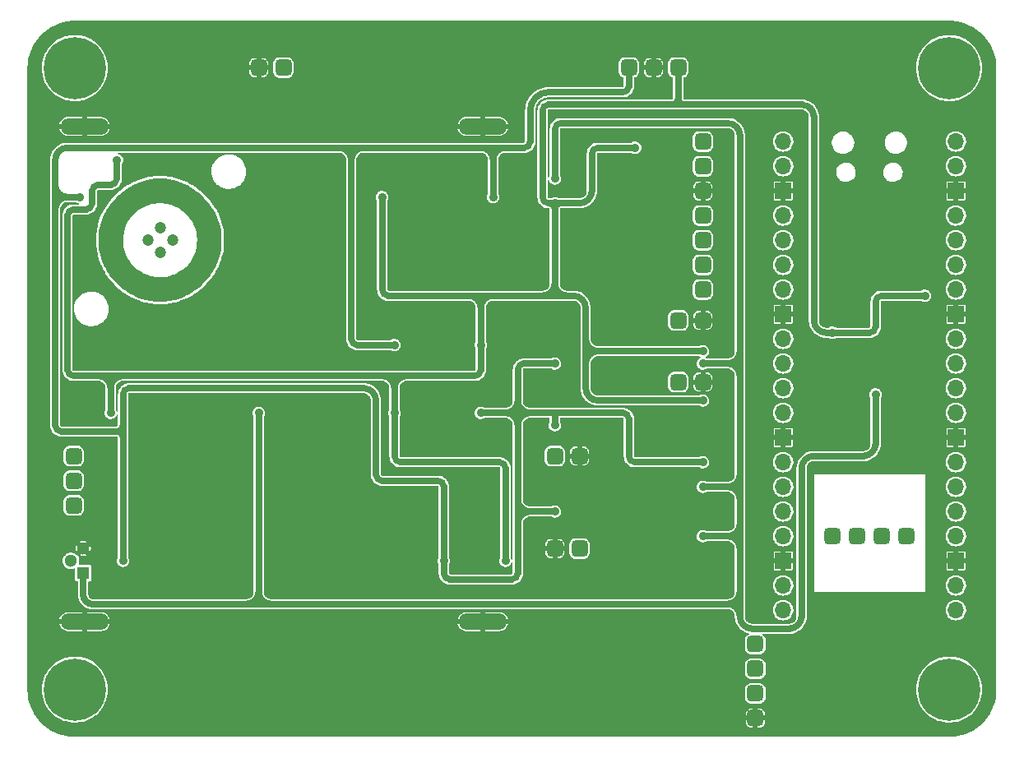
<source format=gbr>
%TF.GenerationSoftware,KiCad,Pcbnew,(6.0.0)*%
%TF.CreationDate,2022-04-27T01:02:19+05:30*%
%TF.ProjectId,Multislope 3I,4d756c74-6973-46c6-9f70-652033492e6b,rev?*%
%TF.SameCoordinates,Original*%
%TF.FileFunction,Copper,L3,Inr*%
%TF.FilePolarity,Positive*%
%FSLAX46Y46*%
G04 Gerber Fmt 4.6, Leading zero omitted, Abs format (unit mm)*
G04 Created by KiCad (PCBNEW (6.0.0)) date 2022-04-27 01:02:19*
%MOMM*%
%LPD*%
G01*
G04 APERTURE LIST*
G04 Aperture macros list*
%AMRoundRect*
0 Rectangle with rounded corners*
0 $1 Rounding radius*
0 $2 $3 $4 $5 $6 $7 $8 $9 X,Y pos of 4 corners*
0 Add a 4 corners polygon primitive as box body*
4,1,4,$2,$3,$4,$5,$6,$7,$8,$9,$2,$3,0*
0 Add four circle primitives for the rounded corners*
1,1,$1+$1,$2,$3*
1,1,$1+$1,$4,$5*
1,1,$1+$1,$6,$7*
1,1,$1+$1,$8,$9*
0 Add four rect primitives between the rounded corners*
20,1,$1+$1,$2,$3,$4,$5,0*
20,1,$1+$1,$4,$5,$6,$7,0*
20,1,$1+$1,$6,$7,$8,$9,0*
20,1,$1+$1,$8,$9,$2,$3,0*%
G04 Aperture macros list end*
%TA.AperFunction,ComponentPad*%
%ADD10RoundRect,0.425000X0.425000X-0.425000X0.425000X0.425000X-0.425000X0.425000X-0.425000X-0.425000X0*%
%TD*%
%TA.AperFunction,ComponentPad*%
%ADD11C,0.800000*%
%TD*%
%TA.AperFunction,ComponentPad*%
%ADD12C,6.400000*%
%TD*%
%TA.AperFunction,ComponentPad*%
%ADD13RoundRect,0.425000X-0.425000X0.425000X-0.425000X-0.425000X0.425000X-0.425000X0.425000X0.425000X0*%
%TD*%
%TA.AperFunction,ComponentPad*%
%ADD14O,5.000000X1.700000*%
%TD*%
%TA.AperFunction,ComponentPad*%
%ADD15R,1.300000X1.300000*%
%TD*%
%TA.AperFunction,ComponentPad*%
%ADD16C,1.300000*%
%TD*%
%TA.AperFunction,ComponentPad*%
%ADD17O,1.700000X1.700000*%
%TD*%
%TA.AperFunction,ComponentPad*%
%ADD18R,1.700000X1.700000*%
%TD*%
%TA.AperFunction,ComponentPad*%
%ADD19RoundRect,0.425000X-0.425000X-0.425000X0.425000X-0.425000X0.425000X0.425000X-0.425000X0.425000X0*%
%TD*%
%TA.AperFunction,ComponentPad*%
%ADD20C,1.200000*%
%TD*%
%TA.AperFunction,ViaPad*%
%ADD21C,0.889000*%
%TD*%
%TA.AperFunction,ViaPad*%
%ADD22C,0.800000*%
%TD*%
%TA.AperFunction,Conductor*%
%ADD23C,0.635000*%
%TD*%
G04 APERTURE END LIST*
D10*
%TO.N,/COMP*%
%TO.C,J3*%
X158115000Y-93980000D03*
%TO.N,GND*%
X160655000Y-93980000D03*
%TD*%
D11*
%TO.N,N/C*%
%TO.C,H2*%
X94302944Y-133697056D03*
X96000000Y-129600000D03*
X96000000Y-134400000D03*
D12*
X96000000Y-132000000D03*
D11*
X97697056Y-130302944D03*
X97697056Y-133697056D03*
X93600000Y-132000000D03*
X98400000Y-132000000D03*
X94302944Y-130302944D03*
%TD*%
%TO.N,N/C*%
%TO.C,H4*%
X94302944Y-69697056D03*
X93600000Y-68000000D03*
X96000000Y-70400000D03*
X94302944Y-66302944D03*
D12*
X96000000Y-68000000D03*
D11*
X97697056Y-66302944D03*
X97697056Y-69697056D03*
X96000000Y-65600000D03*
X98400000Y-68000000D03*
%TD*%
%TO.N,N/C*%
%TO.C,H3*%
X184302944Y-66302944D03*
X187697056Y-66302944D03*
X187697056Y-69697056D03*
X184302944Y-69697056D03*
X186000000Y-65600000D03*
X186000000Y-70400000D03*
D12*
X186000000Y-68000000D03*
D11*
X188400000Y-68000000D03*
X183600000Y-68000000D03*
%TD*%
D13*
%TO.N,Net-(C26-Pad1)*%
%TO.C,J12*%
X181610000Y-116205000D03*
%TO.N,Net-(J12-Pad2)*%
X179070000Y-116205000D03*
%TO.N,Net-(J12-Pad3)*%
X176530000Y-116205000D03*
%TO.N,Net-(C26-Pad2)*%
X173990000Y-116205000D03*
%TD*%
D14*
%TO.N,GND*%
%TO.C,J4*%
X97000000Y-125000000D03*
%TD*%
D10*
%TO.N,/SLOPE*%
%TO.C,J14*%
X158115000Y-100330000D03*
%TO.N,GND*%
X160655000Y-100330000D03*
%TD*%
%TO.N,/INT*%
%TO.C,J1*%
X145415000Y-107950000D03*
%TO.N,GND*%
X147955000Y-107950000D03*
%TD*%
D15*
%TO.N,+3V3*%
%TO.C,U17*%
X96880000Y-120015000D03*
D16*
%TO.N,Net-(U15-Pad3)*%
X95610000Y-118745000D03*
%TO.N,GND*%
X96880000Y-117475000D03*
%TD*%
D17*
%TO.N,Net-(J2-Pad1)*%
%TO.C,U16*%
X168910000Y-75565000D03*
%TO.N,Net-(J2-Pad2)*%
X168910000Y-78105000D03*
D18*
%TO.N,GND*%
X168910000Y-80645000D03*
D17*
%TO.N,Net-(J2-Pad4)*%
X168910000Y-83185000D03*
%TO.N,Net-(J2-Pad5)*%
X168910000Y-85725000D03*
%TO.N,Net-(J2-Pad6)*%
X168910000Y-88265000D03*
%TO.N,Net-(J2-Pad7)*%
X168910000Y-90805000D03*
D18*
%TO.N,GND*%
X168910000Y-93345000D03*
D17*
%TO.N,/COMP*%
X168910000Y-95885000D03*
%TO.N,unconnected-(U16-Pad10)*%
X168910000Y-98425000D03*
%TO.N,Net-(U16-Pad11)*%
X168910000Y-100965000D03*
%TO.N,Net-(U16-Pad12)*%
X168910000Y-103505000D03*
D18*
%TO.N,GND*%
X168910000Y-106045000D03*
D17*
%TO.N,Net-(U15-Pad7)*%
X168910000Y-108585000D03*
%TO.N,Net-(U15-Pad6)*%
X168910000Y-111125000D03*
%TO.N,Net-(U15-Pad5)*%
X168910000Y-113665000D03*
%TO.N,Net-(U15-Pad1)*%
X168910000Y-116205000D03*
D18*
%TO.N,GND*%
X168910000Y-118745000D03*
D17*
%TO.N,unconnected-(U16-Pad19)*%
X168910000Y-121285000D03*
%TO.N,unconnected-(U16-Pad20)*%
X168910000Y-123825000D03*
%TO.N,unconnected-(U16-Pad21)*%
X186690000Y-123825000D03*
%TO.N,unconnected-(U16-Pad22)*%
X186690000Y-121285000D03*
D18*
%TO.N,GND*%
X186690000Y-118745000D03*
D17*
%TO.N,unconnected-(U16-Pad24)*%
X186690000Y-116205000D03*
%TO.N,unconnected-(U16-Pad25)*%
X186690000Y-113665000D03*
%TO.N,unconnected-(U16-Pad26)*%
X186690000Y-111125000D03*
%TO.N,unconnected-(U16-Pad27)*%
X186690000Y-108585000D03*
D18*
%TO.N,GND*%
X186690000Y-106045000D03*
D17*
%TO.N,unconnected-(U16-Pad29)*%
X186690000Y-103505000D03*
%TO.N,unconnected-(U16-Pad30)*%
X186690000Y-100965000D03*
%TO.N,unconnected-(U16-Pad31)*%
X186690000Y-98425000D03*
%TO.N,unconnected-(U16-Pad32)*%
X186690000Y-95885000D03*
D18*
%TO.N,GND*%
X186690000Y-93345000D03*
D17*
%TO.N,unconnected-(U16-Pad34)*%
X186690000Y-90805000D03*
%TO.N,unconnected-(U16-Pad35)*%
X186690000Y-88265000D03*
%TO.N,unconnected-(U16-Pad36)*%
X186690000Y-85725000D03*
%TO.N,unconnected-(U16-Pad37)*%
X186690000Y-83185000D03*
D18*
%TO.N,GND*%
X186690000Y-80645000D03*
D17*
%TO.N,+5V*%
X186690000Y-78105000D03*
%TO.N,unconnected-(U16-Pad40)*%
X186690000Y-75565000D03*
%TD*%
D19*
%TO.N,/RAW*%
%TO.C,J11*%
X95885000Y-107950000D03*
%TO.N,/-REF*%
X95885000Y-110490000D03*
%TO.N,/+REF*%
X95885000Y-113030000D03*
%TD*%
D14*
%TO.N,GND*%
%TO.C,J9*%
X138000000Y-74000000D03*
%TD*%
D19*
%TO.N,Net-(J2-Pad1)*%
%TO.C,J2*%
X160655000Y-75565000D03*
%TO.N,Net-(J2-Pad2)*%
X160655000Y-78105000D03*
%TO.N,GND*%
X160655000Y-80645000D03*
%TO.N,Net-(J2-Pad4)*%
X160655000Y-83185000D03*
%TO.N,Net-(J2-Pad5)*%
X160655000Y-85725000D03*
%TO.N,Net-(J2-Pad6)*%
X160655000Y-88265000D03*
%TO.N,Net-(J2-Pad7)*%
X160655000Y-90805000D03*
%TD*%
D12*
%TO.N,N/C*%
%TO.C,H1*%
X186000000Y-132000000D03*
D11*
X187697056Y-133697056D03*
X184302944Y-133697056D03*
X186000000Y-129600000D03*
X187697056Y-130302944D03*
X183600000Y-132000000D03*
X186000000Y-134400000D03*
X188400000Y-132000000D03*
X184302944Y-130302944D03*
%TD*%
D14*
%TO.N,GND*%
%TO.C,J5*%
X138000000Y-125000000D03*
%TD*%
D19*
%TO.N,+15V*%
%TO.C,J10*%
X166052500Y-127317500D03*
%TO.N,-15V*%
X166052500Y-129857500D03*
%TO.N,+3V3*%
X166052500Y-132397500D03*
%TO.N,GND*%
X166052500Y-134937500D03*
%TD*%
D13*
%TO.N,unconnected-(J8-Pad1)*%
%TO.C,J8*%
X158115000Y-67945000D03*
%TO.N,GND*%
X155575000Y-67945000D03*
%TO.N,unconnected-(J8-Pad3)*%
X153035000Y-67945000D03*
%TD*%
D14*
%TO.N,GND*%
%TO.C,J6*%
X97000000Y-74000000D03*
%TD*%
D13*
%TO.N,/SLOPE2*%
%TO.C,J7*%
X147955000Y-117475000D03*
%TO.N,GND*%
X145415000Y-117475000D03*
%TD*%
%TO.N,Net-(J13-Pad1)*%
%TO.C,J13*%
X117475000Y-67945000D03*
%TO.N,GND*%
X114935000Y-67945000D03*
%TD*%
D20*
%TO.N,/RAW*%
%TO.C,U2*%
X104775000Y-86995000D03*
%TO.N,GND*%
X106045000Y-85725000D03*
%TO.N,+15V*%
X104775000Y-84455000D03*
%TO.N,-15V*%
X103505000Y-85725000D03*
%TD*%
D21*
%TO.N,GND*%
X116205000Y-103505000D03*
X160655000Y-95885000D03*
X145415000Y-106045000D03*
X111760000Y-85725000D03*
X117475000Y-118745000D03*
X149225000Y-104775000D03*
X145415000Y-97155000D03*
X139065000Y-118745000D03*
X180975000Y-93980000D03*
X179705000Y-101600000D03*
X152400000Y-121285000D03*
X102235000Y-118745000D03*
X136525000Y-118745000D03*
X136525000Y-103505000D03*
X123825000Y-118745000D03*
X173990000Y-93980000D03*
X122555000Y-114935000D03*
X152400000Y-111125000D03*
X104775000Y-118745000D03*
X98425000Y-103505000D03*
X152400000Y-80645000D03*
X132715000Y-93345000D03*
X137795000Y-89535000D03*
X130175000Y-103505000D03*
X131445000Y-93345000D03*
X135255000Y-93345000D03*
X121285000Y-103505000D03*
X145415000Y-114935000D03*
X121285000Y-118745000D03*
X152400000Y-95885000D03*
X137795000Y-107315000D03*
X133985000Y-93345000D03*
X132715000Y-118745000D03*
X125095000Y-114935000D03*
X160655000Y-112395000D03*
D22*
X128905000Y-81280000D03*
D21*
X136525000Y-96520000D03*
X160655000Y-117475000D03*
D22*
X130175000Y-96520000D03*
D21*
X137795000Y-81280000D03*
X102235000Y-96520000D03*
X152400000Y-113665000D03*
X175895000Y-104775000D03*
X160655000Y-103505000D03*
X102235000Y-106680000D03*
X122555000Y-118745000D03*
X145415000Y-80645000D03*
X145415000Y-99695000D03*
%TO.N,-15V*%
X96520000Y-81280000D03*
X139065000Y-81280000D03*
X133985000Y-118745000D03*
X160655000Y-108585000D03*
X145415000Y-104775000D03*
X145415000Y-98425000D03*
X137795000Y-103505000D03*
X145415000Y-113665000D03*
X128905000Y-96520000D03*
X100965000Y-118745000D03*
%TO.N,+15V*%
X100330000Y-77470000D03*
X153670000Y-76200000D03*
X160655000Y-102235000D03*
X173990000Y-95250000D03*
X183515000Y-91440000D03*
X127635000Y-81280000D03*
X160655000Y-97155000D03*
X145415000Y-81915000D03*
X128905000Y-103505000D03*
X137795000Y-96520000D03*
X99695000Y-103505000D03*
X140335000Y-118745000D03*
%TO.N,+3V3*%
X114935000Y-103505000D03*
X160655000Y-116205000D03*
X160655000Y-98425000D03*
X160655000Y-111125000D03*
X178435000Y-101600000D03*
X145415000Y-79375000D03*
%TD*%
D23*
%TO.N,-15V*%
X125095000Y-96520000D02*
X128905000Y-96520000D01*
X137795000Y-76200000D02*
X139065000Y-76200000D01*
X133985000Y-111125000D02*
X133985000Y-118745000D01*
X93980000Y-82550000D02*
X93980000Y-104775000D01*
X100965000Y-106045000D02*
X100965000Y-110490000D01*
X140970000Y-120650000D02*
X134620000Y-120650000D01*
X143510000Y-113665000D02*
X142875000Y-113665000D01*
X93980000Y-81280000D02*
X93980000Y-80645000D01*
X141605000Y-105410000D02*
X141605000Y-112395000D01*
X93980000Y-81280000D02*
X93980000Y-81915000D01*
X145415000Y-98425000D02*
X142240000Y-98425000D01*
X124460000Y-76200000D02*
X125730000Y-76200000D01*
X133985000Y-120015000D02*
X133985000Y-118745000D01*
X141605000Y-114935000D02*
X141605000Y-120015000D01*
X96520000Y-81280000D02*
X95250000Y-81280000D01*
X139700000Y-103505000D02*
X137795000Y-103505000D01*
X100965000Y-104775000D02*
X100965000Y-101600000D01*
X95250000Y-81280000D02*
X94615000Y-81280000D01*
X141605000Y-105410000D02*
X141605000Y-104775000D01*
X153035000Y-69850000D02*
X153035000Y-67945000D01*
X93980000Y-77470000D02*
X93980000Y-80010000D01*
X141605000Y-113665000D02*
X141605000Y-114935000D01*
X124460000Y-77470000D02*
X124460000Y-76200000D01*
X139065000Y-76200000D02*
X139065000Y-79375000D01*
X93980000Y-80645000D02*
X93980000Y-80010000D01*
X100965000Y-105410000D02*
X100965000Y-104775000D01*
X140335000Y-76200000D02*
X142240000Y-76200000D01*
X139065000Y-76200000D02*
X140335000Y-76200000D01*
X93980000Y-81915000D02*
X93980000Y-82550000D01*
X144780000Y-70485000D02*
X152400000Y-70485000D01*
X125730000Y-76200000D02*
X137795000Y-76200000D01*
X99695000Y-105410000D02*
X100965000Y-105410000D01*
X145415000Y-103505000D02*
X145415000Y-104775000D01*
X141605000Y-99060000D02*
X141605000Y-102235000D01*
X94615000Y-105410000D02*
X99695000Y-105410000D01*
X142875000Y-75565000D02*
X142875000Y-72390000D01*
X124460000Y-76200000D02*
X122555000Y-76200000D01*
X140335000Y-103505000D02*
X139700000Y-103505000D01*
X145415000Y-113665000D02*
X143510000Y-113665000D01*
X139065000Y-79375000D02*
X139065000Y-77470000D01*
X152400000Y-103505000D02*
X145415000Y-103505000D01*
X143510000Y-113665000D02*
X141605000Y-113665000D01*
X100965000Y-110490000D02*
X100965000Y-118745000D01*
X141605000Y-112395000D02*
X141605000Y-113665000D01*
X141605000Y-103505000D02*
X141605000Y-102235000D01*
X141605000Y-103505000D02*
X142875000Y-103505000D01*
X94615000Y-81280000D02*
X93980000Y-81280000D01*
X127635000Y-110490000D02*
X133350000Y-110490000D01*
X141605000Y-103505000D02*
X140335000Y-103505000D01*
X123190000Y-76200000D02*
X122555000Y-76200000D01*
X100965000Y-105410000D02*
X100965000Y-106045000D01*
X124460000Y-77470000D02*
X124460000Y-95885000D01*
X141605000Y-103505000D02*
X141605000Y-105410000D01*
X101600000Y-100965000D02*
X125730000Y-100965000D01*
X160655000Y-108585000D02*
X153670000Y-108585000D01*
X122555000Y-76200000D02*
X112395000Y-76200000D01*
X99695000Y-105410000D02*
X100330000Y-105410000D01*
X142875000Y-103505000D02*
X145415000Y-103505000D01*
X139065000Y-79375000D02*
X139065000Y-81280000D01*
X112395000Y-76200000D02*
X95250000Y-76200000D01*
X127000000Y-102235000D02*
X127000000Y-109855000D01*
X153035000Y-107950000D02*
X153035000Y-104140000D01*
X123190000Y-76200000D02*
G75*
G02*
X124460000Y-77470000I1J-1269999D01*
G01*
X127000000Y-102235000D02*
G75*
G03*
X125730000Y-100965000I-1269999J1D01*
G01*
X140335000Y-103505000D02*
G75*
G02*
X141605000Y-104775000I1J-1269999D01*
G01*
X144780000Y-70485000D02*
G75*
G03*
X142875000Y-72390000I1J-1905001D01*
G01*
X133985000Y-111125000D02*
G75*
G03*
X133350000Y-110490000I-634999J1D01*
G01*
X93980000Y-77470000D02*
G75*
G02*
X95250000Y-76200000I1269999J1D01*
G01*
X94615000Y-105410000D02*
G75*
G02*
X93980000Y-104775000I-1J634999D01*
G01*
X153035000Y-69850000D02*
G75*
G02*
X152400000Y-70485000I-634999J-1D01*
G01*
X141605000Y-99060000D02*
G75*
G02*
X142240000Y-98425000I634999J1D01*
G01*
X125095000Y-96520000D02*
G75*
G02*
X124460000Y-95885000I-1J634999D01*
G01*
X141605000Y-112395000D02*
G75*
G03*
X142875000Y-113665000I1269999J-1D01*
G01*
X141605000Y-114935000D02*
G75*
G02*
X142875000Y-113665000I1269999J1D01*
G01*
X133985000Y-120015000D02*
G75*
G03*
X134620000Y-120650000I634999J-1D01*
G01*
X140970000Y-120650000D02*
G75*
G03*
X141605000Y-120015000I1J634999D01*
G01*
X140335000Y-76200000D02*
G75*
G03*
X139065000Y-77470000I-1J-1269999D01*
G01*
X101600000Y-100965000D02*
G75*
G03*
X100965000Y-101600000I-1J-634999D01*
G01*
X125730000Y-76200000D02*
G75*
G03*
X124460000Y-77470000I-1J-1269999D01*
G01*
X141605000Y-102235000D02*
G75*
G03*
X142875000Y-103505000I1269999J-1D01*
G01*
X93980000Y-82550000D02*
G75*
G02*
X95250000Y-81280000I1269999J1D01*
G01*
X142875000Y-75565000D02*
G75*
G02*
X142240000Y-76200000I-634999J-1D01*
G01*
X142875000Y-103505000D02*
G75*
G03*
X141605000Y-104775000I-1J-1269999D01*
G01*
X93980000Y-81915000D02*
G75*
G02*
X94615000Y-81280000I634999J1D01*
G01*
X93980000Y-80010000D02*
G75*
G03*
X95250000Y-81280000I1269999J-1D01*
G01*
X141605000Y-102235000D02*
G75*
G02*
X140335000Y-103505000I-1269999J-1D01*
G01*
X137795000Y-76200000D02*
G75*
G02*
X139065000Y-77470000I1J-1269999D01*
G01*
X100965000Y-106045000D02*
G75*
G03*
X100330000Y-105410000I-634999J1D01*
G01*
X127635000Y-110490000D02*
G75*
G02*
X127000000Y-109855000I-1J634999D01*
G01*
X93980000Y-80645000D02*
G75*
G03*
X94615000Y-81280000I634999J-1D01*
G01*
X153035000Y-107950000D02*
G75*
G03*
X153670000Y-108585000I634999J-1D01*
G01*
X100965000Y-104775000D02*
G75*
G02*
X100330000Y-105410000I-634999J-1D01*
G01*
X152400000Y-103505000D02*
G75*
G02*
X153035000Y-104140000I1J-634999D01*
G01*
%TO.N,+15V*%
X100965000Y-99695000D02*
X101600000Y-99695000D01*
X158750000Y-71755000D02*
X159385000Y-71755000D01*
X149860000Y-76200000D02*
X153670000Y-76200000D01*
X144145000Y-91440000D02*
X145415000Y-91440000D01*
X160655000Y-102235000D02*
X149860000Y-102235000D01*
X145415000Y-81915000D02*
X146050000Y-81915000D01*
X172085000Y-73025000D02*
X172085000Y-93980000D01*
X127635000Y-81280000D02*
X127635000Y-90805000D01*
X145415000Y-83185000D02*
X145415000Y-81915000D01*
X150495000Y-97155000D02*
X148590000Y-97155000D01*
X149225000Y-80645000D02*
X149225000Y-76835000D01*
X130175000Y-99695000D02*
X137160000Y-99695000D01*
X100330000Y-79375000D02*
X100330000Y-77470000D01*
X99695000Y-100965000D02*
X99695000Y-103505000D01*
X146685000Y-91440000D02*
X145415000Y-91440000D01*
X160655000Y-97155000D02*
X150495000Y-97155000D01*
X144780000Y-71755000D02*
X156210000Y-71755000D01*
X148590000Y-100965000D02*
X148590000Y-98425000D01*
X127000000Y-99695000D02*
X101600000Y-99695000D01*
X137795000Y-99060000D02*
X137795000Y-96520000D01*
X139065000Y-91440000D02*
X144145000Y-91440000D01*
X148590000Y-98425000D02*
X148590000Y-97155000D01*
X178435000Y-94615000D02*
X178435000Y-92075000D01*
X159385000Y-71755000D02*
X170815000Y-71755000D01*
X145415000Y-83185000D02*
X145415000Y-82550000D01*
X137795000Y-94615000D02*
X137795000Y-92710000D01*
X128905000Y-99695000D02*
X127000000Y-99695000D01*
X99695000Y-99695000D02*
X98425000Y-99695000D01*
X179070000Y-91440000D02*
X183515000Y-91440000D01*
X128905000Y-99695000D02*
X130175000Y-99695000D01*
X148590000Y-95885000D02*
X148590000Y-92710000D01*
X173990000Y-95250000D02*
X177800000Y-95250000D01*
X145415000Y-88900000D02*
X145415000Y-83185000D01*
X173355000Y-95250000D02*
X173990000Y-95250000D01*
X137795000Y-93345000D02*
X137795000Y-94615000D01*
X145415000Y-81915000D02*
X144780000Y-81915000D01*
X156210000Y-71755000D02*
X159385000Y-71755000D01*
X158115000Y-71120000D02*
X158115000Y-70485000D01*
X147320000Y-91440000D02*
X146685000Y-91440000D01*
X128905000Y-100965000D02*
X128905000Y-99695000D01*
X137795000Y-91440000D02*
X137795000Y-93345000D01*
X156210000Y-71755000D02*
X157480000Y-71755000D01*
X95885000Y-82550000D02*
X97155000Y-82550000D01*
X144145000Y-81280000D02*
X144145000Y-72390000D01*
X101600000Y-99695000D02*
X99695000Y-99695000D01*
X99695000Y-99695000D02*
X99695000Y-100965000D01*
X98425000Y-99695000D02*
X95885000Y-99695000D01*
X128905000Y-103505000D02*
X128905000Y-107950000D01*
X140335000Y-109220000D02*
X140335000Y-118745000D01*
X136525000Y-91440000D02*
X137795000Y-91440000D01*
X128905000Y-103505000D02*
X128905000Y-102235000D01*
X128905000Y-102235000D02*
X128905000Y-100965000D01*
X148590000Y-97155000D02*
X148590000Y-95885000D01*
X158115000Y-70485000D02*
X158115000Y-67945000D01*
X127000000Y-99695000D02*
X127635000Y-99695000D01*
X137795000Y-94615000D02*
X137795000Y-96520000D01*
X145415000Y-88900000D02*
X145415000Y-90170000D01*
X146050000Y-81915000D02*
X147955000Y-81915000D01*
X150495000Y-97155000D02*
X149860000Y-97155000D01*
X129540000Y-108585000D02*
X139700000Y-108585000D01*
X137795000Y-93345000D02*
X137795000Y-92710000D01*
X95250000Y-99060000D02*
X95250000Y-83185000D01*
X98425000Y-80010000D02*
X99695000Y-80010000D01*
X128270000Y-91440000D02*
X136525000Y-91440000D01*
X97790000Y-81915000D02*
X97790000Y-80645000D01*
X137795000Y-91440000D02*
X139065000Y-91440000D01*
X145415000Y-91440000D02*
X145415000Y-88900000D01*
X144780000Y-81915000D02*
G75*
G02*
X145415000Y-82550000I1J-634999D01*
G01*
X148590000Y-92710000D02*
G75*
G03*
X147320000Y-91440000I-1269999J1D01*
G01*
X146050000Y-81915000D02*
G75*
G03*
X145415000Y-82550000I-1J-634999D01*
G01*
X148590000Y-98425000D02*
G75*
G02*
X149860000Y-97155000I1269999J1D01*
G01*
X149860000Y-76200000D02*
G75*
G03*
X149225000Y-76835000I-1J-634999D01*
G01*
X99695000Y-100965000D02*
G75*
G03*
X98425000Y-99695000I-1269999J1D01*
G01*
X128270000Y-91440000D02*
G75*
G02*
X127635000Y-90805000I-1J634999D01*
G01*
X140335000Y-109220000D02*
G75*
G03*
X139700000Y-108585000I-634999J1D01*
G01*
X173355000Y-95250000D02*
G75*
G02*
X172085000Y-93980000I-1J1269999D01*
G01*
X158750000Y-71755000D02*
G75*
G02*
X158115000Y-71120000I-1J634999D01*
G01*
X128905000Y-100965000D02*
G75*
G03*
X127635000Y-99695000I-1269999J1D01*
G01*
X146685000Y-91440000D02*
G75*
G02*
X145415000Y-90170000I-1J1269999D01*
G01*
X97790000Y-81915000D02*
G75*
G02*
X97155000Y-82550000I-634999J-1D01*
G01*
X95250000Y-99060000D02*
G75*
G03*
X95885000Y-99695000I634999J-1D01*
G01*
X158115000Y-71120000D02*
G75*
G02*
X157480000Y-71755000I-634999J-1D01*
G01*
X100965000Y-99695000D02*
G75*
G03*
X99695000Y-100965000I-1J-1269999D01*
G01*
X98425000Y-80010000D02*
G75*
G03*
X97790000Y-80645000I-1J-634999D01*
G01*
X136525000Y-91440000D02*
G75*
G02*
X137795000Y-92710000I1J-1269999D01*
G01*
X179070000Y-91440000D02*
G75*
G03*
X178435000Y-92075000I-1J-634999D01*
G01*
X149225000Y-80645000D02*
G75*
G02*
X147955000Y-81915000I-1269999J-1D01*
G01*
X95885000Y-82550000D02*
G75*
G03*
X95250000Y-83185000I-1J-634999D01*
G01*
X148590000Y-100965000D02*
G75*
G03*
X149860000Y-102235000I1269999J-1D01*
G01*
X144780000Y-71755000D02*
G75*
G03*
X144145000Y-72390000I-1J-634999D01*
G01*
X172085000Y-73025000D02*
G75*
G03*
X170815000Y-71755000I-1269999J1D01*
G01*
X144145000Y-91440000D02*
G75*
G03*
X145415000Y-90170000I1J1269999D01*
G01*
X130175000Y-99695000D02*
G75*
G03*
X128905000Y-100965000I-1J-1269999D01*
G01*
X148590000Y-95885000D02*
G75*
G03*
X149860000Y-97155000I1269999J-1D01*
G01*
X137795000Y-99060000D02*
G75*
G02*
X137160000Y-99695000I-634999J-1D01*
G01*
X178435000Y-94615000D02*
G75*
G02*
X177800000Y-95250000I-634999J-1D01*
G01*
X129540000Y-108585000D02*
G75*
G02*
X128905000Y-107950000I-1J634999D01*
G01*
X100330000Y-79375000D02*
G75*
G02*
X99695000Y-80010000I-634999J-1D01*
G01*
X144145000Y-81280000D02*
G75*
G03*
X144780000Y-81915000I634999J-1D01*
G01*
X139065000Y-91440000D02*
G75*
G03*
X137795000Y-92710000I-1J-1269999D01*
G01*
%TO.N,+3V3*%
X164465000Y-116205000D02*
X164465000Y-117475000D01*
X164465000Y-112395000D02*
X164465000Y-114935000D01*
X165735000Y-125730000D02*
X169545000Y-125730000D01*
X164465000Y-121920000D02*
X164465000Y-123190000D01*
X162560000Y-98425000D02*
X161290000Y-98425000D01*
X162560000Y-111125000D02*
X163195000Y-111125000D01*
X164465000Y-97155000D02*
X164465000Y-74930000D01*
X114935000Y-120015000D02*
X114935000Y-121920000D01*
X114935000Y-103505000D02*
X114935000Y-120015000D01*
X161925000Y-111125000D02*
X163195000Y-111125000D01*
X114935000Y-121285000D02*
X114935000Y-123190000D01*
X114935000Y-120015000D02*
X114935000Y-121285000D01*
X170815000Y-124460000D02*
X170815000Y-109220000D01*
X162560000Y-123190000D02*
X163195000Y-123190000D01*
X163195000Y-73660000D02*
X146050000Y-73660000D01*
X113665000Y-123190000D02*
X114935000Y-123190000D01*
X164465000Y-111125000D02*
X162560000Y-111125000D01*
X116205000Y-123190000D02*
X162560000Y-123190000D01*
X162560000Y-98425000D02*
X163195000Y-98425000D01*
X164465000Y-117475000D02*
X164465000Y-121920000D01*
X164465000Y-111125000D02*
X164465000Y-112395000D01*
X161925000Y-116205000D02*
X163195000Y-116205000D01*
X96880000Y-120015000D02*
X96880000Y-122280000D01*
X162560000Y-111125000D02*
X161925000Y-111125000D01*
X97790000Y-123190000D02*
X113665000Y-123190000D01*
X164465000Y-98425000D02*
X164465000Y-99695000D01*
X164465000Y-99695000D02*
X164465000Y-109855000D01*
X164465000Y-123190000D02*
X164465000Y-124460000D01*
X178435000Y-106680000D02*
X178435000Y-101600000D01*
X164465000Y-109855000D02*
X164465000Y-111125000D01*
X172085000Y-107950000D02*
X173355000Y-107950000D01*
X161925000Y-116205000D02*
X160655000Y-116205000D01*
X161290000Y-98425000D02*
X160655000Y-98425000D01*
X161925000Y-111125000D02*
X160655000Y-111125000D01*
X173355000Y-107950000D02*
X177165000Y-107950000D01*
X114935000Y-123190000D02*
X116205000Y-123190000D01*
X164465000Y-98425000D02*
X162560000Y-98425000D01*
X161290000Y-98425000D02*
X163195000Y-98425000D01*
X114935000Y-121285000D02*
X114935000Y-121920000D01*
X164465000Y-116205000D02*
X161925000Y-116205000D01*
X162560000Y-123190000D02*
X164465000Y-123190000D01*
X164465000Y-114935000D02*
X164465000Y-116205000D01*
X164465000Y-98425000D02*
X164465000Y-97155000D01*
X145415000Y-74295000D02*
X145415000Y-79375000D01*
X164465000Y-121920000D02*
G75*
G02*
X163195000Y-123190000I-1269999J-1D01*
G01*
X164465000Y-97155000D02*
G75*
G02*
X163195000Y-98425000I-1269999J-1D01*
G01*
X164465000Y-112395000D02*
G75*
G03*
X163195000Y-111125000I-1269999J1D01*
G01*
X165735000Y-125730000D02*
G75*
G02*
X164465000Y-124460000I-1J1269999D01*
G01*
X172085000Y-107950000D02*
G75*
G03*
X170815000Y-109220000I-1J-1269999D01*
G01*
X116205000Y-123190000D02*
G75*
G02*
X114935000Y-121920000I-1J1269999D01*
G01*
X164465000Y-99695000D02*
G75*
G03*
X163195000Y-98425000I-1269999J1D01*
G01*
X145415000Y-74295000D02*
G75*
G02*
X146050000Y-73660000I634999J1D01*
G01*
X97790000Y-123190000D02*
G75*
G02*
X96880000Y-122280000I1J910001D01*
G01*
X113665000Y-123190000D02*
G75*
G03*
X114935000Y-121920000I1J1269999D01*
G01*
X164465000Y-74930000D02*
G75*
G03*
X163195000Y-73660000I-1269999J1D01*
G01*
X170815000Y-124460000D02*
G75*
G02*
X169545000Y-125730000I-1269999J-1D01*
G01*
X164465000Y-124460000D02*
G75*
G03*
X163195000Y-123190000I-1269999J1D01*
G01*
X164465000Y-114935000D02*
G75*
G02*
X163195000Y-116205000I-1269999J-1D01*
G01*
X164465000Y-109855000D02*
G75*
G02*
X163195000Y-111125000I-1269999J-1D01*
G01*
X178435000Y-106680000D02*
G75*
G02*
X177165000Y-107950000I-1269999J-1D01*
G01*
X164465000Y-117475000D02*
G75*
G03*
X163195000Y-116205000I-1269999J1D01*
G01*
%TD*%
%TA.AperFunction,NonConductor*%
G36*
X104982875Y-79383167D02*
G01*
X105251169Y-79393709D01*
X105261032Y-79394485D01*
X105729361Y-79449915D01*
X105739132Y-79451463D01*
X106201658Y-79543465D01*
X106211279Y-79545775D01*
X106665157Y-79673782D01*
X106674566Y-79676839D01*
X107117011Y-79840066D01*
X107126151Y-79843852D01*
X107554426Y-80041289D01*
X107563241Y-80045781D01*
X107974690Y-80276204D01*
X107983126Y-80281373D01*
X108375249Y-80543381D01*
X108383237Y-80549184D01*
X108542635Y-80674843D01*
X108753592Y-80841149D01*
X108761115Y-80847574D01*
X109109252Y-81169388D01*
X109112818Y-81172818D01*
X109327182Y-81387182D01*
X109330612Y-81390748D01*
X109652426Y-81738885D01*
X109658851Y-81746408D01*
X109791008Y-81914048D01*
X109888441Y-82037640D01*
X109950810Y-82116755D01*
X109956619Y-82124751D01*
X110068311Y-82291910D01*
X110218627Y-82516874D01*
X110223796Y-82525310D01*
X110454219Y-82936759D01*
X110458710Y-82945572D01*
X110471763Y-82973885D01*
X110656148Y-83373849D01*
X110659934Y-83382989D01*
X110823161Y-83825434D01*
X110826218Y-83834843D01*
X110954225Y-84288721D01*
X110956535Y-84298342D01*
X111048537Y-84760868D01*
X111050085Y-84770639D01*
X111105515Y-85238968D01*
X111106291Y-85248831D01*
X111113415Y-85430134D01*
X111104905Y-85480850D01*
X111077988Y-85549889D01*
X111076997Y-85557418D01*
X111058217Y-85700067D01*
X111055905Y-85717626D01*
X111074470Y-85885790D01*
X111105842Y-85971519D01*
X111113419Y-86019765D01*
X111106291Y-86201169D01*
X111105515Y-86211032D01*
X111050085Y-86679361D01*
X111048537Y-86689132D01*
X110956535Y-87151658D01*
X110954225Y-87161279D01*
X110826218Y-87615157D01*
X110823161Y-87624566D01*
X110659934Y-88067011D01*
X110656149Y-88076148D01*
X110465488Y-88489725D01*
X110458711Y-88504426D01*
X110454219Y-88513241D01*
X110223796Y-88924690D01*
X110218627Y-88933126D01*
X110162549Y-89017054D01*
X109969348Y-89306200D01*
X109956625Y-89325241D01*
X109950816Y-89333237D01*
X109884500Y-89417358D01*
X109658851Y-89703592D01*
X109652426Y-89711115D01*
X109330612Y-90059252D01*
X109327182Y-90062818D01*
X109112818Y-90277182D01*
X109109252Y-90280612D01*
X108761115Y-90602426D01*
X108753592Y-90608851D01*
X108542635Y-90775157D01*
X108383237Y-90900816D01*
X108375249Y-90906619D01*
X108067054Y-91112549D01*
X107983126Y-91168627D01*
X107974690Y-91173796D01*
X107563241Y-91404219D01*
X107554426Y-91408711D01*
X107126151Y-91606148D01*
X107117011Y-91609934D01*
X106674566Y-91773161D01*
X106665157Y-91776218D01*
X106211279Y-91904225D01*
X106201658Y-91906535D01*
X105739132Y-91998537D01*
X105729361Y-92000085D01*
X105261032Y-92055515D01*
X105251169Y-92056291D01*
X104982875Y-92066833D01*
X104779938Y-92074806D01*
X104770062Y-92074806D01*
X104567125Y-92066833D01*
X104298831Y-92056291D01*
X104288968Y-92055515D01*
X103820639Y-92000085D01*
X103810868Y-91998537D01*
X103348342Y-91906535D01*
X103338721Y-91904225D01*
X102884843Y-91776218D01*
X102875434Y-91773161D01*
X102432989Y-91609934D01*
X102423849Y-91606148D01*
X101995574Y-91408711D01*
X101986759Y-91404219D01*
X101575310Y-91173796D01*
X101566874Y-91168627D01*
X101482946Y-91112549D01*
X101174751Y-90906619D01*
X101166763Y-90900816D01*
X101007365Y-90775157D01*
X100796408Y-90608851D01*
X100788885Y-90602426D01*
X100440748Y-90280612D01*
X100437182Y-90277182D01*
X100222818Y-90062818D01*
X100219388Y-90059252D01*
X99897574Y-89711115D01*
X99891149Y-89703592D01*
X99665500Y-89417358D01*
X99599184Y-89333237D01*
X99593375Y-89325241D01*
X99580653Y-89306200D01*
X99387451Y-89017054D01*
X99331373Y-88933126D01*
X99326204Y-88924690D01*
X99095781Y-88513241D01*
X99091289Y-88504426D01*
X99084512Y-88489725D01*
X98893851Y-88076148D01*
X98890066Y-88067011D01*
X98726839Y-87624566D01*
X98723782Y-87615157D01*
X98595775Y-87161279D01*
X98593465Y-87151658D01*
X98501463Y-86689132D01*
X98499915Y-86679361D01*
X98444485Y-86211032D01*
X98443709Y-86201169D01*
X98425194Y-85729947D01*
X98425194Y-85725000D01*
X100960104Y-85725000D01*
X100960189Y-85726674D01*
X100960189Y-85726683D01*
X100969336Y-85907243D01*
X100979634Y-86110519D01*
X101038022Y-86492091D01*
X101134672Y-86865810D01*
X101135775Y-86868793D01*
X101135777Y-86868798D01*
X101243970Y-87161279D01*
X101268594Y-87227847D01*
X101438417Y-87574498D01*
X101642401Y-87902213D01*
X101644358Y-87904745D01*
X101769772Y-88067011D01*
X101878459Y-88207636D01*
X102144173Y-88487640D01*
X102146597Y-88489725D01*
X102163689Y-88504426D01*
X102436823Y-88739359D01*
X102753413Y-88960215D01*
X103090701Y-89147947D01*
X103093621Y-89149205D01*
X103093626Y-89149207D01*
X103442300Y-89299370D01*
X103442310Y-89299374D01*
X103445234Y-89300633D01*
X103813382Y-89416710D01*
X104085004Y-89472960D01*
X104188250Y-89494341D01*
X104188253Y-89494341D01*
X104191375Y-89494988D01*
X104485314Y-89525364D01*
X104572188Y-89534342D01*
X104572191Y-89534342D01*
X104575344Y-89534668D01*
X104578511Y-89534674D01*
X104578520Y-89534674D01*
X104768715Y-89535006D01*
X104961357Y-89535342D01*
X105250349Y-89506497D01*
X105342277Y-89497321D01*
X105342279Y-89497321D01*
X105345462Y-89497003D01*
X105358546Y-89494341D01*
X105720592Y-89420682D01*
X105720599Y-89420680D01*
X105723726Y-89420044D01*
X106092277Y-89305253D01*
X106197464Y-89260387D01*
X106444410Y-89155056D01*
X106444414Y-89155054D01*
X106447340Y-89153806D01*
X106450119Y-89152272D01*
X106450125Y-89152269D01*
X106782494Y-88968791D01*
X106785282Y-88967252D01*
X106793207Y-88961765D01*
X107100016Y-88749320D01*
X107100017Y-88749319D01*
X107102640Y-88747503D01*
X107396167Y-88496807D01*
X107662857Y-88217732D01*
X107899980Y-87913134D01*
X107905243Y-87904745D01*
X108103410Y-87588839D01*
X108105107Y-87586134D01*
X108276138Y-87240078D01*
X108411323Y-86878510D01*
X108509277Y-86505131D01*
X108568998Y-86123765D01*
X108569716Y-86110519D01*
X108589701Y-85741491D01*
X108589873Y-85738316D01*
X108577731Y-85480850D01*
X108571840Y-85355924D01*
X108571839Y-85355916D01*
X108571689Y-85352731D01*
X108566227Y-85316180D01*
X108528692Y-85065028D01*
X108514633Y-84970958D01*
X108419288Y-84596905D01*
X108286630Y-84234401D01*
X108118019Y-83887160D01*
X107915180Y-83558735D01*
X107780325Y-83382989D01*
X107682136Y-83255027D01*
X107682133Y-83255024D01*
X107680189Y-83252490D01*
X107415454Y-82971560D01*
X107413049Y-82969476D01*
X107413043Y-82969471D01*
X107126091Y-82720906D01*
X107123684Y-82718821D01*
X106807868Y-82496861D01*
X106471237Y-82307953D01*
X106430818Y-82290378D01*
X106323434Y-82243686D01*
X106117239Y-82154030D01*
X105942025Y-82098112D01*
X105752543Y-82037640D01*
X105752535Y-82037638D01*
X105749499Y-82036669D01*
X105636478Y-82012852D01*
X105374900Y-81957729D01*
X105374895Y-81957728D01*
X105371781Y-81957072D01*
X104987953Y-81916052D01*
X104984766Y-81916035D01*
X104984760Y-81916035D01*
X104809552Y-81915118D01*
X104601945Y-81914031D01*
X104456360Y-81928049D01*
X104220873Y-81950724D01*
X104220868Y-81950725D01*
X104217708Y-81951029D01*
X104214589Y-81951652D01*
X104214584Y-81951653D01*
X104028095Y-81988918D01*
X103839178Y-82026667D01*
X103556491Y-82113632D01*
X103473271Y-82139234D01*
X103473268Y-82139235D01*
X103470229Y-82140170D01*
X103467301Y-82141407D01*
X103467295Y-82141409D01*
X103117583Y-82289134D01*
X103117576Y-82289137D01*
X103114639Y-82290378D01*
X102776048Y-82475750D01*
X102457924Y-82694391D01*
X102455485Y-82696459D01*
X102455479Y-82696464D01*
X102165964Y-82941990D01*
X102165956Y-82941998D01*
X102163524Y-82944060D01*
X102161316Y-82946355D01*
X102161308Y-82946362D01*
X101898076Y-83219901D01*
X101895861Y-83222203D01*
X101893889Y-83224718D01*
X101776956Y-83373849D01*
X101657677Y-83525971D01*
X101451410Y-83852253D01*
X101449985Y-83855110D01*
X101449985Y-83855111D01*
X101351201Y-84053240D01*
X101279171Y-84197710D01*
X101142725Y-84558804D01*
X101043469Y-84931839D01*
X100982417Y-85312994D01*
X100982234Y-85316174D01*
X100982233Y-85316180D01*
X100977471Y-85398778D01*
X100960197Y-85698367D01*
X100960104Y-85725000D01*
X98425194Y-85725000D01*
X98425194Y-85720053D01*
X98425586Y-85710095D01*
X98439751Y-85349570D01*
X98443709Y-85248831D01*
X98444485Y-85238968D01*
X98499915Y-84770639D01*
X98501463Y-84760868D01*
X98593465Y-84298342D01*
X98595775Y-84288721D01*
X98723782Y-83834843D01*
X98726839Y-83825434D01*
X98890066Y-83382989D01*
X98893852Y-83373849D01*
X99078238Y-82973885D01*
X99091290Y-82945572D01*
X99095781Y-82936759D01*
X99326204Y-82525310D01*
X99331373Y-82516874D01*
X99481689Y-82291910D01*
X99593381Y-82124751D01*
X99599190Y-82116755D01*
X99661560Y-82037640D01*
X99758992Y-81914048D01*
X99891149Y-81746408D01*
X99897574Y-81738885D01*
X100219388Y-81390748D01*
X100222818Y-81387182D01*
X100437182Y-81172818D01*
X100440748Y-81169388D01*
X100788885Y-80847574D01*
X100796408Y-80841149D01*
X101007365Y-80674843D01*
X101166763Y-80549184D01*
X101174751Y-80543381D01*
X101566874Y-80281373D01*
X101575310Y-80276204D01*
X101986759Y-80045781D01*
X101995574Y-80041289D01*
X102423849Y-79843852D01*
X102432989Y-79840066D01*
X102875434Y-79676839D01*
X102884843Y-79673782D01*
X103338721Y-79545775D01*
X103348342Y-79543465D01*
X103810868Y-79451463D01*
X103820639Y-79449915D01*
X104288968Y-79394485D01*
X104298831Y-79393709D01*
X104567125Y-79383167D01*
X104770062Y-79375194D01*
X104779938Y-79375194D01*
X104982875Y-79383167D01*
G37*
%TD.AperFunction*%
%TA.AperFunction,Conductor*%
%TO.N,GND*%
G36*
X185991224Y-63129128D02*
G01*
X186000000Y-63131480D01*
X186007947Y-63129351D01*
X186012087Y-63129351D01*
X186023986Y-63128048D01*
X186257811Y-63138256D01*
X186422000Y-63145425D01*
X186427417Y-63145899D01*
X186692169Y-63180755D01*
X186843475Y-63200675D01*
X186848844Y-63201621D01*
X187258568Y-63292454D01*
X187263836Y-63293866D01*
X187664067Y-63420059D01*
X187669180Y-63421920D01*
X187863042Y-63502220D01*
X188056898Y-63582518D01*
X188061839Y-63584822D01*
X188434077Y-63778597D01*
X188438799Y-63781323D01*
X188792730Y-64006802D01*
X188797197Y-64009929D01*
X189130146Y-64265409D01*
X189134322Y-64268914D01*
X189443719Y-64552425D01*
X189447571Y-64556277D01*
X189705270Y-64837505D01*
X189731086Y-64865678D01*
X189734591Y-64869854D01*
X189990071Y-65202803D01*
X189993198Y-65207270D01*
X190218677Y-65561201D01*
X190221403Y-65565923D01*
X190415178Y-65938161D01*
X190417482Y-65943102D01*
X190578078Y-66330815D01*
X190579941Y-66335933D01*
X190681468Y-66657935D01*
X190706134Y-66736165D01*
X190707546Y-66741432D01*
X190798379Y-67151156D01*
X190799325Y-67156525D01*
X190838863Y-67456838D01*
X190854100Y-67572576D01*
X190854575Y-67578000D01*
X190856942Y-67632209D01*
X190871952Y-67976014D01*
X190870649Y-67987913D01*
X190870649Y-67992053D01*
X190868520Y-68000000D01*
X190870872Y-68008776D01*
X190873000Y-68024947D01*
X190873000Y-131975053D01*
X190870872Y-131991224D01*
X190868520Y-132000000D01*
X190870649Y-132007947D01*
X190870649Y-132012087D01*
X190871952Y-132023986D01*
X190854576Y-132421992D01*
X190854100Y-132427424D01*
X190799325Y-132843475D01*
X190798379Y-132848844D01*
X190707546Y-133258568D01*
X190706134Y-133263835D01*
X190647933Y-133448426D01*
X190579943Y-133664061D01*
X190578080Y-133669180D01*
X190497780Y-133863041D01*
X190417482Y-134056898D01*
X190415178Y-134061839D01*
X190221403Y-134434077D01*
X190218677Y-134438799D01*
X189993198Y-134792730D01*
X189990071Y-134797197D01*
X189734591Y-135130146D01*
X189731088Y-135134320D01*
X189484433Y-135403496D01*
X189447575Y-135443719D01*
X189443723Y-135447571D01*
X189242387Y-135632062D01*
X189134322Y-135731086D01*
X189130146Y-135734591D01*
X188797197Y-135990071D01*
X188792730Y-135993198D01*
X188438799Y-136218677D01*
X188434077Y-136221403D01*
X188061839Y-136415178D01*
X188056898Y-136417482D01*
X187863042Y-136497780D01*
X187669180Y-136578080D01*
X187664067Y-136579941D01*
X187342065Y-136681468D01*
X187263835Y-136706134D01*
X187258568Y-136707546D01*
X186848844Y-136798379D01*
X186843475Y-136799325D01*
X186692169Y-136819245D01*
X186427417Y-136854101D01*
X186422000Y-136854575D01*
X186257811Y-136861744D01*
X186023986Y-136871952D01*
X186012087Y-136870649D01*
X186007947Y-136870649D01*
X186000000Y-136868520D01*
X185991224Y-136870872D01*
X185975053Y-136873000D01*
X96024947Y-136873000D01*
X96008776Y-136870872D01*
X96000000Y-136868520D01*
X95992053Y-136870649D01*
X95987913Y-136870649D01*
X95976014Y-136871952D01*
X95742189Y-136861744D01*
X95578000Y-136854575D01*
X95572583Y-136854101D01*
X95307831Y-136819245D01*
X95156525Y-136799325D01*
X95151156Y-136798379D01*
X94741432Y-136707546D01*
X94736165Y-136706134D01*
X94657935Y-136681468D01*
X94335933Y-136579941D01*
X94330820Y-136578080D01*
X94136958Y-136497780D01*
X93943102Y-136417482D01*
X93938161Y-136415178D01*
X93565923Y-136221403D01*
X93561201Y-136218677D01*
X93207270Y-135993198D01*
X93202803Y-135990071D01*
X92869854Y-135734591D01*
X92865678Y-135731086D01*
X92757613Y-135632062D01*
X92556277Y-135447571D01*
X92552425Y-135443719D01*
X92515568Y-135403496D01*
X92515567Y-135403495D01*
X165075501Y-135403495D01*
X165075729Y-135407267D01*
X165085912Y-135491421D01*
X165087872Y-135499142D01*
X165140498Y-135632062D01*
X165144645Y-135639422D01*
X165230933Y-135753102D01*
X165236898Y-135759067D01*
X165350578Y-135845355D01*
X165357938Y-135849502D01*
X165490857Y-135902127D01*
X165498580Y-135904089D01*
X165582733Y-135914273D01*
X165586504Y-135914500D01*
X165786069Y-135914500D01*
X165794859Y-135910859D01*
X165798500Y-135902069D01*
X165798500Y-135902068D01*
X166306500Y-135902068D01*
X166310141Y-135910858D01*
X166318931Y-135914499D01*
X166518495Y-135914499D01*
X166522267Y-135914271D01*
X166606421Y-135904088D01*
X166614142Y-135902128D01*
X166747062Y-135849502D01*
X166754422Y-135845355D01*
X166868102Y-135759067D01*
X166874067Y-135753102D01*
X166960355Y-135639422D01*
X166964502Y-135632062D01*
X167017127Y-135499143D01*
X167019089Y-135491420D01*
X167029273Y-135407267D01*
X167029500Y-135403496D01*
X167029500Y-135203931D01*
X167025859Y-135195141D01*
X167017069Y-135191500D01*
X166318931Y-135191500D01*
X166310141Y-135195141D01*
X166306500Y-135203931D01*
X166306500Y-135902068D01*
X165798500Y-135902068D01*
X165798500Y-135203931D01*
X165794859Y-135195141D01*
X165786069Y-135191500D01*
X165087932Y-135191500D01*
X165079142Y-135195141D01*
X165075501Y-135203931D01*
X165075501Y-135403495D01*
X92515567Y-135403495D01*
X92268912Y-135134320D01*
X92265409Y-135130146D01*
X92009929Y-134797197D01*
X92006802Y-134792730D01*
X91781323Y-134438799D01*
X91778597Y-134434077D01*
X91584822Y-134061839D01*
X91582518Y-134056898D01*
X91502220Y-133863041D01*
X91421920Y-133669180D01*
X91420057Y-133664061D01*
X91352068Y-133448426D01*
X91293866Y-133263835D01*
X91292454Y-133258568D01*
X91201621Y-132848844D01*
X91200675Y-132843475D01*
X91145900Y-132427424D01*
X91145424Y-132421992D01*
X91128048Y-132023986D01*
X91129351Y-132012087D01*
X91129351Y-132007947D01*
X91131480Y-132000000D01*
X91129128Y-131991224D01*
X91128719Y-131988113D01*
X92594527Y-131988113D01*
X92613162Y-132355971D01*
X92671416Y-132719665D01*
X92768608Y-133074941D01*
X92903602Y-133417642D01*
X93074817Y-133743759D01*
X93075754Y-133745154D01*
X93075755Y-133745155D01*
X93228816Y-133972932D01*
X93280252Y-134049477D01*
X93517502Y-134331221D01*
X93518723Y-134332388D01*
X93518726Y-134332391D01*
X93782566Y-134584523D01*
X93782572Y-134584528D01*
X93783792Y-134585694D01*
X93983997Y-134739316D01*
X94071683Y-134806600D01*
X94076008Y-134809919D01*
X94077444Y-134810792D01*
X94389286Y-135000396D01*
X94389294Y-135000400D01*
X94390731Y-135001274D01*
X94724279Y-135157519D01*
X94725876Y-135158066D01*
X94725884Y-135158069D01*
X94859837Y-135203931D01*
X95072751Y-135276828D01*
X95432070Y-135357804D01*
X95708844Y-135389338D01*
X95796347Y-135399308D01*
X95796349Y-135399308D01*
X95798033Y-135399500D01*
X95799727Y-135399509D01*
X95799729Y-135399509D01*
X95944911Y-135400269D01*
X96166358Y-135401428D01*
X96532737Y-135363567D01*
X96534394Y-135363212D01*
X96534399Y-135363211D01*
X96666157Y-135334964D01*
X96892884Y-135286358D01*
X96894486Y-135285828D01*
X96894494Y-135285826D01*
X97240978Y-135171237D01*
X97240981Y-135171236D01*
X97242586Y-135170705D01*
X97577752Y-135017961D01*
X97771557Y-134902888D01*
X97893015Y-134830772D01*
X97893021Y-134830768D01*
X97894461Y-134829913D01*
X97895804Y-134828905D01*
X97895811Y-134828900D01*
X98106022Y-134671069D01*
X165075500Y-134671069D01*
X165079141Y-134679859D01*
X165087931Y-134683500D01*
X165786069Y-134683500D01*
X165794859Y-134679859D01*
X165798500Y-134671069D01*
X166306500Y-134671069D01*
X166310141Y-134679859D01*
X166318931Y-134683500D01*
X167017068Y-134683500D01*
X167025858Y-134679859D01*
X167029499Y-134671069D01*
X167029499Y-134471505D01*
X167029271Y-134467733D01*
X167019088Y-134383579D01*
X167017128Y-134375858D01*
X166964502Y-134242938D01*
X166960355Y-134235578D01*
X166874067Y-134121898D01*
X166868102Y-134115933D01*
X166754422Y-134029645D01*
X166747062Y-134025498D01*
X166614143Y-133972873D01*
X166606420Y-133970911D01*
X166522267Y-133960727D01*
X166518496Y-133960500D01*
X166318931Y-133960500D01*
X166310141Y-133964141D01*
X166306500Y-133972931D01*
X166306500Y-134671069D01*
X165798500Y-134671069D01*
X165798500Y-133972932D01*
X165794859Y-133964142D01*
X165786069Y-133960501D01*
X165586505Y-133960501D01*
X165582733Y-133960729D01*
X165498579Y-133970912D01*
X165490858Y-133972872D01*
X165357938Y-134025498D01*
X165350578Y-134029645D01*
X165236898Y-134115933D01*
X165230933Y-134121898D01*
X165144645Y-134235578D01*
X165140498Y-134242938D01*
X165087873Y-134375857D01*
X165085911Y-134383580D01*
X165075727Y-134467733D01*
X165075500Y-134471504D01*
X165075500Y-134671069D01*
X98106022Y-134671069D01*
X98187656Y-134609776D01*
X98187658Y-134609775D01*
X98189009Y-134608760D01*
X98335684Y-134471504D01*
X98456714Y-134358246D01*
X98456717Y-134358242D01*
X98457950Y-134357089D01*
X98698138Y-134077846D01*
X98906762Y-133774295D01*
X98964716Y-133666664D01*
X99080585Y-133451471D01*
X99081383Y-133449989D01*
X99093913Y-133419133D01*
X99219321Y-133110289D01*
X99219322Y-133110287D01*
X99219958Y-133108720D01*
X99229131Y-133076520D01*
X99320400Y-132756115D01*
X99320401Y-132756112D01*
X99320865Y-132754482D01*
X99326817Y-132719665D01*
X99382638Y-132393097D01*
X99382925Y-132391418D01*
X99405411Y-132023775D01*
X99405494Y-132000000D01*
X99400584Y-131909337D01*
X165002000Y-131909337D01*
X165002001Y-132885662D01*
X165004791Y-132921127D01*
X165048882Y-133072890D01*
X165129330Y-133208920D01*
X165241080Y-133320670D01*
X165377110Y-133401118D01*
X165380890Y-133402216D01*
X165380892Y-133402217D01*
X165428582Y-133416072D01*
X165528873Y-133445209D01*
X165532056Y-133445460D01*
X165532059Y-133445460D01*
X165563098Y-133447903D01*
X165563111Y-133447904D01*
X165564337Y-133448000D01*
X166052106Y-133448000D01*
X166540662Y-133447999D01*
X166554329Y-133446924D01*
X166572942Y-133445460D01*
X166572946Y-133445459D01*
X166576127Y-133445209D01*
X166676418Y-133416072D01*
X166724108Y-133402217D01*
X166724110Y-133402216D01*
X166727890Y-133401118D01*
X166863920Y-133320670D01*
X166975670Y-133208920D01*
X167056118Y-133072890D01*
X167100209Y-132921127D01*
X167100460Y-132917941D01*
X167102903Y-132886902D01*
X167102904Y-132886889D01*
X167103000Y-132885663D01*
X167102999Y-131988113D01*
X182594527Y-131988113D01*
X182613162Y-132355971D01*
X182671416Y-132719665D01*
X182768608Y-133074941D01*
X182903602Y-133417642D01*
X183074817Y-133743759D01*
X183075754Y-133745154D01*
X183075755Y-133745155D01*
X183228816Y-133972932D01*
X183280252Y-134049477D01*
X183517502Y-134331221D01*
X183518723Y-134332388D01*
X183518726Y-134332391D01*
X183782566Y-134584523D01*
X183782572Y-134584528D01*
X183783792Y-134585694D01*
X183983997Y-134739316D01*
X184071683Y-134806600D01*
X184076008Y-134809919D01*
X184077444Y-134810792D01*
X184389286Y-135000396D01*
X184389294Y-135000400D01*
X184390731Y-135001274D01*
X184724279Y-135157519D01*
X184725876Y-135158066D01*
X184725884Y-135158069D01*
X184859837Y-135203931D01*
X185072751Y-135276828D01*
X185432070Y-135357804D01*
X185708844Y-135389338D01*
X185796347Y-135399308D01*
X185796349Y-135399308D01*
X185798033Y-135399500D01*
X185799727Y-135399509D01*
X185799729Y-135399509D01*
X185944911Y-135400269D01*
X186166358Y-135401428D01*
X186532737Y-135363567D01*
X186534394Y-135363212D01*
X186534399Y-135363211D01*
X186666157Y-135334964D01*
X186892884Y-135286358D01*
X186894486Y-135285828D01*
X186894494Y-135285826D01*
X187240978Y-135171237D01*
X187240981Y-135171236D01*
X187242586Y-135170705D01*
X187577752Y-135017961D01*
X187771557Y-134902888D01*
X187893015Y-134830772D01*
X187893021Y-134830768D01*
X187894461Y-134829913D01*
X187895804Y-134828905D01*
X187895811Y-134828900D01*
X188187656Y-134609776D01*
X188187658Y-134609775D01*
X188189009Y-134608760D01*
X188335684Y-134471504D01*
X188456714Y-134358246D01*
X188456717Y-134358242D01*
X188457950Y-134357089D01*
X188698138Y-134077846D01*
X188906762Y-133774295D01*
X188964716Y-133666664D01*
X189080585Y-133451471D01*
X189081383Y-133449989D01*
X189093913Y-133419133D01*
X189219321Y-133110289D01*
X189219322Y-133110287D01*
X189219958Y-133108720D01*
X189229131Y-133076520D01*
X189320400Y-132756115D01*
X189320401Y-132756112D01*
X189320865Y-132754482D01*
X189326817Y-132719665D01*
X189382638Y-132393097D01*
X189382925Y-132391418D01*
X189405411Y-132023775D01*
X189405494Y-132000000D01*
X189385575Y-131632209D01*
X189326052Y-131268720D01*
X189227620Y-130913786D01*
X189227000Y-130912228D01*
X189226997Y-130912219D01*
X189092056Y-130573128D01*
X189092054Y-130573125D01*
X189091431Y-130571558D01*
X188919078Y-130246041D01*
X188912187Y-130235862D01*
X188713525Y-129942440D01*
X188712578Y-129941041D01*
X188474346Y-129660128D01*
X188382666Y-129573127D01*
X188208392Y-129407747D01*
X188208387Y-129407742D01*
X188207168Y-129406586D01*
X188156646Y-129368098D01*
X187915516Y-129184406D01*
X187914172Y-129183382D01*
X187598783Y-128993127D01*
X187597257Y-128992419D01*
X187597252Y-128992416D01*
X187460894Y-128929121D01*
X187264691Y-128838047D01*
X187263098Y-128837508D01*
X187263091Y-128837505D01*
X186917402Y-128720496D01*
X186917393Y-128720493D01*
X186915805Y-128719956D01*
X186556206Y-128640234D01*
X186537166Y-128638132D01*
X186191780Y-128600001D01*
X186191771Y-128600001D01*
X186190100Y-128599816D01*
X186188408Y-128599813D01*
X186188407Y-128599813D01*
X186027961Y-128599533D01*
X185821770Y-128599173D01*
X185820099Y-128599352D01*
X185820091Y-128599352D01*
X185457216Y-128638132D01*
X185457209Y-128638133D01*
X185455526Y-128638313D01*
X185095650Y-128716779D01*
X185094047Y-128717315D01*
X185094041Y-128717317D01*
X184747955Y-128833116D01*
X184747950Y-128833118D01*
X184746354Y-128833652D01*
X184702371Y-128853882D01*
X184413259Y-128986858D01*
X184413251Y-128986862D01*
X184411723Y-128987565D01*
X184410273Y-128988433D01*
X184410267Y-128988436D01*
X184308294Y-129049466D01*
X184095672Y-129176718D01*
X183801898Y-129398897D01*
X183533837Y-129651505D01*
X183532744Y-129652785D01*
X183532739Y-129652790D01*
X183295723Y-129930300D01*
X183294626Y-129931585D01*
X183087062Y-130235862D01*
X183086265Y-130237355D01*
X183086263Y-130237358D01*
X183029096Y-130344422D01*
X182913574Y-130560776D01*
X182776192Y-130902526D01*
X182676521Y-131257115D01*
X182615729Y-131620393D01*
X182615632Y-131622081D01*
X182615631Y-131622087D01*
X182595280Y-131975053D01*
X182594527Y-131988113D01*
X167102999Y-131988113D01*
X167102999Y-131909338D01*
X167100209Y-131873873D01*
X167056118Y-131722110D01*
X166975670Y-131586080D01*
X166863920Y-131474330D01*
X166727890Y-131393882D01*
X166724110Y-131392784D01*
X166724108Y-131392783D01*
X166579197Y-131350683D01*
X166579198Y-131350683D01*
X166576127Y-131349791D01*
X166572944Y-131349540D01*
X166572941Y-131349540D01*
X166541902Y-131347097D01*
X166541889Y-131347096D01*
X166540663Y-131347000D01*
X166052895Y-131347000D01*
X165564338Y-131347001D01*
X165550671Y-131348076D01*
X165532058Y-131349540D01*
X165532054Y-131349541D01*
X165528873Y-131349791D01*
X165525806Y-131350682D01*
X165380892Y-131392783D01*
X165380890Y-131392784D01*
X165377110Y-131393882D01*
X165241080Y-131474330D01*
X165129330Y-131586080D01*
X165048882Y-131722110D01*
X165004791Y-131873873D01*
X165004540Y-131877056D01*
X165004540Y-131877059D01*
X165002097Y-131908098D01*
X165002096Y-131908111D01*
X165002000Y-131909337D01*
X99400584Y-131909337D01*
X99385575Y-131632209D01*
X99326052Y-131268720D01*
X99227620Y-130913786D01*
X99227000Y-130912228D01*
X99226997Y-130912219D01*
X99092056Y-130573128D01*
X99092054Y-130573125D01*
X99091431Y-130571558D01*
X98919078Y-130246041D01*
X98912187Y-130235862D01*
X98713525Y-129942440D01*
X98712578Y-129941041D01*
X98474346Y-129660128D01*
X98382666Y-129573127D01*
X98208392Y-129407747D01*
X98208387Y-129407742D01*
X98207168Y-129406586D01*
X98158272Y-129369337D01*
X165002000Y-129369337D01*
X165002001Y-130345662D01*
X165004791Y-130381127D01*
X165048882Y-130532890D01*
X165129330Y-130668920D01*
X165241080Y-130780670D01*
X165377110Y-130861118D01*
X165380890Y-130862216D01*
X165380892Y-130862217D01*
X165486368Y-130892860D01*
X165528873Y-130905209D01*
X165532056Y-130905460D01*
X165532059Y-130905460D01*
X165563098Y-130907903D01*
X165563111Y-130907904D01*
X165564337Y-130908000D01*
X166052106Y-130908000D01*
X166540662Y-130907999D01*
X166554329Y-130906924D01*
X166572942Y-130905460D01*
X166572946Y-130905459D01*
X166576127Y-130905209D01*
X166590763Y-130900957D01*
X166724108Y-130862217D01*
X166724110Y-130862216D01*
X166727890Y-130861118D01*
X166863920Y-130780670D01*
X166975670Y-130668920D01*
X167056118Y-130532890D01*
X167100209Y-130381127D01*
X167100460Y-130377941D01*
X167102903Y-130346902D01*
X167102904Y-130346889D01*
X167103000Y-130345663D01*
X167102999Y-129369338D01*
X167100209Y-129333873D01*
X167056118Y-129182110D01*
X166975670Y-129046080D01*
X166863920Y-128934330D01*
X166727890Y-128853882D01*
X166724110Y-128852784D01*
X166724108Y-128852783D01*
X166579197Y-128810683D01*
X166579198Y-128810683D01*
X166576127Y-128809791D01*
X166572944Y-128809540D01*
X166572941Y-128809540D01*
X166541902Y-128807097D01*
X166541889Y-128807096D01*
X166540663Y-128807000D01*
X166052895Y-128807000D01*
X165564338Y-128807001D01*
X165550671Y-128808076D01*
X165532058Y-128809540D01*
X165532054Y-128809541D01*
X165528873Y-128809791D01*
X165525806Y-128810682D01*
X165380892Y-128852783D01*
X165380890Y-128852784D01*
X165377110Y-128853882D01*
X165241080Y-128934330D01*
X165129330Y-129046080D01*
X165048882Y-129182110D01*
X165004791Y-129333873D01*
X165004540Y-129337056D01*
X165004540Y-129337059D01*
X165002097Y-129368098D01*
X165002096Y-129368111D01*
X165002000Y-129369337D01*
X98158272Y-129369337D01*
X98156646Y-129368098D01*
X97915516Y-129184406D01*
X97914172Y-129183382D01*
X97598783Y-128993127D01*
X97597257Y-128992419D01*
X97597252Y-128992416D01*
X97460894Y-128929121D01*
X97264691Y-128838047D01*
X97263098Y-128837508D01*
X97263091Y-128837505D01*
X96917402Y-128720496D01*
X96917393Y-128720493D01*
X96915805Y-128719956D01*
X96556206Y-128640234D01*
X96537166Y-128638132D01*
X96191780Y-128600001D01*
X96191771Y-128600001D01*
X96190100Y-128599816D01*
X96188408Y-128599813D01*
X96188407Y-128599813D01*
X96027961Y-128599533D01*
X95821770Y-128599173D01*
X95820099Y-128599352D01*
X95820091Y-128599352D01*
X95457216Y-128638132D01*
X95457209Y-128638133D01*
X95455526Y-128638313D01*
X95095650Y-128716779D01*
X95094047Y-128717315D01*
X95094041Y-128717317D01*
X94747955Y-128833116D01*
X94747950Y-128833118D01*
X94746354Y-128833652D01*
X94702371Y-128853882D01*
X94413259Y-128986858D01*
X94413251Y-128986862D01*
X94411723Y-128987565D01*
X94410273Y-128988433D01*
X94410267Y-128988436D01*
X94308294Y-129049466D01*
X94095672Y-129176718D01*
X93801898Y-129398897D01*
X93533837Y-129651505D01*
X93532744Y-129652785D01*
X93532739Y-129652790D01*
X93295723Y-129930300D01*
X93294626Y-129931585D01*
X93087062Y-130235862D01*
X93086265Y-130237355D01*
X93086263Y-130237358D01*
X93029096Y-130344422D01*
X92913574Y-130560776D01*
X92776192Y-130902526D01*
X92676521Y-131257115D01*
X92615729Y-131620393D01*
X92615632Y-131622081D01*
X92615631Y-131622087D01*
X92595280Y-131975053D01*
X92594527Y-131988113D01*
X91128719Y-131988113D01*
X91127000Y-131975053D01*
X91127000Y-125260584D01*
X94404833Y-125260584D01*
X94466257Y-125427529D01*
X94469017Y-125433188D01*
X94570272Y-125596494D01*
X94574117Y-125601487D01*
X94706138Y-125741097D01*
X94710912Y-125745217D01*
X94868309Y-125855428D01*
X94873806Y-125858500D01*
X95050161Y-125934815D01*
X95056157Y-125936717D01*
X95244990Y-125976166D01*
X95249757Y-125976785D01*
X95253044Y-125976957D01*
X95254661Y-125977000D01*
X96733569Y-125977000D01*
X96742359Y-125973359D01*
X96746000Y-125964569D01*
X97254000Y-125964569D01*
X97257641Y-125973359D01*
X97266431Y-125977000D01*
X98698024Y-125977000D01*
X98701184Y-125976840D01*
X98844321Y-125962300D01*
X98850483Y-125961036D01*
X99033845Y-125903574D01*
X99039633Y-125901093D01*
X99207698Y-125807934D01*
X99212865Y-125804342D01*
X99358763Y-125679292D01*
X99363103Y-125674734D01*
X99480876Y-125522902D01*
X99484214Y-125517560D01*
X99569051Y-125345149D01*
X99571244Y-125339251D01*
X99590317Y-125266031D01*
X99589561Y-125260584D01*
X135404833Y-125260584D01*
X135466257Y-125427529D01*
X135469017Y-125433188D01*
X135570272Y-125596494D01*
X135574117Y-125601487D01*
X135706138Y-125741097D01*
X135710912Y-125745217D01*
X135868309Y-125855428D01*
X135873806Y-125858500D01*
X136050161Y-125934815D01*
X136056157Y-125936717D01*
X136244990Y-125976166D01*
X136249757Y-125976785D01*
X136253044Y-125976957D01*
X136254661Y-125977000D01*
X137733569Y-125977000D01*
X137742359Y-125973359D01*
X137746000Y-125964569D01*
X138254000Y-125964569D01*
X138257641Y-125973359D01*
X138266431Y-125977000D01*
X139698024Y-125977000D01*
X139701184Y-125976840D01*
X139844321Y-125962300D01*
X139850483Y-125961036D01*
X140033845Y-125903574D01*
X140039633Y-125901093D01*
X140207698Y-125807934D01*
X140212865Y-125804342D01*
X140358763Y-125679292D01*
X140363103Y-125674734D01*
X140480876Y-125522902D01*
X140484214Y-125517560D01*
X140569051Y-125345149D01*
X140571244Y-125339251D01*
X140590317Y-125266031D01*
X140589009Y-125256605D01*
X140585565Y-125254000D01*
X138266431Y-125254000D01*
X138257641Y-125257641D01*
X138254000Y-125266431D01*
X138254000Y-125964569D01*
X137746000Y-125964569D01*
X137746000Y-125266431D01*
X137742359Y-125257641D01*
X137733569Y-125254000D01*
X135414842Y-125254000D01*
X135406052Y-125257641D01*
X135404833Y-125260584D01*
X99589561Y-125260584D01*
X99589009Y-125256605D01*
X99585565Y-125254000D01*
X97266431Y-125254000D01*
X97257641Y-125257641D01*
X97254000Y-125266431D01*
X97254000Y-125964569D01*
X96746000Y-125964569D01*
X96746000Y-125266431D01*
X96742359Y-125257641D01*
X96733569Y-125254000D01*
X94414842Y-125254000D01*
X94406052Y-125257641D01*
X94404833Y-125260584D01*
X91127000Y-125260584D01*
X91127000Y-124733969D01*
X94409683Y-124733969D01*
X94410991Y-124743395D01*
X94414435Y-124746000D01*
X96733569Y-124746000D01*
X96742359Y-124742359D01*
X96746000Y-124733569D01*
X97254000Y-124733569D01*
X97257641Y-124742359D01*
X97266431Y-124746000D01*
X99585158Y-124746000D01*
X99593948Y-124742359D01*
X99595167Y-124739416D01*
X99593163Y-124733969D01*
X135409683Y-124733969D01*
X135410991Y-124743395D01*
X135414435Y-124746000D01*
X137733569Y-124746000D01*
X137742359Y-124742359D01*
X137746000Y-124733569D01*
X138254000Y-124733569D01*
X138257641Y-124742359D01*
X138266431Y-124746000D01*
X140585158Y-124746000D01*
X140593948Y-124742359D01*
X140595167Y-124739416D01*
X140533743Y-124572471D01*
X140530983Y-124566812D01*
X140429728Y-124403506D01*
X140425883Y-124398513D01*
X140293862Y-124258903D01*
X140289088Y-124254783D01*
X140131691Y-124144572D01*
X140126194Y-124141500D01*
X139949839Y-124065185D01*
X139943843Y-124063283D01*
X139755010Y-124023834D01*
X139750243Y-124023215D01*
X139746956Y-124023043D01*
X139745339Y-124023000D01*
X138266431Y-124023000D01*
X138257641Y-124026641D01*
X138254000Y-124035431D01*
X138254000Y-124733569D01*
X137746000Y-124733569D01*
X137746000Y-124035431D01*
X137742359Y-124026641D01*
X137733569Y-124023000D01*
X136301976Y-124023000D01*
X136298816Y-124023160D01*
X136155679Y-124037700D01*
X136149517Y-124038964D01*
X135966155Y-124096426D01*
X135960367Y-124098907D01*
X135792302Y-124192066D01*
X135787135Y-124195658D01*
X135641237Y-124320708D01*
X135636897Y-124325266D01*
X135519124Y-124477098D01*
X135515786Y-124482440D01*
X135430949Y-124654851D01*
X135428756Y-124660749D01*
X135409683Y-124733969D01*
X99593163Y-124733969D01*
X99533743Y-124572471D01*
X99530983Y-124566812D01*
X99429728Y-124403506D01*
X99425883Y-124398513D01*
X99293862Y-124258903D01*
X99289088Y-124254783D01*
X99131691Y-124144572D01*
X99126194Y-124141500D01*
X98949839Y-124065185D01*
X98943843Y-124063283D01*
X98755010Y-124023834D01*
X98750243Y-124023215D01*
X98746956Y-124023043D01*
X98745339Y-124023000D01*
X97266431Y-124023000D01*
X97257641Y-124026641D01*
X97254000Y-124035431D01*
X97254000Y-124733569D01*
X96746000Y-124733569D01*
X96746000Y-124035431D01*
X96742359Y-124026641D01*
X96733569Y-124023000D01*
X95301976Y-124023000D01*
X95298816Y-124023160D01*
X95155679Y-124037700D01*
X95149517Y-124038964D01*
X94966155Y-124096426D01*
X94960367Y-124098907D01*
X94792302Y-124192066D01*
X94787135Y-124195658D01*
X94641237Y-124320708D01*
X94636897Y-124325266D01*
X94519124Y-124477098D01*
X94515786Y-124482440D01*
X94430949Y-124654851D01*
X94428756Y-124660749D01*
X94409683Y-124733969D01*
X91127000Y-124733969D01*
X91127000Y-117467560D01*
X96098500Y-117467560D01*
X96114829Y-117634096D01*
X96116272Y-117640883D01*
X96169089Y-117799659D01*
X96172005Y-117805970D01*
X96172284Y-117806430D01*
X96179954Y-117812064D01*
X96184408Y-117811382D01*
X96512000Y-117483790D01*
X96515641Y-117475000D01*
X97244359Y-117475000D01*
X97248000Y-117483790D01*
X97572489Y-117808279D01*
X97581279Y-117811920D01*
X97583570Y-117810971D01*
X97583631Y-117810877D01*
X97636111Y-117672721D01*
X97637838Y-117665994D01*
X97661339Y-117498776D01*
X97661639Y-117494868D01*
X97661890Y-117476968D01*
X97661698Y-117473047D01*
X97642876Y-117305240D01*
X97641335Y-117298462D01*
X97586587Y-117141247D01*
X97580888Y-117137182D01*
X97576253Y-117137957D01*
X97248000Y-117466210D01*
X97244359Y-117475000D01*
X96515641Y-117475000D01*
X96512000Y-117466210D01*
X96186682Y-117140892D01*
X96177892Y-117137251D01*
X96175823Y-117138108D01*
X96175550Y-117138536D01*
X96121202Y-117287854D01*
X96119569Y-117294607D01*
X96098597Y-117460615D01*
X96098500Y-117467560D01*
X91127000Y-117467560D01*
X91127000Y-116774546D01*
X96542572Y-116774546D01*
X96543300Y-116779090D01*
X96871210Y-117107000D01*
X96880000Y-117110641D01*
X96888790Y-117107000D01*
X97214471Y-116781319D01*
X97218112Y-116772529D01*
X97217155Y-116770218D01*
X97061844Y-116714915D01*
X97055076Y-116713328D01*
X96888926Y-116693515D01*
X96881990Y-116693467D01*
X96715565Y-116710958D01*
X96708793Y-116712447D01*
X96550385Y-116766373D01*
X96547507Y-116767728D01*
X96542572Y-116774546D01*
X91127000Y-116774546D01*
X91127000Y-112541837D01*
X94834500Y-112541837D01*
X94834501Y-113518162D01*
X94837291Y-113553627D01*
X94838182Y-113556694D01*
X94878717Y-113696216D01*
X94881382Y-113705390D01*
X94961830Y-113841420D01*
X95073580Y-113953170D01*
X95209610Y-114033618D01*
X95213390Y-114034716D01*
X95213392Y-114034717D01*
X95287682Y-114056300D01*
X95361373Y-114077709D01*
X95364556Y-114077960D01*
X95364559Y-114077960D01*
X95395598Y-114080403D01*
X95395611Y-114080404D01*
X95396837Y-114080500D01*
X95884606Y-114080500D01*
X96373162Y-114080499D01*
X96386829Y-114079424D01*
X96405442Y-114077960D01*
X96405446Y-114077959D01*
X96408627Y-114077709D01*
X96482318Y-114056300D01*
X96556608Y-114034717D01*
X96556610Y-114034716D01*
X96560390Y-114033618D01*
X96696420Y-113953170D01*
X96808170Y-113841420D01*
X96888618Y-113705390D01*
X96891284Y-113696216D01*
X96931817Y-113556697D01*
X96931818Y-113556694D01*
X96932709Y-113553627D01*
X96932960Y-113550441D01*
X96935403Y-113519402D01*
X96935404Y-113519389D01*
X96935500Y-113518163D01*
X96935499Y-112541838D01*
X96932709Y-112506373D01*
X96903924Y-112407295D01*
X96889717Y-112358392D01*
X96889716Y-112358390D01*
X96888618Y-112354610D01*
X96808170Y-112218580D01*
X96696420Y-112106830D01*
X96560390Y-112026382D01*
X96556610Y-112025284D01*
X96556608Y-112025283D01*
X96411697Y-111983183D01*
X96411698Y-111983183D01*
X96408627Y-111982291D01*
X96405444Y-111982040D01*
X96405441Y-111982040D01*
X96374402Y-111979597D01*
X96374389Y-111979596D01*
X96373163Y-111979500D01*
X95885395Y-111979500D01*
X95396838Y-111979501D01*
X95383171Y-111980576D01*
X95364558Y-111982040D01*
X95364554Y-111982041D01*
X95361373Y-111982291D01*
X95358306Y-111983182D01*
X95213392Y-112025283D01*
X95213390Y-112025284D01*
X95209610Y-112026382D01*
X95073580Y-112106830D01*
X94961830Y-112218580D01*
X94881382Y-112354610D01*
X94880284Y-112358390D01*
X94880283Y-112358392D01*
X94866076Y-112407295D01*
X94837291Y-112506373D01*
X94837040Y-112509556D01*
X94837040Y-112509559D01*
X94834597Y-112540598D01*
X94834596Y-112540611D01*
X94834500Y-112541837D01*
X91127000Y-112541837D01*
X91127000Y-110001837D01*
X94834500Y-110001837D01*
X94834501Y-110978162D01*
X94834599Y-110979402D01*
X94834599Y-110979404D01*
X94836842Y-111007916D01*
X94837291Y-111013627D01*
X94838182Y-111016694D01*
X94878717Y-111156216D01*
X94881382Y-111165390D01*
X94961830Y-111301420D01*
X95073580Y-111413170D01*
X95209610Y-111493618D01*
X95213390Y-111494716D01*
X95213392Y-111494717D01*
X95287682Y-111516300D01*
X95361373Y-111537709D01*
X95364556Y-111537960D01*
X95364559Y-111537960D01*
X95395598Y-111540403D01*
X95395611Y-111540404D01*
X95396837Y-111540500D01*
X95884606Y-111540500D01*
X96373162Y-111540499D01*
X96386829Y-111539424D01*
X96405442Y-111537960D01*
X96405446Y-111537959D01*
X96408627Y-111537709D01*
X96482318Y-111516300D01*
X96556608Y-111494717D01*
X96556610Y-111494716D01*
X96560390Y-111493618D01*
X96696420Y-111413170D01*
X96808170Y-111301420D01*
X96888618Y-111165390D01*
X96891284Y-111156216D01*
X96931817Y-111016697D01*
X96931818Y-111016694D01*
X96932709Y-111013627D01*
X96933152Y-111008000D01*
X96935403Y-110979402D01*
X96935404Y-110979389D01*
X96935500Y-110978163D01*
X96935499Y-110001838D01*
X96934244Y-109985885D01*
X96932960Y-109969558D01*
X96932959Y-109969554D01*
X96932709Y-109966373D01*
X96903853Y-109867050D01*
X96889717Y-109818392D01*
X96889716Y-109818390D01*
X96888618Y-109814610D01*
X96808170Y-109678580D01*
X96696420Y-109566830D01*
X96560390Y-109486382D01*
X96556610Y-109485284D01*
X96556608Y-109485283D01*
X96411697Y-109443183D01*
X96411698Y-109443183D01*
X96408627Y-109442291D01*
X96405444Y-109442040D01*
X96405441Y-109442040D01*
X96374402Y-109439597D01*
X96374389Y-109439596D01*
X96373163Y-109439500D01*
X95885395Y-109439500D01*
X95396838Y-109439501D01*
X95383171Y-109440576D01*
X95364558Y-109442040D01*
X95364554Y-109442041D01*
X95361373Y-109442291D01*
X95358306Y-109443182D01*
X95213392Y-109485283D01*
X95213390Y-109485284D01*
X95209610Y-109486382D01*
X95073580Y-109566830D01*
X94961830Y-109678580D01*
X94881382Y-109814610D01*
X94880284Y-109818390D01*
X94880283Y-109818392D01*
X94866147Y-109867050D01*
X94837291Y-109966373D01*
X94837040Y-109969556D01*
X94837040Y-109969559D01*
X94834597Y-110000598D01*
X94834596Y-110000611D01*
X94834500Y-110001837D01*
X91127000Y-110001837D01*
X91127000Y-107461837D01*
X94834500Y-107461837D01*
X94834501Y-108438162D01*
X94834599Y-108439402D01*
X94834599Y-108439404D01*
X94836999Y-108469913D01*
X94837291Y-108473627D01*
X94838182Y-108476694D01*
X94878717Y-108616216D01*
X94881382Y-108625390D01*
X94961830Y-108761420D01*
X95073580Y-108873170D01*
X95209610Y-108953618D01*
X95213390Y-108954716D01*
X95213392Y-108954717D01*
X95287682Y-108976300D01*
X95361373Y-108997709D01*
X95364556Y-108997960D01*
X95364559Y-108997960D01*
X95395598Y-109000403D01*
X95395611Y-109000404D01*
X95396837Y-109000500D01*
X95884606Y-109000500D01*
X96373162Y-109000499D01*
X96386829Y-108999424D01*
X96405442Y-108997960D01*
X96405446Y-108997959D01*
X96408627Y-108997709D01*
X96482318Y-108976300D01*
X96556608Y-108954717D01*
X96556610Y-108954716D01*
X96560390Y-108953618D01*
X96696420Y-108873170D01*
X96808170Y-108761420D01*
X96888618Y-108625390D01*
X96891284Y-108616216D01*
X96931817Y-108476697D01*
X96931818Y-108476694D01*
X96932709Y-108473627D01*
X96932960Y-108470441D01*
X96935403Y-108439402D01*
X96935404Y-108439389D01*
X96935500Y-108438163D01*
X96935499Y-107461838D01*
X96933110Y-107431465D01*
X96932960Y-107429558D01*
X96932959Y-107429554D01*
X96932709Y-107426373D01*
X96931600Y-107422557D01*
X96889717Y-107278392D01*
X96889716Y-107278390D01*
X96888618Y-107274610D01*
X96808170Y-107138580D01*
X96696420Y-107026830D01*
X96560390Y-106946382D01*
X96556610Y-106945284D01*
X96556608Y-106945283D01*
X96411697Y-106903183D01*
X96411698Y-106903183D01*
X96408627Y-106902291D01*
X96405444Y-106902040D01*
X96405441Y-106902040D01*
X96374402Y-106899597D01*
X96374389Y-106899596D01*
X96373163Y-106899500D01*
X95885395Y-106899500D01*
X95396838Y-106899501D01*
X95383171Y-106900576D01*
X95364558Y-106902040D01*
X95364554Y-106902041D01*
X95361373Y-106902291D01*
X95358306Y-106903182D01*
X95213392Y-106945283D01*
X95213390Y-106945284D01*
X95209610Y-106946382D01*
X95073580Y-107026830D01*
X94961830Y-107138580D01*
X94881382Y-107274610D01*
X94837291Y-107426373D01*
X94837040Y-107429556D01*
X94837040Y-107429559D01*
X94834597Y-107460598D01*
X94834596Y-107460611D01*
X94834500Y-107461837D01*
X91127000Y-107461837D01*
X91127000Y-82550000D01*
X93457433Y-82550000D01*
X93457530Y-82550000D01*
X93457559Y-82550218D01*
X93461465Y-82579888D01*
X93462000Y-82588046D01*
X93462000Y-104736953D01*
X93461465Y-104745111D01*
X93458426Y-104768196D01*
X93457530Y-104774999D01*
X93457727Y-104776493D01*
X93475179Y-104975981D01*
X93475884Y-104978613D01*
X93475885Y-104978617D01*
X93519217Y-105140330D01*
X93527396Y-105170855D01*
X93612658Y-105353702D01*
X93614220Y-105355933D01*
X93614223Y-105355938D01*
X93659864Y-105421119D01*
X93728377Y-105518965D01*
X93871035Y-105661623D01*
X93873274Y-105663190D01*
X93873273Y-105663190D01*
X94034062Y-105775777D01*
X94034067Y-105775780D01*
X94036298Y-105777342D01*
X94219145Y-105862604D01*
X94221786Y-105863312D01*
X94221787Y-105863312D01*
X94411383Y-105914115D01*
X94411387Y-105914116D01*
X94414019Y-105914821D01*
X94416735Y-105915059D01*
X94416737Y-105915059D01*
X94494287Y-105921843D01*
X94524933Y-105924524D01*
X94532229Y-105925889D01*
X94532251Y-105925767D01*
X94535468Y-105926346D01*
X94538618Y-105927261D01*
X94542597Y-105927553D01*
X94547534Y-105927916D01*
X94547542Y-105927916D01*
X94548682Y-105928000D01*
X94561937Y-105928000D01*
X94567383Y-105928238D01*
X94578873Y-105929243D01*
X94613507Y-105932273D01*
X94615001Y-105932470D01*
X94619065Y-105931935D01*
X94619067Y-105931935D01*
X94644889Y-105928535D01*
X94653047Y-105928000D01*
X100291953Y-105928000D01*
X100300111Y-105928535D01*
X100327968Y-105932203D01*
X100327974Y-105932203D01*
X100329999Y-105932470D01*
X100330001Y-105932470D01*
X100331507Y-105932272D01*
X100336487Y-105931836D01*
X100354127Y-105932799D01*
X100362586Y-105934482D01*
X100385110Y-105943812D01*
X100402395Y-105955361D01*
X100419639Y-105972605D01*
X100431187Y-105989888D01*
X100440519Y-106012420D01*
X100442297Y-106021360D01*
X100442805Y-106036842D01*
X100443065Y-106036842D01*
X100443065Y-106040935D01*
X100442530Y-106044999D01*
X100443065Y-106049063D01*
X100446465Y-106074887D01*
X100447000Y-106083045D01*
X100447000Y-118340489D01*
X100435634Y-118376427D01*
X100394551Y-118434882D01*
X100394546Y-118434891D01*
X100392385Y-118437966D01*
X100371708Y-118491000D01*
X100342000Y-118567197D01*
X100335676Y-118583417D01*
X100315299Y-118738196D01*
X100332430Y-118893368D01*
X100333724Y-118896905D01*
X100333725Y-118896908D01*
X100370027Y-118996106D01*
X100386080Y-119039974D01*
X100398202Y-119058013D01*
X100470160Y-119165099D01*
X100473152Y-119169552D01*
X100475939Y-119172088D01*
X100525331Y-119217031D01*
X100588620Y-119274619D01*
X100725816Y-119349110D01*
X100729461Y-119350066D01*
X100729463Y-119350067D01*
X100873173Y-119387769D01*
X100876821Y-119388726D01*
X100960159Y-119390035D01*
X101029147Y-119391119D01*
X101029149Y-119391119D01*
X101032916Y-119391178D01*
X101185091Y-119356325D01*
X101188455Y-119354633D01*
X101188458Y-119354632D01*
X101254364Y-119321484D01*
X101324559Y-119286180D01*
X101327424Y-119283733D01*
X101327427Y-119283731D01*
X101440408Y-119187235D01*
X101443270Y-119184791D01*
X101445465Y-119181736D01*
X101445468Y-119181733D01*
X101532169Y-119061075D01*
X101532170Y-119061073D01*
X101534369Y-119058013D01*
X101587471Y-118925918D01*
X101591194Y-118916658D01*
X101591195Y-118916654D01*
X101592598Y-118913164D01*
X101614595Y-118758607D01*
X101614737Y-118745000D01*
X101595982Y-118590016D01*
X101594650Y-118586491D01*
X101594649Y-118586487D01*
X101542131Y-118447504D01*
X101540799Y-118443979D01*
X101510691Y-118400172D01*
X101493992Y-118375874D01*
X101483000Y-118340474D01*
X101483000Y-106083047D01*
X101483535Y-106074889D01*
X101486935Y-106049067D01*
X101486935Y-106049063D01*
X101487470Y-106045001D01*
X101487273Y-106043507D01*
X101483238Y-105997383D01*
X101483000Y-105991937D01*
X101483000Y-105431723D01*
X101483168Y-105427146D01*
X101486526Y-105381421D01*
X101486526Y-105381419D01*
X101486838Y-105377169D01*
X101484233Y-105364249D01*
X101483000Y-105351896D01*
X101483000Y-104828063D01*
X101483238Y-104822617D01*
X101486213Y-104788607D01*
X101487273Y-104776493D01*
X101487470Y-104774999D01*
X101486575Y-104768196D01*
X101483535Y-104745111D01*
X101483000Y-104736953D01*
X101483000Y-101638045D01*
X101483535Y-101629887D01*
X101486935Y-101604063D01*
X101487470Y-101599999D01*
X101486935Y-101595935D01*
X101486935Y-101591842D01*
X101487195Y-101591842D01*
X101487703Y-101576360D01*
X101489481Y-101567420D01*
X101498813Y-101544888D01*
X101499979Y-101543144D01*
X101510362Y-101527604D01*
X101527605Y-101510361D01*
X101542139Y-101500650D01*
X101544890Y-101498812D01*
X101567420Y-101489481D01*
X101576360Y-101487703D01*
X101591842Y-101487195D01*
X101591842Y-101486935D01*
X101595935Y-101486935D01*
X101599999Y-101487470D01*
X101629888Y-101483535D01*
X101638045Y-101483000D01*
X125691954Y-101483000D01*
X125700111Y-101483535D01*
X125730000Y-101487470D01*
X125742298Y-101485851D01*
X125756576Y-101485618D01*
X125820427Y-101491906D01*
X125870583Y-101496846D01*
X125882593Y-101499234D01*
X125992368Y-101532534D01*
X126011887Y-101538455D01*
X126023206Y-101543144D01*
X126142363Y-101606835D01*
X126152550Y-101613642D01*
X126256986Y-101699350D01*
X126265650Y-101708014D01*
X126351358Y-101812450D01*
X126358165Y-101822637D01*
X126421856Y-101941794D01*
X126426545Y-101953113D01*
X126446942Y-102020351D01*
X126465765Y-102082403D01*
X126468154Y-102094417D01*
X126472689Y-102140458D01*
X126479382Y-102208424D01*
X126479149Y-102222702D01*
X126477530Y-102235000D01*
X126478065Y-102239064D01*
X126481465Y-102264888D01*
X126482000Y-102273046D01*
X126482000Y-109816953D01*
X126481465Y-109825110D01*
X126477530Y-109854999D01*
X126477727Y-109856493D01*
X126495179Y-110055981D01*
X126495884Y-110058613D01*
X126495885Y-110058617D01*
X126519891Y-110148206D01*
X126547396Y-110250855D01*
X126632658Y-110433702D01*
X126634220Y-110435933D01*
X126634223Y-110435938D01*
X126709573Y-110543547D01*
X126748377Y-110598965D01*
X126891035Y-110741623D01*
X126893274Y-110743190D01*
X126893273Y-110743190D01*
X127054062Y-110855777D01*
X127054067Y-110855780D01*
X127056298Y-110857342D01*
X127239145Y-110942604D01*
X127241786Y-110943312D01*
X127241787Y-110943312D01*
X127431383Y-110994115D01*
X127431387Y-110994116D01*
X127434019Y-110994821D01*
X127436735Y-110995059D01*
X127436737Y-110995059D01*
X127514287Y-111001843D01*
X127544933Y-111004524D01*
X127552229Y-111005889D01*
X127552251Y-111005767D01*
X127555468Y-111006346D01*
X127558618Y-111007261D01*
X127562597Y-111007553D01*
X127567534Y-111007916D01*
X127567542Y-111007916D01*
X127568682Y-111008000D01*
X127581937Y-111008000D01*
X127587383Y-111008238D01*
X127598873Y-111009243D01*
X127633507Y-111012273D01*
X127635001Y-111012470D01*
X127639065Y-111011935D01*
X127639067Y-111011935D01*
X127664889Y-111008535D01*
X127673047Y-111008000D01*
X133311955Y-111008000D01*
X133320113Y-111008535D01*
X133345937Y-111011935D01*
X133350001Y-111012470D01*
X133354065Y-111011935D01*
X133358158Y-111011935D01*
X133358158Y-111012195D01*
X133373640Y-111012703D01*
X133382580Y-111014481D01*
X133405110Y-111023812D01*
X133422395Y-111035361D01*
X133439638Y-111052604D01*
X133449188Y-111066896D01*
X133451187Y-111069888D01*
X133460519Y-111092420D01*
X133462297Y-111101360D01*
X133462805Y-111116842D01*
X133463065Y-111116842D01*
X133463065Y-111120935D01*
X133462530Y-111124999D01*
X133463065Y-111129063D01*
X133466465Y-111154887D01*
X133467000Y-111163045D01*
X133467000Y-118340489D01*
X133455634Y-118376427D01*
X133414551Y-118434882D01*
X133414546Y-118434891D01*
X133412385Y-118437966D01*
X133391708Y-118491000D01*
X133362000Y-118567197D01*
X133355676Y-118583417D01*
X133335299Y-118738196D01*
X133352430Y-118893368D01*
X133353724Y-118896905D01*
X133353725Y-118896908D01*
X133390027Y-118996106D01*
X133406080Y-119039974D01*
X133418202Y-119058013D01*
X133456376Y-119114823D01*
X133467000Y-119149682D01*
X133467000Y-119976953D01*
X133466465Y-119985110D01*
X133462530Y-120014999D01*
X133462727Y-120016493D01*
X133480179Y-120215981D01*
X133480884Y-120218613D01*
X133480885Y-120218617D01*
X133505637Y-120310992D01*
X133532396Y-120410855D01*
X133617658Y-120593702D01*
X133619220Y-120595933D01*
X133619223Y-120595938D01*
X133694573Y-120703547D01*
X133733377Y-120758965D01*
X133876035Y-120901623D01*
X133878274Y-120903190D01*
X133878273Y-120903190D01*
X134039062Y-121015777D01*
X134039067Y-121015780D01*
X134041298Y-121017342D01*
X134224145Y-121102604D01*
X134226786Y-121103312D01*
X134226787Y-121103312D01*
X134416383Y-121154115D01*
X134416387Y-121154116D01*
X134419019Y-121154821D01*
X134421735Y-121155059D01*
X134421737Y-121155059D01*
X134499287Y-121161843D01*
X134529933Y-121164524D01*
X134537229Y-121165889D01*
X134537251Y-121165767D01*
X134540468Y-121166346D01*
X134543618Y-121167261D01*
X134547597Y-121167553D01*
X134552534Y-121167916D01*
X134552542Y-121167916D01*
X134553682Y-121168000D01*
X134566937Y-121168000D01*
X134572383Y-121168238D01*
X134583873Y-121169243D01*
X134618507Y-121172273D01*
X134620001Y-121172470D01*
X134624065Y-121171935D01*
X134624067Y-121171935D01*
X134649889Y-121168535D01*
X134658047Y-121168000D01*
X140931953Y-121168000D01*
X140940111Y-121168535D01*
X140965933Y-121171935D01*
X140965935Y-121171935D01*
X140969999Y-121172470D01*
X140971493Y-121172273D01*
X141103951Y-121160685D01*
X141168263Y-121155059D01*
X141168265Y-121155059D01*
X141170981Y-121154821D01*
X141173613Y-121154116D01*
X141173617Y-121154115D01*
X141363213Y-121103312D01*
X141363214Y-121103312D01*
X141365855Y-121102604D01*
X141548702Y-121017342D01*
X141550933Y-121015780D01*
X141550938Y-121015777D01*
X141711727Y-120903190D01*
X141711726Y-120903190D01*
X141713965Y-120901623D01*
X141856623Y-120758965D01*
X141895427Y-120703547D01*
X141970777Y-120595938D01*
X141970780Y-120595933D01*
X141972342Y-120593702D01*
X142057604Y-120410855D01*
X142084363Y-120310992D01*
X142109115Y-120218617D01*
X142109116Y-120218613D01*
X142109821Y-120215981D01*
X142119524Y-120105067D01*
X142120889Y-120097771D01*
X142120767Y-120097749D01*
X142121346Y-120094532D01*
X142122261Y-120091382D01*
X142123000Y-120081318D01*
X142123000Y-120068063D01*
X142123238Y-120062617D01*
X142125335Y-120038640D01*
X142127273Y-120016493D01*
X142127470Y-120014999D01*
X142123535Y-119985110D01*
X142123000Y-119976953D01*
X142123000Y-117940995D01*
X144438001Y-117940995D01*
X144438229Y-117944767D01*
X144448412Y-118028921D01*
X144450372Y-118036642D01*
X144502998Y-118169562D01*
X144507145Y-118176922D01*
X144593433Y-118290602D01*
X144599398Y-118296567D01*
X144713078Y-118382855D01*
X144720438Y-118387002D01*
X144853357Y-118439627D01*
X144861080Y-118441589D01*
X144945233Y-118451773D01*
X144949004Y-118452000D01*
X145148569Y-118452000D01*
X145157359Y-118448359D01*
X145161000Y-118439569D01*
X145161000Y-118439568D01*
X145669000Y-118439568D01*
X145672641Y-118448358D01*
X145681431Y-118451999D01*
X145880995Y-118451999D01*
X145884767Y-118451771D01*
X145968921Y-118441588D01*
X145976642Y-118439628D01*
X146109562Y-118387002D01*
X146116922Y-118382855D01*
X146230602Y-118296567D01*
X146236567Y-118290602D01*
X146322855Y-118176922D01*
X146327002Y-118169562D01*
X146379627Y-118036643D01*
X146381589Y-118028920D01*
X146391773Y-117944767D01*
X146392000Y-117940996D01*
X146392000Y-117741431D01*
X146388359Y-117732641D01*
X146379569Y-117729000D01*
X145681431Y-117729000D01*
X145672641Y-117732641D01*
X145669000Y-117741431D01*
X145669000Y-118439568D01*
X145161000Y-118439568D01*
X145161000Y-117741431D01*
X145157359Y-117732641D01*
X145148569Y-117729000D01*
X144450432Y-117729000D01*
X144441642Y-117732641D01*
X144438001Y-117741431D01*
X144438001Y-117940995D01*
X142123000Y-117940995D01*
X142123000Y-117208569D01*
X144438000Y-117208569D01*
X144441641Y-117217359D01*
X144450431Y-117221000D01*
X145148569Y-117221000D01*
X145157359Y-117217359D01*
X145161000Y-117208569D01*
X145669000Y-117208569D01*
X145672641Y-117217359D01*
X145681431Y-117221000D01*
X146379568Y-117221000D01*
X146388358Y-117217359D01*
X146391999Y-117208569D01*
X146391999Y-117009005D01*
X146391771Y-117005233D01*
X146389545Y-116986837D01*
X146904500Y-116986837D01*
X146904501Y-117963162D01*
X146907291Y-117998627D01*
X146951382Y-118150390D01*
X147031830Y-118286420D01*
X147143580Y-118398170D01*
X147279610Y-118478618D01*
X147283390Y-118479716D01*
X147283392Y-118479717D01*
X147322229Y-118491000D01*
X147431373Y-118522709D01*
X147434556Y-118522960D01*
X147434559Y-118522960D01*
X147465598Y-118525403D01*
X147465611Y-118525404D01*
X147466837Y-118525500D01*
X147954606Y-118525500D01*
X148443162Y-118525499D01*
X148456829Y-118524424D01*
X148475442Y-118522960D01*
X148475446Y-118522959D01*
X148478627Y-118522709D01*
X148587771Y-118491000D01*
X148626608Y-118479717D01*
X148626610Y-118479716D01*
X148630390Y-118478618D01*
X148766420Y-118398170D01*
X148878170Y-118286420D01*
X148958618Y-118150390D01*
X149002709Y-117998627D01*
X149002960Y-117995441D01*
X149005403Y-117964402D01*
X149005404Y-117964389D01*
X149005500Y-117963163D01*
X149005499Y-116986838D01*
X149002709Y-116951373D01*
X148973583Y-116851119D01*
X148959717Y-116803392D01*
X148959716Y-116803390D01*
X148958618Y-116799610D01*
X148878170Y-116663580D01*
X148766420Y-116551830D01*
X148630390Y-116471382D01*
X148626610Y-116470284D01*
X148626608Y-116470283D01*
X148481697Y-116428183D01*
X148481698Y-116428183D01*
X148478627Y-116427291D01*
X148475444Y-116427040D01*
X148475441Y-116427040D01*
X148444402Y-116424597D01*
X148444389Y-116424596D01*
X148443163Y-116424500D01*
X147955395Y-116424500D01*
X147466838Y-116424501D01*
X147453171Y-116425576D01*
X147434558Y-116427040D01*
X147434554Y-116427041D01*
X147431373Y-116427291D01*
X147428306Y-116428182D01*
X147283392Y-116470283D01*
X147283390Y-116470284D01*
X147279610Y-116471382D01*
X147143580Y-116551830D01*
X147031830Y-116663580D01*
X146951382Y-116799610D01*
X146950284Y-116803390D01*
X146950283Y-116803392D01*
X146936417Y-116851119D01*
X146907291Y-116951373D01*
X146907040Y-116954556D01*
X146907040Y-116954559D01*
X146904597Y-116985598D01*
X146904596Y-116985611D01*
X146904500Y-116986837D01*
X146389545Y-116986837D01*
X146381588Y-116921079D01*
X146379628Y-116913358D01*
X146327002Y-116780438D01*
X146322855Y-116773078D01*
X146236567Y-116659398D01*
X146230602Y-116653433D01*
X146116922Y-116567145D01*
X146109562Y-116562998D01*
X145976643Y-116510373D01*
X145968920Y-116508411D01*
X145884767Y-116498227D01*
X145880996Y-116498000D01*
X145681431Y-116498000D01*
X145672641Y-116501641D01*
X145669000Y-116510431D01*
X145669000Y-117208569D01*
X145161000Y-117208569D01*
X145161000Y-116510432D01*
X145157359Y-116501642D01*
X145148569Y-116498001D01*
X144949005Y-116498001D01*
X144945233Y-116498229D01*
X144861079Y-116508412D01*
X144853358Y-116510372D01*
X144720438Y-116562998D01*
X144713078Y-116567145D01*
X144599398Y-116653433D01*
X144593433Y-116659398D01*
X144507145Y-116773078D01*
X144502998Y-116780438D01*
X144450373Y-116913357D01*
X144448411Y-116921080D01*
X144438227Y-117005233D01*
X144438000Y-117009004D01*
X144438000Y-117208569D01*
X142123000Y-117208569D01*
X142123000Y-114973046D01*
X142123535Y-114964888D01*
X142126935Y-114939064D01*
X142127470Y-114935000D01*
X142125851Y-114922702D01*
X142125618Y-114908424D01*
X142136845Y-114794421D01*
X142139235Y-114782403D01*
X142158059Y-114720351D01*
X142178455Y-114653113D01*
X142183144Y-114641794D01*
X142246835Y-114522637D01*
X142253642Y-114512450D01*
X142339350Y-114408014D01*
X142348014Y-114399350D01*
X142452450Y-114313642D01*
X142462637Y-114306835D01*
X142581794Y-114243144D01*
X142593114Y-114238455D01*
X142722404Y-114199236D01*
X142734420Y-114196846D01*
X142842849Y-114186167D01*
X142853432Y-114186025D01*
X142859346Y-114186448D01*
X142875000Y-114187567D01*
X142875000Y-114187470D01*
X142904889Y-114183535D01*
X142913046Y-114183000D01*
X145003106Y-114183000D01*
X145038137Y-114194179D01*
X145038620Y-114194619D01*
X145175816Y-114269110D01*
X145179461Y-114270066D01*
X145179463Y-114270067D01*
X145206523Y-114277166D01*
X145326821Y-114308726D01*
X145410159Y-114310035D01*
X145479147Y-114311119D01*
X145479149Y-114311119D01*
X145482916Y-114311178D01*
X145635091Y-114276325D01*
X145638455Y-114274633D01*
X145638458Y-114274632D01*
X145719028Y-114234109D01*
X145774559Y-114206180D01*
X145777424Y-114203733D01*
X145777427Y-114203731D01*
X145890408Y-114107235D01*
X145893270Y-114104791D01*
X145895465Y-114101736D01*
X145895468Y-114101733D01*
X145982169Y-113981075D01*
X145982170Y-113981073D01*
X145984369Y-113978013D01*
X146017405Y-113895834D01*
X146041194Y-113836658D01*
X146041195Y-113836654D01*
X146042598Y-113833164D01*
X146064595Y-113678607D01*
X146064737Y-113665000D01*
X146045982Y-113510016D01*
X146044650Y-113506491D01*
X146044649Y-113506487D01*
X145992131Y-113367504D01*
X145990799Y-113363979D01*
X145902375Y-113235321D01*
X145785814Y-113131469D01*
X145647845Y-113058418D01*
X145496434Y-113020386D01*
X145492669Y-113020366D01*
X145492667Y-113020366D01*
X145415556Y-113019963D01*
X145340321Y-113019569D01*
X145336657Y-113020449D01*
X145336654Y-113020449D01*
X145268152Y-113036895D01*
X145188520Y-113056013D01*
X145185178Y-113057738D01*
X145185175Y-113057739D01*
X145123140Y-113089758D01*
X145049794Y-113127615D01*
X145045226Y-113131600D01*
X145044132Y-113132010D01*
X145043842Y-113132207D01*
X145043794Y-113132137D01*
X145004143Y-113147000D01*
X142913046Y-113147000D01*
X142904888Y-113146465D01*
X142885976Y-113143975D01*
X142875000Y-113142530D01*
X142875000Y-113142433D01*
X142859616Y-113143533D01*
X142853432Y-113143975D01*
X142842849Y-113143833D01*
X142734420Y-113133154D01*
X142722404Y-113130764D01*
X142593114Y-113091545D01*
X142581794Y-113086856D01*
X142462637Y-113023165D01*
X142452450Y-113016358D01*
X142348014Y-112930650D01*
X142339350Y-112921986D01*
X142253642Y-112817550D01*
X142246835Y-112807363D01*
X142183144Y-112688206D01*
X142178455Y-112676887D01*
X142164528Y-112630977D01*
X142139234Y-112547593D01*
X142136845Y-112535579D01*
X142134283Y-112509558D01*
X142129070Y-112456631D01*
X142125618Y-112421576D01*
X142125851Y-112407295D01*
X142126187Y-112404745D01*
X142127470Y-112395000D01*
X142123535Y-112365111D01*
X142123000Y-112356954D01*
X142123000Y-107461837D01*
X144364500Y-107461837D01*
X144364501Y-108438162D01*
X144364599Y-108439402D01*
X144364599Y-108439404D01*
X144366999Y-108469913D01*
X144367291Y-108473627D01*
X144368182Y-108476694D01*
X144408717Y-108616216D01*
X144411382Y-108625390D01*
X144491830Y-108761420D01*
X144603580Y-108873170D01*
X144739610Y-108953618D01*
X144743390Y-108954716D01*
X144743392Y-108954717D01*
X144817682Y-108976300D01*
X144891373Y-108997709D01*
X144894556Y-108997960D01*
X144894559Y-108997960D01*
X144925598Y-109000403D01*
X144925611Y-109000404D01*
X144926837Y-109000500D01*
X145414606Y-109000500D01*
X145903162Y-109000499D01*
X145916829Y-108999424D01*
X145935442Y-108997960D01*
X145935446Y-108997959D01*
X145938627Y-108997709D01*
X146012318Y-108976300D01*
X146086608Y-108954717D01*
X146086610Y-108954716D01*
X146090390Y-108953618D01*
X146226420Y-108873170D01*
X146338170Y-108761420D01*
X146418618Y-108625390D01*
X146421284Y-108616216D01*
X146461817Y-108476697D01*
X146461818Y-108476694D01*
X146462709Y-108473627D01*
X146462960Y-108470441D01*
X146465403Y-108439402D01*
X146465404Y-108439389D01*
X146465500Y-108438163D01*
X146465500Y-108415995D01*
X146978001Y-108415995D01*
X146978229Y-108419767D01*
X146988412Y-108503921D01*
X146990372Y-108511642D01*
X147042998Y-108644562D01*
X147047145Y-108651922D01*
X147133433Y-108765602D01*
X147139398Y-108771567D01*
X147253078Y-108857855D01*
X147260438Y-108862002D01*
X147393357Y-108914627D01*
X147401080Y-108916589D01*
X147485233Y-108926773D01*
X147489004Y-108927000D01*
X147688569Y-108927000D01*
X147697359Y-108923359D01*
X147701000Y-108914569D01*
X147701000Y-108914568D01*
X148209000Y-108914568D01*
X148212641Y-108923358D01*
X148221431Y-108926999D01*
X148420995Y-108926999D01*
X148424767Y-108926771D01*
X148508921Y-108916588D01*
X148516642Y-108914628D01*
X148649562Y-108862002D01*
X148656922Y-108857855D01*
X148770602Y-108771567D01*
X148776567Y-108765602D01*
X148862855Y-108651922D01*
X148867002Y-108644562D01*
X148919627Y-108511643D01*
X148921589Y-108503920D01*
X148931773Y-108419767D01*
X148932000Y-108415996D01*
X148932000Y-108216431D01*
X148928359Y-108207641D01*
X148919569Y-108204000D01*
X148221431Y-108204000D01*
X148212641Y-108207641D01*
X148209000Y-108216431D01*
X148209000Y-108914568D01*
X147701000Y-108914568D01*
X147701000Y-108216431D01*
X147697359Y-108207641D01*
X147688569Y-108204000D01*
X146990432Y-108204000D01*
X146981642Y-108207641D01*
X146978001Y-108216431D01*
X146978001Y-108415995D01*
X146465500Y-108415995D01*
X146465499Y-107683569D01*
X146978000Y-107683569D01*
X146981641Y-107692359D01*
X146990431Y-107696000D01*
X147688569Y-107696000D01*
X147697359Y-107692359D01*
X147701000Y-107683569D01*
X148209000Y-107683569D01*
X148212641Y-107692359D01*
X148221431Y-107696000D01*
X148919568Y-107696000D01*
X148928358Y-107692359D01*
X148931999Y-107683569D01*
X148931999Y-107484005D01*
X148931771Y-107480233D01*
X148921588Y-107396079D01*
X148919628Y-107388358D01*
X148867002Y-107255438D01*
X148862855Y-107248078D01*
X148776567Y-107134398D01*
X148770602Y-107128433D01*
X148656922Y-107042145D01*
X148649562Y-107037998D01*
X148516643Y-106985373D01*
X148508920Y-106983411D01*
X148424767Y-106973227D01*
X148420996Y-106973000D01*
X148221431Y-106973000D01*
X148212641Y-106976641D01*
X148209000Y-106985431D01*
X148209000Y-107683569D01*
X147701000Y-107683569D01*
X147701000Y-106985432D01*
X147697359Y-106976642D01*
X147688569Y-106973001D01*
X147489005Y-106973001D01*
X147485233Y-106973229D01*
X147401079Y-106983412D01*
X147393358Y-106985372D01*
X147260438Y-107037998D01*
X147253078Y-107042145D01*
X147139398Y-107128433D01*
X147133433Y-107134398D01*
X147047145Y-107248078D01*
X147042998Y-107255438D01*
X146990373Y-107388357D01*
X146988411Y-107396080D01*
X146978227Y-107480233D01*
X146978000Y-107484004D01*
X146978000Y-107683569D01*
X146465499Y-107683569D01*
X146465499Y-107461838D01*
X146463110Y-107431465D01*
X146462960Y-107429558D01*
X146462959Y-107429554D01*
X146462709Y-107426373D01*
X146461600Y-107422557D01*
X146419717Y-107278392D01*
X146419716Y-107278390D01*
X146418618Y-107274610D01*
X146338170Y-107138580D01*
X146226420Y-107026830D01*
X146090390Y-106946382D01*
X146086610Y-106945284D01*
X146086608Y-106945283D01*
X145941697Y-106903183D01*
X145941698Y-106903183D01*
X145938627Y-106902291D01*
X145935444Y-106902040D01*
X145935441Y-106902040D01*
X145904402Y-106899597D01*
X145904389Y-106899596D01*
X145903163Y-106899500D01*
X145415395Y-106899500D01*
X144926838Y-106899501D01*
X144913171Y-106900576D01*
X144894558Y-106902040D01*
X144894554Y-106902041D01*
X144891373Y-106902291D01*
X144888306Y-106903182D01*
X144743392Y-106945283D01*
X144743390Y-106945284D01*
X144739610Y-106946382D01*
X144603580Y-107026830D01*
X144491830Y-107138580D01*
X144411382Y-107274610D01*
X144367291Y-107426373D01*
X144367040Y-107429556D01*
X144367040Y-107429559D01*
X144364597Y-107460598D01*
X144364596Y-107460611D01*
X144364500Y-107461837D01*
X142123000Y-107461837D01*
X142123000Y-104813046D01*
X142123535Y-104804888D01*
X142126187Y-104784745D01*
X142127470Y-104775000D01*
X142127567Y-104775000D01*
X142126025Y-104753432D01*
X142126167Y-104742849D01*
X142136846Y-104634420D01*
X142139236Y-104622404D01*
X142178455Y-104493114D01*
X142183144Y-104481794D01*
X142246835Y-104362637D01*
X142253642Y-104352450D01*
X142339350Y-104248014D01*
X142348014Y-104239350D01*
X142452450Y-104153642D01*
X142462637Y-104146835D01*
X142581794Y-104083144D01*
X142593114Y-104078455D01*
X142722404Y-104039236D01*
X142734420Y-104036846D01*
X142842849Y-104026167D01*
X142853432Y-104026025D01*
X142859346Y-104026448D01*
X142875000Y-104027567D01*
X142875000Y-104027470D01*
X142904889Y-104023535D01*
X142913046Y-104023000D01*
X144834500Y-104023000D01*
X144878694Y-104041306D01*
X144897000Y-104085500D01*
X144897000Y-104370489D01*
X144885634Y-104406427D01*
X144844551Y-104464882D01*
X144844546Y-104464891D01*
X144842385Y-104467966D01*
X144834665Y-104487768D01*
X144806366Y-104560351D01*
X144785676Y-104613417D01*
X144785184Y-104617154D01*
X144765990Y-104762949D01*
X144765299Y-104768196D01*
X144782430Y-104923368D01*
X144783724Y-104926905D01*
X144783725Y-104926908D01*
X144802648Y-104978617D01*
X144836080Y-105069974D01*
X144848202Y-105088013D01*
X144903869Y-105170855D01*
X144923152Y-105199552D01*
X144925939Y-105202088D01*
X144980886Y-105252085D01*
X145038620Y-105304619D01*
X145175816Y-105379110D01*
X145179461Y-105380066D01*
X145179463Y-105380067D01*
X145206523Y-105387166D01*
X145326821Y-105418726D01*
X145410159Y-105420035D01*
X145479147Y-105421119D01*
X145479149Y-105421119D01*
X145482916Y-105421178D01*
X145635091Y-105386325D01*
X145638455Y-105384633D01*
X145638458Y-105384632D01*
X145704880Y-105351225D01*
X145774559Y-105316180D01*
X145777424Y-105313733D01*
X145777427Y-105313731D01*
X145890408Y-105217235D01*
X145893270Y-105214791D01*
X145895465Y-105211736D01*
X145895468Y-105211733D01*
X145982169Y-105091075D01*
X145982170Y-105091073D01*
X145984369Y-105088013D01*
X146029406Y-104975981D01*
X146041194Y-104946658D01*
X146041195Y-104946654D01*
X146042598Y-104943164D01*
X146064595Y-104788607D01*
X146064737Y-104775000D01*
X146045982Y-104620016D01*
X146044650Y-104616491D01*
X146044649Y-104616487D01*
X145992131Y-104477504D01*
X145990799Y-104473979D01*
X145943992Y-104405874D01*
X145933000Y-104370474D01*
X145933000Y-104085500D01*
X145951306Y-104041306D01*
X145995500Y-104023000D01*
X152361955Y-104023000D01*
X152370113Y-104023535D01*
X152395937Y-104026935D01*
X152400001Y-104027470D01*
X152404065Y-104026935D01*
X152408158Y-104026935D01*
X152408158Y-104027195D01*
X152423640Y-104027703D01*
X152432580Y-104029481D01*
X152455110Y-104038812D01*
X152472395Y-104050361D01*
X152489638Y-104067604D01*
X152500022Y-104083144D01*
X152501187Y-104084888D01*
X152510519Y-104107420D01*
X152512297Y-104116360D01*
X152512805Y-104131842D01*
X152513065Y-104131842D01*
X152513065Y-104135935D01*
X152512530Y-104139999D01*
X152513065Y-104144063D01*
X152516465Y-104169887D01*
X152517000Y-104178045D01*
X152517000Y-107911953D01*
X152516465Y-107920111D01*
X152513796Y-107940386D01*
X152512530Y-107949999D01*
X152512727Y-107951493D01*
X152530179Y-108150981D01*
X152530884Y-108153613D01*
X152530885Y-108153617D01*
X152556465Y-108249080D01*
X152582396Y-108345855D01*
X152667658Y-108528702D01*
X152669220Y-108530933D01*
X152669223Y-108530938D01*
X152728936Y-108616216D01*
X152783377Y-108693965D01*
X152926035Y-108836623D01*
X152928274Y-108838190D01*
X152928273Y-108838190D01*
X153089062Y-108950777D01*
X153089067Y-108950780D01*
X153091298Y-108952342D01*
X153274145Y-109037604D01*
X153276786Y-109038312D01*
X153276787Y-109038312D01*
X153466383Y-109089115D01*
X153466387Y-109089116D01*
X153469019Y-109089821D01*
X153471735Y-109090059D01*
X153471737Y-109090059D01*
X153549287Y-109096843D01*
X153579933Y-109099524D01*
X153587229Y-109100889D01*
X153587251Y-109100767D01*
X153590468Y-109101346D01*
X153593618Y-109102261D01*
X153597597Y-109102553D01*
X153602534Y-109102916D01*
X153602542Y-109102916D01*
X153603682Y-109103000D01*
X153616937Y-109103000D01*
X153622383Y-109103238D01*
X153633873Y-109104243D01*
X153668507Y-109107273D01*
X153670001Y-109107470D01*
X153674065Y-109106935D01*
X153674067Y-109106935D01*
X153699889Y-109103535D01*
X153708047Y-109103000D01*
X160243106Y-109103000D01*
X160278137Y-109114179D01*
X160278620Y-109114619D01*
X160415816Y-109189110D01*
X160419461Y-109190066D01*
X160419463Y-109190067D01*
X160534391Y-109220218D01*
X160566821Y-109228726D01*
X160650159Y-109230035D01*
X160719147Y-109231119D01*
X160719149Y-109231119D01*
X160722916Y-109231178D01*
X160875091Y-109196325D01*
X160878455Y-109194633D01*
X160878458Y-109194632D01*
X160971960Y-109147605D01*
X161014559Y-109126180D01*
X161017424Y-109123733D01*
X161017427Y-109123731D01*
X161130408Y-109027235D01*
X161133270Y-109024791D01*
X161135465Y-109021736D01*
X161135468Y-109021733D01*
X161222169Y-108901075D01*
X161222170Y-108901073D01*
X161224369Y-108898013D01*
X161264795Y-108797450D01*
X161281194Y-108756658D01*
X161281195Y-108756654D01*
X161282598Y-108753164D01*
X161304595Y-108598607D01*
X161304737Y-108585000D01*
X161285982Y-108430016D01*
X161284650Y-108426491D01*
X161284649Y-108426487D01*
X161232131Y-108287504D01*
X161230799Y-108283979D01*
X161142375Y-108155321D01*
X161025814Y-108051469D01*
X160887845Y-107978418D01*
X160736434Y-107940386D01*
X160732669Y-107940366D01*
X160732667Y-107940366D01*
X160655556Y-107939963D01*
X160580321Y-107939569D01*
X160576657Y-107940449D01*
X160576654Y-107940449D01*
X160514534Y-107955363D01*
X160428520Y-107976013D01*
X160425178Y-107977738D01*
X160425175Y-107977739D01*
X160305247Y-108039639D01*
X160289794Y-108047615D01*
X160285226Y-108051600D01*
X160284132Y-108052010D01*
X160283842Y-108052207D01*
X160283794Y-108052137D01*
X160244143Y-108067000D01*
X153708045Y-108067000D01*
X153699887Y-108066465D01*
X153674063Y-108063065D01*
X153669999Y-108062530D01*
X153665935Y-108063065D01*
X153661842Y-108063065D01*
X153661842Y-108062805D01*
X153646360Y-108062297D01*
X153637420Y-108060519D01*
X153614890Y-108051188D01*
X153597604Y-108039638D01*
X153580361Y-108022395D01*
X153568813Y-108005112D01*
X153559481Y-107982580D01*
X153557703Y-107973640D01*
X153557195Y-107958158D01*
X153556935Y-107958158D01*
X153556935Y-107954065D01*
X153557470Y-107950001D01*
X153556202Y-107940366D01*
X153553535Y-107920113D01*
X153553000Y-107911955D01*
X153553000Y-104178047D01*
X153553535Y-104169889D01*
X153556935Y-104144067D01*
X153556935Y-104144063D01*
X153557470Y-104140001D01*
X153557273Y-104138507D01*
X153539821Y-103939019D01*
X153538569Y-103934344D01*
X153488312Y-103746787D01*
X153488312Y-103746786D01*
X153487604Y-103744145D01*
X153402342Y-103561298D01*
X153400780Y-103559067D01*
X153400777Y-103559062D01*
X153288190Y-103398273D01*
X153286623Y-103396035D01*
X153143965Y-103253377D01*
X153073418Y-103203979D01*
X152980938Y-103139223D01*
X152980933Y-103139220D01*
X152978702Y-103137658D01*
X152795855Y-103052396D01*
X152793213Y-103051688D01*
X152603617Y-103000885D01*
X152603613Y-103000884D01*
X152600981Y-103000179D01*
X152598265Y-102999941D01*
X152598263Y-102999941D01*
X152520713Y-102993157D01*
X152490067Y-102990476D01*
X152482771Y-102989111D01*
X152482749Y-102989233D01*
X152479532Y-102988654D01*
X152476382Y-102987739D01*
X152472403Y-102987447D01*
X152467466Y-102987084D01*
X152467458Y-102987084D01*
X152466318Y-102987000D01*
X152453063Y-102987000D01*
X152447617Y-102986762D01*
X152436127Y-102985757D01*
X152401493Y-102982727D01*
X152399999Y-102982530D01*
X152395935Y-102983065D01*
X152395933Y-102983065D01*
X152370111Y-102986465D01*
X152361953Y-102987000D01*
X145436723Y-102987000D01*
X145432146Y-102986832D01*
X145386421Y-102983474D01*
X145386419Y-102983474D01*
X145382169Y-102983162D01*
X145370077Y-102985600D01*
X145369249Y-102985767D01*
X145356896Y-102987000D01*
X142913046Y-102987000D01*
X142904888Y-102986465D01*
X142899587Y-102985767D01*
X142875000Y-102982530D01*
X142875000Y-102982433D01*
X142860443Y-102983474D01*
X142853432Y-102983975D01*
X142842849Y-102983833D01*
X142734420Y-102973154D01*
X142722404Y-102970764D01*
X142593114Y-102931545D01*
X142581794Y-102926856D01*
X142462637Y-102863165D01*
X142452450Y-102856358D01*
X142441250Y-102847166D01*
X142425012Y-102833840D01*
X142348014Y-102770650D01*
X142339350Y-102761986D01*
X142253642Y-102657550D01*
X142246835Y-102647363D01*
X142183144Y-102528206D01*
X142178455Y-102516886D01*
X142139236Y-102387596D01*
X142136846Y-102375580D01*
X142126167Y-102267151D01*
X142126025Y-102256568D01*
X142126680Y-102247401D01*
X142127567Y-102235000D01*
X142127470Y-102235000D01*
X142123535Y-102205111D01*
X142123000Y-102196954D01*
X142123000Y-99098045D01*
X142123535Y-99089887D01*
X142124358Y-99083640D01*
X142127470Y-99059999D01*
X142126935Y-99055933D01*
X142126935Y-99051842D01*
X142127195Y-99051842D01*
X142127703Y-99036360D01*
X142129481Y-99027420D01*
X142138813Y-99004888D01*
X142139979Y-99003144D01*
X142150362Y-98987604D01*
X142167605Y-98970361D01*
X142168247Y-98969932D01*
X142184890Y-98958812D01*
X142207420Y-98949481D01*
X142216360Y-98947703D01*
X142231842Y-98947195D01*
X142231842Y-98946935D01*
X142235935Y-98946935D01*
X142239999Y-98947470D01*
X142269888Y-98943535D01*
X142278045Y-98943000D01*
X145003106Y-98943000D01*
X145038137Y-98954179D01*
X145038620Y-98954619D01*
X145175816Y-99029110D01*
X145179461Y-99030066D01*
X145179463Y-99030067D01*
X145299251Y-99061493D01*
X145326821Y-99068726D01*
X145410159Y-99070035D01*
X145479147Y-99071119D01*
X145479149Y-99071119D01*
X145482916Y-99071178D01*
X145635091Y-99036325D01*
X145638455Y-99034633D01*
X145638458Y-99034632D01*
X145731960Y-98987605D01*
X145774559Y-98966180D01*
X145777424Y-98963733D01*
X145777427Y-98963731D01*
X145890408Y-98867235D01*
X145893270Y-98864791D01*
X145895465Y-98861736D01*
X145895468Y-98861733D01*
X145982169Y-98741075D01*
X145982170Y-98741073D01*
X145984369Y-98738013D01*
X146017405Y-98655834D01*
X146041194Y-98596658D01*
X146041195Y-98596654D01*
X146042598Y-98593164D01*
X146064595Y-98438607D01*
X146064737Y-98425000D01*
X146045982Y-98270016D01*
X146044650Y-98266491D01*
X146044649Y-98266487D01*
X145992131Y-98127504D01*
X145990799Y-98123979D01*
X145902375Y-97995321D01*
X145785814Y-97891469D01*
X145647845Y-97818418D01*
X145496434Y-97780386D01*
X145492669Y-97780366D01*
X145492667Y-97780366D01*
X145415556Y-97779963D01*
X145340321Y-97779569D01*
X145336657Y-97780449D01*
X145336654Y-97780449D01*
X145268403Y-97796835D01*
X145188520Y-97816013D01*
X145185178Y-97817738D01*
X145185175Y-97817739D01*
X145123140Y-97849758D01*
X145049794Y-97887615D01*
X145045226Y-97891600D01*
X145044132Y-97892010D01*
X145043842Y-97892207D01*
X145043794Y-97892137D01*
X145004143Y-97907000D01*
X142278047Y-97907000D01*
X142269889Y-97906465D01*
X142244067Y-97903065D01*
X142244065Y-97903065D01*
X142240001Y-97902530D01*
X142238507Y-97902727D01*
X142106049Y-97914315D01*
X142041737Y-97919941D01*
X142041735Y-97919941D01*
X142039019Y-97920179D01*
X142036387Y-97920884D01*
X142036383Y-97920885D01*
X141846787Y-97971688D01*
X141844145Y-97972396D01*
X141661298Y-98057658D01*
X141659067Y-98059220D01*
X141659062Y-98059223D01*
X141566582Y-98123979D01*
X141496035Y-98173377D01*
X141353377Y-98316035D01*
X141351810Y-98318273D01*
X141239223Y-98479062D01*
X141239220Y-98479067D01*
X141237658Y-98481298D01*
X141152396Y-98664145D01*
X141151688Y-98666786D01*
X141151688Y-98666787D01*
X141101432Y-98854344D01*
X141100179Y-98859019D01*
X141092433Y-98947567D01*
X141090476Y-98969932D01*
X141089111Y-98977229D01*
X141089233Y-98977251D01*
X141088654Y-98980468D01*
X141087739Y-98983618D01*
X141087000Y-98993682D01*
X141087000Y-99006937D01*
X141086762Y-99012383D01*
X141082727Y-99058507D01*
X141082530Y-99060001D01*
X141083065Y-99064063D01*
X141083065Y-99064067D01*
X141086465Y-99089889D01*
X141087000Y-99098047D01*
X141087000Y-102196954D01*
X141086465Y-102205111D01*
X141082530Y-102235000D01*
X141082433Y-102235000D01*
X141083385Y-102248311D01*
X141083975Y-102256568D01*
X141083833Y-102267151D01*
X141073154Y-102375580D01*
X141070764Y-102387596D01*
X141031545Y-102516886D01*
X141026856Y-102528206D01*
X140963165Y-102647363D01*
X140956358Y-102657550D01*
X140870650Y-102761986D01*
X140861986Y-102770650D01*
X140784988Y-102833840D01*
X140768751Y-102847166D01*
X140757550Y-102856358D01*
X140747363Y-102863165D01*
X140628206Y-102926856D01*
X140616886Y-102931545D01*
X140487596Y-102970764D01*
X140475580Y-102973154D01*
X140367151Y-102983833D01*
X140356568Y-102983975D01*
X140350654Y-102983552D01*
X140335000Y-102982433D01*
X140335000Y-102982530D01*
X140305112Y-102986465D01*
X140296954Y-102987000D01*
X138206953Y-102987000D01*
X138171283Y-102975822D01*
X138168630Y-102973978D01*
X138165814Y-102971469D01*
X138158536Y-102967615D01*
X138031173Y-102900180D01*
X138031172Y-102900180D01*
X138027845Y-102898418D01*
X137876434Y-102860386D01*
X137872669Y-102860366D01*
X137872667Y-102860366D01*
X137795556Y-102859963D01*
X137720321Y-102859569D01*
X137716657Y-102860449D01*
X137716654Y-102860449D01*
X137648152Y-102876895D01*
X137568520Y-102896013D01*
X137565178Y-102897738D01*
X137565175Y-102897739D01*
X137524987Y-102918482D01*
X137429794Y-102967615D01*
X137312151Y-103070241D01*
X137222385Y-103197966D01*
X137221018Y-103201473D01*
X137221015Y-103201479D01*
X137183757Y-103297042D01*
X137165676Y-103343417D01*
X137165184Y-103347154D01*
X137146344Y-103490262D01*
X137145299Y-103498196D01*
X137162430Y-103653368D01*
X137216080Y-103799974D01*
X137303152Y-103929552D01*
X137305939Y-103932088D01*
X137360886Y-103982085D01*
X137418620Y-104034619D01*
X137555816Y-104109110D01*
X137559461Y-104110066D01*
X137559463Y-104110067D01*
X137689047Y-104144063D01*
X137706821Y-104148726D01*
X137790159Y-104150035D01*
X137859147Y-104151119D01*
X137859149Y-104151119D01*
X137862916Y-104151178D01*
X138015091Y-104116325D01*
X138018455Y-104114633D01*
X138018458Y-104114632D01*
X138111960Y-104067605D01*
X138154559Y-104046180D01*
X138164167Y-104037974D01*
X138204757Y-104023000D01*
X140296954Y-104023000D01*
X140305111Y-104023535D01*
X140335000Y-104027470D01*
X140335000Y-104027567D01*
X140350384Y-104026467D01*
X140356568Y-104026025D01*
X140367151Y-104026167D01*
X140475580Y-104036846D01*
X140487596Y-104039236D01*
X140616886Y-104078455D01*
X140628206Y-104083144D01*
X140747363Y-104146835D01*
X140757550Y-104153642D01*
X140861986Y-104239350D01*
X140870650Y-104248014D01*
X140956358Y-104352450D01*
X140963165Y-104362637D01*
X141026856Y-104481794D01*
X141031545Y-104493114D01*
X141070764Y-104622404D01*
X141073154Y-104634420D01*
X141083833Y-104742849D01*
X141083975Y-104753432D01*
X141082433Y-104775000D01*
X141082530Y-104775000D01*
X141084590Y-104790644D01*
X141086465Y-104804888D01*
X141087000Y-104813046D01*
X141087000Y-112356954D01*
X141086465Y-112365111D01*
X141082530Y-112395000D01*
X141082433Y-112395000D01*
X141083385Y-112408308D01*
X141086841Y-112456631D01*
X141087000Y-112461090D01*
X141087000Y-113643277D01*
X141086832Y-113647854D01*
X141083162Y-113697831D01*
X141084005Y-113702010D01*
X141085767Y-113710751D01*
X141087000Y-113723104D01*
X141087000Y-114868910D01*
X141086841Y-114873369D01*
X141082433Y-114935000D01*
X141082530Y-114935000D01*
X141085087Y-114954423D01*
X141086465Y-114964888D01*
X141087000Y-114973046D01*
X141087000Y-118568140D01*
X141068694Y-118612334D01*
X141024500Y-118630640D01*
X140980306Y-118612334D01*
X140967427Y-118589470D01*
X140965982Y-118590016D01*
X140912131Y-118447504D01*
X140910799Y-118443979D01*
X140880691Y-118400172D01*
X140863992Y-118375874D01*
X140853000Y-118340474D01*
X140853000Y-109258047D01*
X140853535Y-109249889D01*
X140856935Y-109224067D01*
X140856935Y-109224063D01*
X140857470Y-109220001D01*
X140857273Y-109218507D01*
X140839821Y-109019019D01*
X140838569Y-109014344D01*
X140788312Y-108826787D01*
X140788312Y-108826786D01*
X140787604Y-108824145D01*
X140702342Y-108641298D01*
X140700780Y-108639067D01*
X140700777Y-108639062D01*
X140588190Y-108478273D01*
X140586623Y-108476035D01*
X140443965Y-108333377D01*
X140373418Y-108283979D01*
X140280938Y-108219223D01*
X140280933Y-108219220D01*
X140278702Y-108217658D01*
X140095855Y-108132396D01*
X140093213Y-108131688D01*
X139903617Y-108080885D01*
X139903613Y-108080884D01*
X139900981Y-108080179D01*
X139898265Y-108079941D01*
X139898263Y-108079941D01*
X139820713Y-108073157D01*
X139790067Y-108070476D01*
X139782771Y-108069111D01*
X139782749Y-108069233D01*
X139779532Y-108068654D01*
X139776382Y-108067739D01*
X139772403Y-108067447D01*
X139767466Y-108067084D01*
X139767458Y-108067084D01*
X139766318Y-108067000D01*
X139753063Y-108067000D01*
X139747617Y-108066762D01*
X139736127Y-108065757D01*
X139701493Y-108062727D01*
X139699999Y-108062530D01*
X139695935Y-108063065D01*
X139695933Y-108063065D01*
X139670111Y-108066465D01*
X139661953Y-108067000D01*
X129578045Y-108067000D01*
X129569887Y-108066465D01*
X129544063Y-108063065D01*
X129539999Y-108062530D01*
X129535935Y-108063065D01*
X129531842Y-108063065D01*
X129531842Y-108062805D01*
X129516360Y-108062297D01*
X129507420Y-108060519D01*
X129484890Y-108051188D01*
X129467604Y-108039638D01*
X129450361Y-108022395D01*
X129438813Y-108005112D01*
X129429481Y-107982580D01*
X129427703Y-107973640D01*
X129427195Y-107958158D01*
X129426935Y-107958158D01*
X129426935Y-107954065D01*
X129427470Y-107950001D01*
X129426202Y-107940366D01*
X129423535Y-107920113D01*
X129423000Y-107911955D01*
X129423000Y-103909627D01*
X129434745Y-103873156D01*
X129472169Y-103821075D01*
X129472170Y-103821073D01*
X129474369Y-103818013D01*
X129507405Y-103735834D01*
X129531194Y-103676658D01*
X129531195Y-103676654D01*
X129532598Y-103673164D01*
X129554595Y-103518607D01*
X129554737Y-103505000D01*
X129535982Y-103350016D01*
X129534650Y-103346491D01*
X129534649Y-103346487D01*
X129482131Y-103207504D01*
X129480799Y-103203979D01*
X129474545Y-103194880D01*
X129433992Y-103135874D01*
X129423000Y-103100474D01*
X129423000Y-101003046D01*
X129423535Y-100994888D01*
X129426187Y-100974745D01*
X129427470Y-100965000D01*
X129427567Y-100965000D01*
X129426025Y-100943432D01*
X129426167Y-100932849D01*
X129436846Y-100824420D01*
X129439236Y-100812404D01*
X129478455Y-100683114D01*
X129483144Y-100671794D01*
X129546835Y-100552637D01*
X129553642Y-100542450D01*
X129639350Y-100438014D01*
X129648014Y-100429350D01*
X129752450Y-100343642D01*
X129762637Y-100336835D01*
X129881794Y-100273144D01*
X129893113Y-100268455D01*
X129896372Y-100267466D01*
X130022407Y-100229234D01*
X130034417Y-100226846D01*
X130091742Y-100221200D01*
X130148424Y-100215618D01*
X130162702Y-100215851D01*
X130175000Y-100217470D01*
X130179072Y-100216934D01*
X130204888Y-100213535D01*
X130213046Y-100213000D01*
X137121953Y-100213000D01*
X137130111Y-100213535D01*
X137155933Y-100216935D01*
X137155935Y-100216935D01*
X137159999Y-100217470D01*
X137161493Y-100217273D01*
X137293951Y-100205685D01*
X137358263Y-100200059D01*
X137358265Y-100200059D01*
X137360981Y-100199821D01*
X137363613Y-100199116D01*
X137363617Y-100199115D01*
X137553213Y-100148312D01*
X137553214Y-100148312D01*
X137555855Y-100147604D01*
X137738702Y-100062342D01*
X137740933Y-100060780D01*
X137740938Y-100060777D01*
X137901727Y-99948190D01*
X137901726Y-99948190D01*
X137903965Y-99946623D01*
X138046623Y-99803965D01*
X138066149Y-99776079D01*
X138160777Y-99640938D01*
X138160780Y-99640933D01*
X138162342Y-99638702D01*
X138247604Y-99455855D01*
X138260635Y-99407222D01*
X138299115Y-99263617D01*
X138299116Y-99263613D01*
X138299821Y-99260981D01*
X138309524Y-99150067D01*
X138310889Y-99142771D01*
X138310767Y-99142749D01*
X138311346Y-99139532D01*
X138312261Y-99136382D01*
X138313000Y-99126318D01*
X138313000Y-99113063D01*
X138313238Y-99107617D01*
X138316210Y-99073642D01*
X138317273Y-99061493D01*
X138317470Y-99059999D01*
X138313535Y-99030110D01*
X138313000Y-99021953D01*
X138313000Y-96924627D01*
X138324745Y-96888156D01*
X138362169Y-96836075D01*
X138362170Y-96836073D01*
X138364369Y-96833013D01*
X138408669Y-96722814D01*
X138421194Y-96691658D01*
X138421195Y-96691654D01*
X138422598Y-96688164D01*
X138444595Y-96533607D01*
X138444737Y-96520000D01*
X138425982Y-96365016D01*
X138424650Y-96361491D01*
X138424649Y-96361487D01*
X138372131Y-96222504D01*
X138370799Y-96218979D01*
X138364547Y-96209882D01*
X138323992Y-96150874D01*
X138313000Y-96115474D01*
X138313000Y-92748046D01*
X138313535Y-92739888D01*
X138316187Y-92719745D01*
X138317470Y-92710000D01*
X138317567Y-92710000D01*
X138316025Y-92688432D01*
X138316167Y-92677849D01*
X138326846Y-92569420D01*
X138329236Y-92557404D01*
X138368455Y-92428114D01*
X138373144Y-92416794D01*
X138436835Y-92297637D01*
X138443642Y-92287450D01*
X138453805Y-92275067D01*
X138472502Y-92252284D01*
X138529350Y-92183014D01*
X138538014Y-92174350D01*
X138642450Y-92088642D01*
X138652637Y-92081835D01*
X138771794Y-92018144D01*
X138783113Y-92013455D01*
X138802632Y-92007534D01*
X138912407Y-91974234D01*
X138924417Y-91971846D01*
X138974573Y-91966906D01*
X139038424Y-91960618D01*
X139052702Y-91960851D01*
X139065000Y-91962470D01*
X139069072Y-91961934D01*
X139084422Y-91959913D01*
X139094889Y-91958535D01*
X139103046Y-91958000D01*
X144106954Y-91958000D01*
X144115111Y-91958535D01*
X144145000Y-91962470D01*
X144145000Y-91962567D01*
X144206631Y-91958159D01*
X144211090Y-91958000D01*
X145393277Y-91958000D01*
X145397854Y-91958168D01*
X145443579Y-91961526D01*
X145443581Y-91961526D01*
X145447831Y-91961838D01*
X145460751Y-91959233D01*
X145473104Y-91958000D01*
X146618910Y-91958000D01*
X146623369Y-91958159D01*
X146685000Y-91962567D01*
X146685000Y-91962470D01*
X146714889Y-91958535D01*
X146723046Y-91958000D01*
X147281954Y-91958000D01*
X147290111Y-91958535D01*
X147300578Y-91959913D01*
X147315929Y-91961934D01*
X147320000Y-91962470D01*
X147332298Y-91960851D01*
X147346576Y-91960618D01*
X147410427Y-91966906D01*
X147460583Y-91971846D01*
X147472593Y-91974234D01*
X147582368Y-92007534D01*
X147601887Y-92013455D01*
X147613206Y-92018144D01*
X147732363Y-92081835D01*
X147742550Y-92088642D01*
X147846986Y-92174350D01*
X147855650Y-92183014D01*
X147912498Y-92252284D01*
X147931196Y-92275067D01*
X147941358Y-92287450D01*
X147948165Y-92297637D01*
X148011856Y-92416794D01*
X148016545Y-92428113D01*
X148048967Y-92534992D01*
X148055765Y-92557403D01*
X148058155Y-92569421D01*
X148069382Y-92683424D01*
X148069149Y-92697702D01*
X148067530Y-92710000D01*
X148068065Y-92714064D01*
X148071465Y-92739888D01*
X148072000Y-92748046D01*
X148072000Y-95846954D01*
X148071465Y-95855111D01*
X148067530Y-95885000D01*
X148067433Y-95885000D01*
X148068385Y-95898308D01*
X148071841Y-95946631D01*
X148072000Y-95951090D01*
X148072000Y-97133277D01*
X148071832Y-97137854D01*
X148069147Y-97174423D01*
X148068162Y-97187831D01*
X148069005Y-97192010D01*
X148070767Y-97200751D01*
X148072000Y-97213104D01*
X148072000Y-98358910D01*
X148071841Y-98363369D01*
X148067433Y-98425000D01*
X148067530Y-98425000D01*
X148070089Y-98444434D01*
X148071465Y-98454888D01*
X148072000Y-98463046D01*
X148072000Y-100926954D01*
X148071465Y-100935111D01*
X148067530Y-100965000D01*
X148067433Y-100965000D01*
X148085679Y-101220109D01*
X148086153Y-101222286D01*
X148086153Y-101222289D01*
X148135419Y-101448761D01*
X148140044Y-101470024D01*
X148140825Y-101472119D01*
X148140826Y-101472121D01*
X148193611Y-101613642D01*
X148229423Y-101709659D01*
X148351996Y-101934135D01*
X148353331Y-101935918D01*
X148353332Y-101935920D01*
X148458560Y-102076487D01*
X148505268Y-102138882D01*
X148686118Y-102319732D01*
X148687900Y-102321066D01*
X148884333Y-102468114D01*
X148890865Y-102473004D01*
X149115341Y-102595577D01*
X149117443Y-102596361D01*
X149327723Y-102674791D01*
X149354976Y-102684956D01*
X149357154Y-102685430D01*
X149357158Y-102685431D01*
X149602711Y-102738847D01*
X149602714Y-102738847D01*
X149604891Y-102739321D01*
X149671358Y-102744075D01*
X149782057Y-102751993D01*
X149783178Y-102752133D01*
X149783618Y-102752261D01*
X149785021Y-102752364D01*
X149792534Y-102752916D01*
X149792542Y-102752916D01*
X149793682Y-102753000D01*
X149794828Y-102753000D01*
X149795975Y-102753042D01*
X149795974Y-102753074D01*
X149798369Y-102753159D01*
X149860000Y-102757567D01*
X149860000Y-102757470D01*
X149889889Y-102753535D01*
X149898046Y-102753000D01*
X160243106Y-102753000D01*
X160278137Y-102764179D01*
X160278620Y-102764619D01*
X160415816Y-102839110D01*
X160419461Y-102840066D01*
X160419463Y-102840067D01*
X160563173Y-102877769D01*
X160566821Y-102878726D01*
X160650159Y-102880035D01*
X160719147Y-102881119D01*
X160719149Y-102881119D01*
X160722916Y-102881178D01*
X160875091Y-102846325D01*
X160878455Y-102844633D01*
X160878458Y-102844632D01*
X160944364Y-102811484D01*
X161014559Y-102776180D01*
X161017424Y-102773733D01*
X161017427Y-102773731D01*
X161130408Y-102677235D01*
X161133270Y-102674791D01*
X161135465Y-102671736D01*
X161135468Y-102671733D01*
X161222169Y-102551075D01*
X161222170Y-102551073D01*
X161224369Y-102548013D01*
X161254093Y-102474073D01*
X161281194Y-102406658D01*
X161281195Y-102406654D01*
X161282598Y-102403164D01*
X161304595Y-102248607D01*
X161304737Y-102235000D01*
X161285982Y-102080016D01*
X161284650Y-102076491D01*
X161284649Y-102076487D01*
X161232131Y-101937504D01*
X161230799Y-101933979D01*
X161142375Y-101805321D01*
X161025814Y-101701469D01*
X160887845Y-101628418D01*
X160736434Y-101590386D01*
X160732669Y-101590366D01*
X160732667Y-101590366D01*
X160655556Y-101589963D01*
X160580321Y-101589569D01*
X160576657Y-101590449D01*
X160576654Y-101590449D01*
X160536868Y-101600001D01*
X160428520Y-101626013D01*
X160425178Y-101627738D01*
X160425175Y-101627739D01*
X160363140Y-101659758D01*
X160289794Y-101697615D01*
X160285226Y-101701600D01*
X160284132Y-101702010D01*
X160283842Y-101702207D01*
X160283794Y-101702137D01*
X160244143Y-101717000D01*
X149898046Y-101717000D01*
X149889888Y-101716465D01*
X149864064Y-101713065D01*
X149860000Y-101712530D01*
X149847702Y-101714149D01*
X149833424Y-101714382D01*
X149766871Y-101707828D01*
X149719417Y-101703154D01*
X149707407Y-101700766D01*
X149578113Y-101661545D01*
X149566794Y-101656856D01*
X149447637Y-101593165D01*
X149437450Y-101586358D01*
X149333014Y-101500650D01*
X149324350Y-101491986D01*
X149238642Y-101387550D01*
X149231835Y-101377363D01*
X149168144Y-101258206D01*
X149163455Y-101246887D01*
X149147968Y-101195834D01*
X149124234Y-101117593D01*
X149121845Y-101105579D01*
X149117994Y-101066469D01*
X149111978Y-101005390D01*
X149110618Y-100991576D01*
X149110851Y-100977295D01*
X149111187Y-100974745D01*
X149112470Y-100965000D01*
X149108535Y-100935111D01*
X149108000Y-100926954D01*
X149108000Y-99841837D01*
X157064500Y-99841837D01*
X157064501Y-100818162D01*
X157067291Y-100853627D01*
X157068182Y-100856694D01*
X157109512Y-100998952D01*
X157111382Y-101005390D01*
X157191830Y-101141420D01*
X157303580Y-101253170D01*
X157439610Y-101333618D01*
X157443390Y-101334716D01*
X157443392Y-101334717D01*
X157517682Y-101356300D01*
X157591373Y-101377709D01*
X157594556Y-101377960D01*
X157594559Y-101377960D01*
X157625598Y-101380403D01*
X157625611Y-101380404D01*
X157626837Y-101380500D01*
X158114606Y-101380500D01*
X158603162Y-101380499D01*
X158616829Y-101379424D01*
X158635442Y-101377960D01*
X158635446Y-101377959D01*
X158638627Y-101377709D01*
X158712318Y-101356300D01*
X158786608Y-101334717D01*
X158786610Y-101334716D01*
X158790390Y-101333618D01*
X158926420Y-101253170D01*
X159038170Y-101141420D01*
X159118618Y-101005390D01*
X159120489Y-100998952D01*
X159161817Y-100856697D01*
X159161818Y-100856694D01*
X159162709Y-100853627D01*
X159165008Y-100824420D01*
X159165403Y-100819402D01*
X159165404Y-100819389D01*
X159165500Y-100818163D01*
X159165500Y-100795995D01*
X159678001Y-100795995D01*
X159678229Y-100799767D01*
X159688412Y-100883921D01*
X159690372Y-100891642D01*
X159742998Y-101024562D01*
X159747145Y-101031922D01*
X159833433Y-101145602D01*
X159839398Y-101151567D01*
X159953078Y-101237855D01*
X159960438Y-101242002D01*
X160093357Y-101294627D01*
X160101080Y-101296589D01*
X160185233Y-101306773D01*
X160189004Y-101307000D01*
X160388569Y-101307000D01*
X160397359Y-101303359D01*
X160401000Y-101294569D01*
X160401000Y-101294568D01*
X160909000Y-101294568D01*
X160912641Y-101303358D01*
X160921431Y-101306999D01*
X161120995Y-101306999D01*
X161124767Y-101306771D01*
X161208921Y-101296588D01*
X161216642Y-101294628D01*
X161349562Y-101242002D01*
X161356922Y-101237855D01*
X161470602Y-101151567D01*
X161476567Y-101145602D01*
X161562855Y-101031922D01*
X161567002Y-101024562D01*
X161619627Y-100891643D01*
X161621589Y-100883920D01*
X161631773Y-100799767D01*
X161632000Y-100795996D01*
X161632000Y-100596431D01*
X161628359Y-100587641D01*
X161619569Y-100584000D01*
X160921431Y-100584000D01*
X160912641Y-100587641D01*
X160909000Y-100596431D01*
X160909000Y-101294568D01*
X160401000Y-101294568D01*
X160401000Y-100596431D01*
X160397359Y-100587641D01*
X160388569Y-100584000D01*
X159690432Y-100584000D01*
X159681642Y-100587641D01*
X159678001Y-100596431D01*
X159678001Y-100795995D01*
X159165500Y-100795995D01*
X159165499Y-100063569D01*
X159678000Y-100063569D01*
X159681641Y-100072359D01*
X159690431Y-100076000D01*
X160388569Y-100076000D01*
X160397359Y-100072359D01*
X160401000Y-100063569D01*
X160909000Y-100063569D01*
X160912641Y-100072359D01*
X160921431Y-100076000D01*
X161619568Y-100076000D01*
X161628358Y-100072359D01*
X161631999Y-100063569D01*
X161631999Y-99864005D01*
X161631771Y-99860233D01*
X161621588Y-99776079D01*
X161619628Y-99768358D01*
X161567002Y-99635438D01*
X161562855Y-99628078D01*
X161476567Y-99514398D01*
X161470602Y-99508433D01*
X161356922Y-99422145D01*
X161349562Y-99417998D01*
X161216643Y-99365373D01*
X161208920Y-99363411D01*
X161124767Y-99353227D01*
X161120996Y-99353000D01*
X160921431Y-99353000D01*
X160912641Y-99356641D01*
X160909000Y-99365431D01*
X160909000Y-100063569D01*
X160401000Y-100063569D01*
X160401000Y-99365432D01*
X160397359Y-99356642D01*
X160388569Y-99353001D01*
X160189005Y-99353001D01*
X160185233Y-99353229D01*
X160101079Y-99363412D01*
X160093358Y-99365372D01*
X159960438Y-99417998D01*
X159953078Y-99422145D01*
X159839398Y-99508433D01*
X159833433Y-99514398D01*
X159747145Y-99628078D01*
X159742998Y-99635438D01*
X159690373Y-99768357D01*
X159688411Y-99776080D01*
X159678227Y-99860233D01*
X159678000Y-99864004D01*
X159678000Y-100063569D01*
X159165499Y-100063569D01*
X159165499Y-99841838D01*
X159162709Y-99806373D01*
X159139036Y-99724888D01*
X159119717Y-99658392D01*
X159119716Y-99658390D01*
X159118618Y-99654610D01*
X159038170Y-99518580D01*
X158926420Y-99406830D01*
X158790390Y-99326382D01*
X158786610Y-99325284D01*
X158786608Y-99325283D01*
X158641697Y-99283183D01*
X158641698Y-99283183D01*
X158638627Y-99282291D01*
X158635444Y-99282040D01*
X158635441Y-99282040D01*
X158604402Y-99279597D01*
X158604389Y-99279596D01*
X158603163Y-99279500D01*
X158115395Y-99279500D01*
X157626838Y-99279501D01*
X157613171Y-99280576D01*
X157594558Y-99282040D01*
X157594554Y-99282041D01*
X157591373Y-99282291D01*
X157588306Y-99283182D01*
X157443392Y-99325283D01*
X157443390Y-99325284D01*
X157439610Y-99326382D01*
X157303580Y-99406830D01*
X157191830Y-99518580D01*
X157111382Y-99654610D01*
X157110284Y-99658390D01*
X157110283Y-99658392D01*
X157090964Y-99724888D01*
X157067291Y-99806373D01*
X157067040Y-99809556D01*
X157067040Y-99809559D01*
X157064597Y-99840598D01*
X157064596Y-99840611D01*
X157064500Y-99841837D01*
X149108000Y-99841837D01*
X149108000Y-98463046D01*
X149108535Y-98454888D01*
X149111935Y-98429064D01*
X149112470Y-98425000D01*
X149110851Y-98412702D01*
X149110618Y-98398424D01*
X149121845Y-98284421D01*
X149124235Y-98272403D01*
X149125828Y-98267154D01*
X149163455Y-98143113D01*
X149168144Y-98131794D01*
X149231835Y-98012637D01*
X149238642Y-98002450D01*
X149246132Y-97993324D01*
X149305580Y-97920885D01*
X149324350Y-97898014D01*
X149333014Y-97889350D01*
X149437450Y-97803642D01*
X149447637Y-97796835D01*
X149566794Y-97733144D01*
X149578114Y-97728455D01*
X149707404Y-97689236D01*
X149719420Y-97686846D01*
X149827849Y-97676167D01*
X149838432Y-97676025D01*
X149844346Y-97676448D01*
X149860000Y-97677567D01*
X149860000Y-97677470D01*
X149889889Y-97673535D01*
X149898046Y-97673000D01*
X160243106Y-97673000D01*
X160278137Y-97684179D01*
X160278620Y-97684619D01*
X160371997Y-97735319D01*
X160402101Y-97772493D01*
X160397101Y-97820066D01*
X160370841Y-97845782D01*
X160293145Y-97885884D01*
X160293136Y-97885890D01*
X160289794Y-97887615D01*
X160172151Y-97990241D01*
X160082385Y-98117966D01*
X160081016Y-98121477D01*
X160081015Y-98121479D01*
X160043757Y-98217042D01*
X160025676Y-98263417D01*
X160025184Y-98267154D01*
X160005990Y-98412950D01*
X160005299Y-98418196D01*
X160022430Y-98573368D01*
X160076080Y-98719974D01*
X160163152Y-98849552D01*
X160165939Y-98852088D01*
X160220886Y-98902086D01*
X160278620Y-98954619D01*
X160415816Y-99029110D01*
X160419461Y-99030066D01*
X160419463Y-99030067D01*
X160539251Y-99061493D01*
X160566821Y-99068726D01*
X160650159Y-99070035D01*
X160719147Y-99071119D01*
X160719149Y-99071119D01*
X160722916Y-99071178D01*
X160875091Y-99036325D01*
X160878455Y-99034633D01*
X160878458Y-99034632D01*
X160971960Y-98987605D01*
X161014559Y-98966180D01*
X161024167Y-98957974D01*
X161064757Y-98943000D01*
X163156954Y-98943000D01*
X163165111Y-98943535D01*
X163195000Y-98947470D01*
X163195000Y-98947567D01*
X163210384Y-98946467D01*
X163216568Y-98946025D01*
X163227151Y-98946167D01*
X163335580Y-98956846D01*
X163347596Y-98959236D01*
X163476886Y-98998455D01*
X163488206Y-99003144D01*
X163607363Y-99066835D01*
X163617550Y-99073642D01*
X163721986Y-99159350D01*
X163730650Y-99168014D01*
X163816358Y-99272450D01*
X163823165Y-99282637D01*
X163886856Y-99401794D01*
X163891545Y-99413113D01*
X163922695Y-99515799D01*
X163930765Y-99542403D01*
X163933155Y-99554421D01*
X163944382Y-99668424D01*
X163944149Y-99682702D01*
X163942530Y-99695000D01*
X163943065Y-99699064D01*
X163946465Y-99724888D01*
X163947000Y-99733046D01*
X163947000Y-109816954D01*
X163946465Y-109825111D01*
X163942530Y-109855000D01*
X163944149Y-109867295D01*
X163944382Y-109881576D01*
X163943791Y-109887580D01*
X163934110Y-109985885D01*
X163933155Y-109995579D01*
X163930766Y-110007593D01*
X163905472Y-110090977D01*
X163891545Y-110136887D01*
X163886856Y-110148206D01*
X163823165Y-110267363D01*
X163816358Y-110277550D01*
X163730650Y-110381986D01*
X163721986Y-110390650D01*
X163617550Y-110476358D01*
X163607363Y-110483165D01*
X163488206Y-110546856D01*
X163476886Y-110551545D01*
X163347596Y-110590764D01*
X163335580Y-110593154D01*
X163227151Y-110603833D01*
X163216568Y-110603975D01*
X163210654Y-110603552D01*
X163195000Y-110602433D01*
X163195000Y-110602530D01*
X163165112Y-110606465D01*
X163156954Y-110607000D01*
X161066953Y-110607000D01*
X161031283Y-110595822D01*
X161028630Y-110593978D01*
X161025814Y-110591469D01*
X161018536Y-110587615D01*
X160891173Y-110520180D01*
X160891172Y-110520180D01*
X160887845Y-110518418D01*
X160736434Y-110480386D01*
X160732669Y-110480366D01*
X160732667Y-110480366D01*
X160655556Y-110479963D01*
X160580321Y-110479569D01*
X160576657Y-110480449D01*
X160576654Y-110480449D01*
X160508152Y-110496895D01*
X160428520Y-110516013D01*
X160425178Y-110517738D01*
X160425175Y-110517739D01*
X160384987Y-110538482D01*
X160289794Y-110587615D01*
X160172151Y-110690241D01*
X160082385Y-110817966D01*
X160081016Y-110821477D01*
X160081015Y-110821479D01*
X160033515Y-110943312D01*
X160025676Y-110963417D01*
X160025184Y-110967154D01*
X160006184Y-111111477D01*
X160005299Y-111118196D01*
X160022430Y-111273368D01*
X160023724Y-111276905D01*
X160023725Y-111276908D01*
X160033713Y-111304201D01*
X160076080Y-111419974D01*
X160078183Y-111423103D01*
X160157069Y-111540499D01*
X160163152Y-111549552D01*
X160278620Y-111654619D01*
X160415816Y-111729110D01*
X160419461Y-111730066D01*
X160419463Y-111730067D01*
X160446523Y-111737166D01*
X160566821Y-111768726D01*
X160650159Y-111770035D01*
X160719147Y-111771119D01*
X160719149Y-111771119D01*
X160722916Y-111771178D01*
X160875091Y-111736325D01*
X160878455Y-111734633D01*
X160878458Y-111734632D01*
X160959028Y-111694109D01*
X161014559Y-111666180D01*
X161024167Y-111657974D01*
X161064757Y-111643000D01*
X163156954Y-111643000D01*
X163165111Y-111643535D01*
X163195000Y-111647470D01*
X163195000Y-111647567D01*
X163210384Y-111646467D01*
X163216568Y-111646025D01*
X163227151Y-111646167D01*
X163335580Y-111656846D01*
X163347596Y-111659236D01*
X163476886Y-111698455D01*
X163488206Y-111703144D01*
X163607363Y-111766835D01*
X163617550Y-111773642D01*
X163721986Y-111859350D01*
X163730650Y-111868014D01*
X163816358Y-111972450D01*
X163823165Y-111982637D01*
X163886856Y-112101794D01*
X163891545Y-112113113D01*
X163922695Y-112215799D01*
X163930765Y-112242403D01*
X163933155Y-112254421D01*
X163944382Y-112368424D01*
X163944149Y-112382702D01*
X163942530Y-112395000D01*
X163943065Y-112399064D01*
X163946465Y-112424888D01*
X163947000Y-112433046D01*
X163947000Y-114896954D01*
X163946465Y-114905111D01*
X163942530Y-114935000D01*
X163944149Y-114947295D01*
X163944382Y-114961576D01*
X163933155Y-115075579D01*
X163930766Y-115087593D01*
X163905472Y-115170977D01*
X163891545Y-115216887D01*
X163886856Y-115228206D01*
X163823165Y-115347363D01*
X163816358Y-115357550D01*
X163730650Y-115461986D01*
X163721986Y-115470650D01*
X163617550Y-115556358D01*
X163607363Y-115563165D01*
X163488206Y-115626856D01*
X163476886Y-115631545D01*
X163347596Y-115670764D01*
X163335580Y-115673154D01*
X163227151Y-115683833D01*
X163216568Y-115683975D01*
X163210654Y-115683552D01*
X163195000Y-115682433D01*
X163195000Y-115682530D01*
X163165112Y-115686465D01*
X163156954Y-115687000D01*
X161066953Y-115687000D01*
X161031283Y-115675822D01*
X161028630Y-115673978D01*
X161025814Y-115671469D01*
X161018536Y-115667615D01*
X160891173Y-115600180D01*
X160891172Y-115600180D01*
X160887845Y-115598418D01*
X160736434Y-115560386D01*
X160732669Y-115560366D01*
X160732667Y-115560366D01*
X160655556Y-115559963D01*
X160580321Y-115559569D01*
X160576657Y-115560449D01*
X160576654Y-115560449D01*
X160508152Y-115576895D01*
X160428520Y-115596013D01*
X160425178Y-115597738D01*
X160425175Y-115597739D01*
X160384987Y-115618482D01*
X160289794Y-115667615D01*
X160172151Y-115770241D01*
X160082385Y-115897966D01*
X160081016Y-115901477D01*
X160081015Y-115901479D01*
X160043757Y-115997042D01*
X160025676Y-116043417D01*
X160025184Y-116047154D01*
X160006344Y-116190262D01*
X160005299Y-116198196D01*
X160022430Y-116353368D01*
X160023724Y-116356905D01*
X160023725Y-116356908D01*
X160048461Y-116424501D01*
X160076080Y-116499974D01*
X160163152Y-116629552D01*
X160278620Y-116734619D01*
X160415816Y-116809110D01*
X160419461Y-116810066D01*
X160419463Y-116810067D01*
X160446523Y-116817166D01*
X160566821Y-116848726D01*
X160650159Y-116850035D01*
X160719147Y-116851119D01*
X160719149Y-116851119D01*
X160722916Y-116851178D01*
X160875091Y-116816325D01*
X160878455Y-116814633D01*
X160878458Y-116814632D01*
X160962170Y-116772529D01*
X161014559Y-116746180D01*
X161024167Y-116737974D01*
X161064757Y-116723000D01*
X163156954Y-116723000D01*
X163165111Y-116723535D01*
X163195000Y-116727470D01*
X163195000Y-116727567D01*
X163210384Y-116726467D01*
X163216568Y-116726025D01*
X163227151Y-116726167D01*
X163335580Y-116736846D01*
X163347596Y-116739236D01*
X163476886Y-116778455D01*
X163488206Y-116783144D01*
X163607363Y-116846835D01*
X163617550Y-116853642D01*
X163721986Y-116939350D01*
X163730650Y-116948014D01*
X163816358Y-117052450D01*
X163823165Y-117062637D01*
X163886856Y-117181794D01*
X163891545Y-117193113D01*
X163925559Y-117305240D01*
X163930765Y-117322403D01*
X163933155Y-117334421D01*
X163944382Y-117448424D01*
X163944149Y-117462702D01*
X163942530Y-117475000D01*
X163943065Y-117479064D01*
X163946465Y-117504888D01*
X163947000Y-117513046D01*
X163947000Y-121881954D01*
X163946465Y-121890111D01*
X163942530Y-121920000D01*
X163944149Y-121932295D01*
X163944382Y-121946576D01*
X163944354Y-121946863D01*
X163934254Y-122049424D01*
X163933155Y-122060579D01*
X163930766Y-122072593D01*
X163898903Y-122177632D01*
X163891545Y-122201887D01*
X163886856Y-122213206D01*
X163823165Y-122332363D01*
X163816358Y-122342550D01*
X163730650Y-122446986D01*
X163721986Y-122455650D01*
X163617550Y-122541358D01*
X163607363Y-122548165D01*
X163488206Y-122611856D01*
X163476886Y-122616545D01*
X163347596Y-122655764D01*
X163335580Y-122658154D01*
X163227151Y-122668833D01*
X163216568Y-122668975D01*
X163210654Y-122668552D01*
X163195000Y-122667433D01*
X163195000Y-122667530D01*
X163165112Y-122671465D01*
X163156954Y-122672000D01*
X116243046Y-122672000D01*
X116234888Y-122671465D01*
X116209064Y-122668065D01*
X116205000Y-122667530D01*
X116192702Y-122669149D01*
X116178424Y-122669382D01*
X116111871Y-122662828D01*
X116064417Y-122658154D01*
X116052407Y-122655766D01*
X115923113Y-122616545D01*
X115911794Y-122611856D01*
X115792637Y-122548165D01*
X115782450Y-122541358D01*
X115678014Y-122455650D01*
X115669350Y-122446986D01*
X115583642Y-122342550D01*
X115576835Y-122332363D01*
X115513144Y-122213206D01*
X115508455Y-122201886D01*
X115469236Y-122072596D01*
X115466846Y-122060580D01*
X115456167Y-121952151D01*
X115456025Y-121941568D01*
X115456680Y-121932401D01*
X115457567Y-121920000D01*
X115457470Y-121920000D01*
X115453535Y-121890111D01*
X115453000Y-121881954D01*
X115453000Y-103909627D01*
X115464745Y-103873156D01*
X115502169Y-103821075D01*
X115502170Y-103821073D01*
X115504369Y-103818013D01*
X115537405Y-103735834D01*
X115561194Y-103676658D01*
X115561195Y-103676654D01*
X115562598Y-103673164D01*
X115584595Y-103518607D01*
X115584737Y-103505000D01*
X115565982Y-103350016D01*
X115564650Y-103346491D01*
X115564649Y-103346487D01*
X115512131Y-103207504D01*
X115510799Y-103203979D01*
X115422375Y-103075321D01*
X115305814Y-102971469D01*
X115167845Y-102898418D01*
X115016434Y-102860386D01*
X115012669Y-102860366D01*
X115012667Y-102860366D01*
X114935556Y-102859963D01*
X114860321Y-102859569D01*
X114856657Y-102860449D01*
X114856654Y-102860449D01*
X114788152Y-102876895D01*
X114708520Y-102896013D01*
X114705178Y-102897738D01*
X114705175Y-102897739D01*
X114664987Y-102918482D01*
X114569794Y-102967615D01*
X114452151Y-103070241D01*
X114362385Y-103197966D01*
X114361018Y-103201473D01*
X114361015Y-103201479D01*
X114323757Y-103297042D01*
X114305676Y-103343417D01*
X114305184Y-103347154D01*
X114286344Y-103490262D01*
X114285299Y-103498196D01*
X114302430Y-103653368D01*
X114356080Y-103799974D01*
X114368202Y-103818013D01*
X114406376Y-103874823D01*
X114417000Y-103909682D01*
X114417000Y-121881954D01*
X114416465Y-121890111D01*
X114412530Y-121920000D01*
X114412433Y-121920000D01*
X114413385Y-121933311D01*
X114413975Y-121941568D01*
X114413833Y-121952151D01*
X114403154Y-122060580D01*
X114400764Y-122072596D01*
X114361545Y-122201886D01*
X114356856Y-122213206D01*
X114293165Y-122332363D01*
X114286358Y-122342550D01*
X114200650Y-122446986D01*
X114191986Y-122455650D01*
X114087550Y-122541358D01*
X114077363Y-122548165D01*
X113958206Y-122611856D01*
X113946887Y-122616545D01*
X113817593Y-122655766D01*
X113805583Y-122658154D01*
X113758129Y-122662828D01*
X113691576Y-122669382D01*
X113677298Y-122669149D01*
X113665000Y-122667530D01*
X113660936Y-122668065D01*
X113635112Y-122671465D01*
X113626954Y-122672000D01*
X97828047Y-122672000D01*
X97819889Y-122671465D01*
X97794065Y-122668065D01*
X97790001Y-122667530D01*
X97781183Y-122668691D01*
X97764867Y-122668691D01*
X97696699Y-122659717D01*
X97680942Y-122655494D01*
X97601606Y-122622632D01*
X97587476Y-122614475D01*
X97519343Y-122562195D01*
X97507805Y-122550657D01*
X97455525Y-122482524D01*
X97447368Y-122468395D01*
X97414506Y-122389060D01*
X97410283Y-122373300D01*
X97401309Y-122305133D01*
X97401309Y-122288817D01*
X97401935Y-122284062D01*
X97402470Y-122279999D01*
X97398535Y-122250110D01*
X97398000Y-122241953D01*
X97398000Y-120928000D01*
X97416306Y-120883806D01*
X97460500Y-120865500D01*
X97549748Y-120865500D01*
X97552758Y-120864901D01*
X97552761Y-120864901D01*
X97602195Y-120855068D01*
X97602197Y-120855067D01*
X97608231Y-120853867D01*
X97613345Y-120850450D01*
X97613347Y-120850449D01*
X97669438Y-120812969D01*
X97674552Y-120809552D01*
X97685826Y-120792680D01*
X97715449Y-120748347D01*
X97715450Y-120748345D01*
X97718867Y-120743231D01*
X97727298Y-120700849D01*
X97729901Y-120687761D01*
X97729901Y-120687758D01*
X97730500Y-120684748D01*
X97730500Y-119345252D01*
X97718867Y-119286769D01*
X97710749Y-119274619D01*
X97677969Y-119225562D01*
X97674552Y-119220448D01*
X97657680Y-119209174D01*
X97613347Y-119179551D01*
X97613345Y-119179550D01*
X97608231Y-119176133D01*
X97602197Y-119174933D01*
X97602195Y-119174932D01*
X97552761Y-119165099D01*
X97552758Y-119165099D01*
X97549748Y-119164500D01*
X96453989Y-119164500D01*
X96409795Y-119146194D01*
X96391489Y-119102000D01*
X96394548Y-119082686D01*
X96445485Y-118925918D01*
X96445485Y-118925917D01*
X96446497Y-118922803D01*
X96465185Y-118745000D01*
X96446497Y-118567197D01*
X96391250Y-118397165D01*
X96389614Y-118394331D01*
X96303497Y-118245171D01*
X96303494Y-118245167D01*
X96301859Y-118242335D01*
X96250494Y-118185288D01*
X96242741Y-118176677D01*
X96542682Y-118176677D01*
X96543586Y-118178858D01*
X96543846Y-118179025D01*
X96687566Y-118232474D01*
X96694296Y-118234153D01*
X96860164Y-118256284D01*
X96867101Y-118256430D01*
X97033749Y-118241263D01*
X97040547Y-118239868D01*
X97199689Y-118188159D01*
X97206017Y-118185288D01*
X97211038Y-118182295D01*
X97216726Y-118174664D01*
X97216089Y-118170299D01*
X96888790Y-117843000D01*
X96880000Y-117839359D01*
X96871210Y-117843000D01*
X96546323Y-118167887D01*
X96542682Y-118176677D01*
X96242741Y-118176677D01*
X96184426Y-118111913D01*
X96182230Y-118109474D01*
X96037593Y-118004388D01*
X95874267Y-117931671D01*
X95858936Y-117928412D01*
X95702592Y-117895180D01*
X95702588Y-117895180D01*
X95699391Y-117894500D01*
X95520609Y-117894500D01*
X95517412Y-117895180D01*
X95517408Y-117895180D01*
X95361064Y-117928412D01*
X95345733Y-117931671D01*
X95182408Y-118004388D01*
X95179768Y-118006306D01*
X95179763Y-118006309D01*
X95040425Y-118107545D01*
X95037770Y-118109474D01*
X95035582Y-118111904D01*
X95035581Y-118111905D01*
X94969507Y-118185288D01*
X94918141Y-118242335D01*
X94916506Y-118245167D01*
X94916503Y-118245171D01*
X94830386Y-118394331D01*
X94828750Y-118397165D01*
X94773503Y-118567197D01*
X94754815Y-118745000D01*
X94773503Y-118922803D01*
X94828750Y-119092835D01*
X94830385Y-119095667D01*
X94830386Y-119095669D01*
X94916503Y-119244829D01*
X94916506Y-119244833D01*
X94918141Y-119247665D01*
X94920332Y-119250099D01*
X94920334Y-119250101D01*
X94954345Y-119287874D01*
X95037770Y-119380526D01*
X95182407Y-119485612D01*
X95345733Y-119558329D01*
X95348937Y-119559010D01*
X95517408Y-119594820D01*
X95517412Y-119594820D01*
X95520609Y-119595500D01*
X95699391Y-119595500D01*
X95702588Y-119594820D01*
X95702592Y-119594820D01*
X95871063Y-119559010D01*
X95874267Y-119558329D01*
X95941579Y-119528360D01*
X95989398Y-119527108D01*
X96024097Y-119560036D01*
X96029500Y-119585457D01*
X96029500Y-120684748D01*
X96030099Y-120687758D01*
X96030099Y-120687761D01*
X96032703Y-120700849D01*
X96041133Y-120743231D01*
X96044550Y-120748345D01*
X96044551Y-120748347D01*
X96074174Y-120792680D01*
X96085448Y-120809552D01*
X96090562Y-120812969D01*
X96146653Y-120850449D01*
X96146655Y-120850450D01*
X96151769Y-120853867D01*
X96157803Y-120855067D01*
X96157805Y-120855068D01*
X96207239Y-120864901D01*
X96207242Y-120864901D01*
X96210252Y-120865500D01*
X96299500Y-120865500D01*
X96343694Y-120883806D01*
X96362000Y-120928000D01*
X96362000Y-122241955D01*
X96361465Y-122250113D01*
X96359141Y-122267768D01*
X96357530Y-122280001D01*
X96357664Y-122281021D01*
X96375220Y-122504080D01*
X96375795Y-122506474D01*
X96414998Y-122669765D01*
X96427692Y-122722641D01*
X96428631Y-122724908D01*
X96428632Y-122724911D01*
X96455865Y-122790658D01*
X96513708Y-122930303D01*
X96514990Y-122932395D01*
X96606178Y-123081200D01*
X96631151Y-123121953D01*
X96632744Y-123123818D01*
X96632746Y-123123821D01*
X96657659Y-123152990D01*
X96777129Y-123292871D01*
X96778993Y-123294463D01*
X96932625Y-123425677D01*
X96948047Y-123438849D01*
X97139697Y-123556292D01*
X97251536Y-123602617D01*
X97345089Y-123641368D01*
X97345092Y-123641369D01*
X97347359Y-123642308D01*
X97349750Y-123642882D01*
X97349753Y-123642883D01*
X97456640Y-123668544D01*
X97565920Y-123694780D01*
X97705497Y-123705765D01*
X97710841Y-123706454D01*
X97713618Y-123707261D01*
X97720161Y-123707741D01*
X97722534Y-123707916D01*
X97722542Y-123707916D01*
X97723682Y-123708000D01*
X97731436Y-123708000D01*
X97736340Y-123708193D01*
X97788979Y-123712336D01*
X97789999Y-123712470D01*
X97794055Y-123711936D01*
X97794056Y-123711936D01*
X97819887Y-123708535D01*
X97828045Y-123708000D01*
X113626954Y-123708000D01*
X113635111Y-123708535D01*
X113665000Y-123712470D01*
X113665000Y-123712567D01*
X113726631Y-123708159D01*
X113731090Y-123708000D01*
X114913277Y-123708000D01*
X114917854Y-123708168D01*
X114963579Y-123711526D01*
X114963581Y-123711526D01*
X114967831Y-123711838D01*
X114980751Y-123709233D01*
X114993104Y-123708000D01*
X116138910Y-123708000D01*
X116143369Y-123708159D01*
X116205000Y-123712567D01*
X116205000Y-123712470D01*
X116234889Y-123708535D01*
X116243046Y-123708000D01*
X163156954Y-123708000D01*
X163165111Y-123708535D01*
X163195000Y-123712470D01*
X163195000Y-123712567D01*
X163210384Y-123711467D01*
X163216568Y-123711025D01*
X163227151Y-123711167D01*
X163335580Y-123721846D01*
X163347596Y-123724236D01*
X163476886Y-123763455D01*
X163488206Y-123768144D01*
X163607363Y-123831835D01*
X163617550Y-123838642D01*
X163721986Y-123924350D01*
X163730650Y-123933014D01*
X163793840Y-124010012D01*
X163804631Y-124023160D01*
X163816358Y-124037450D01*
X163823165Y-124047637D01*
X163886856Y-124166794D01*
X163891545Y-124178113D01*
X163916053Y-124258903D01*
X163930765Y-124307403D01*
X163933154Y-124319417D01*
X163937828Y-124366871D01*
X163944382Y-124433424D01*
X163944149Y-124447702D01*
X163942530Y-124460000D01*
X163942433Y-124460000D01*
X163960679Y-124715109D01*
X163961153Y-124717286D01*
X163961153Y-124717289D01*
X163996625Y-124880351D01*
X164015044Y-124965024D01*
X164104423Y-125204659D01*
X164226996Y-125429135D01*
X164380268Y-125633882D01*
X164561118Y-125814732D01*
X164562900Y-125816066D01*
X164724071Y-125936717D01*
X164765865Y-125968004D01*
X164990341Y-126090577D01*
X165229976Y-126179956D01*
X165232154Y-126180430D01*
X165232158Y-126180431D01*
X165347556Y-126205534D01*
X165386849Y-126232816D01*
X165395343Y-126279891D01*
X165366087Y-126320401D01*
X165241080Y-126394330D01*
X165129330Y-126506080D01*
X165048882Y-126642110D01*
X165004791Y-126793873D01*
X165004540Y-126797056D01*
X165004540Y-126797059D01*
X165002097Y-126828098D01*
X165002096Y-126828111D01*
X165002000Y-126829337D01*
X165002001Y-127805662D01*
X165004791Y-127841127D01*
X165048882Y-127992890D01*
X165129330Y-128128920D01*
X165241080Y-128240670D01*
X165377110Y-128321118D01*
X165380890Y-128322216D01*
X165380892Y-128322217D01*
X165486368Y-128352860D01*
X165528873Y-128365209D01*
X165532056Y-128365460D01*
X165532059Y-128365460D01*
X165563098Y-128367903D01*
X165563111Y-128367904D01*
X165564337Y-128368000D01*
X166052106Y-128368000D01*
X166540662Y-128367999D01*
X166554329Y-128366924D01*
X166572942Y-128365460D01*
X166572946Y-128365459D01*
X166576127Y-128365209D01*
X166579197Y-128364317D01*
X166724108Y-128322217D01*
X166724110Y-128322216D01*
X166727890Y-128321118D01*
X166863920Y-128240670D01*
X166975670Y-128128920D01*
X167056118Y-127992890D01*
X167100209Y-127841127D01*
X167100460Y-127837941D01*
X167102903Y-127806902D01*
X167102904Y-127806889D01*
X167103000Y-127805663D01*
X167102999Y-126829338D01*
X167100209Y-126793873D01*
X167056118Y-126642110D01*
X166975670Y-126506080D01*
X166863920Y-126394330D01*
X166813135Y-126364296D01*
X166784414Y-126326043D01*
X166791154Y-126278685D01*
X166829407Y-126249964D01*
X166844950Y-126248000D01*
X169506954Y-126248000D01*
X169515111Y-126248535D01*
X169545000Y-126252470D01*
X169545000Y-126252567D01*
X169800109Y-126234321D01*
X169802286Y-126233847D01*
X169802289Y-126233847D01*
X170047842Y-126180431D01*
X170047846Y-126180430D01*
X170050024Y-126179956D01*
X170289659Y-126090577D01*
X170514135Y-125968004D01*
X170555930Y-125936717D01*
X170717100Y-125816066D01*
X170718882Y-125814732D01*
X170899732Y-125633882D01*
X171053004Y-125429135D01*
X171175577Y-125204659D01*
X171264956Y-124965024D01*
X171283376Y-124880351D01*
X171318847Y-124717289D01*
X171318847Y-124717286D01*
X171319321Y-124715109D01*
X171331993Y-124537943D01*
X171332133Y-124536822D01*
X171332261Y-124536382D01*
X171333000Y-124526318D01*
X171333000Y-124525172D01*
X171333042Y-124524025D01*
X171333074Y-124524026D01*
X171333159Y-124521631D01*
X171336680Y-124472399D01*
X171337567Y-124460000D01*
X171337470Y-124460000D01*
X171333535Y-124430111D01*
X171333000Y-124421954D01*
X171333000Y-123810262D01*
X185634520Y-123810262D01*
X185651759Y-124015553D01*
X185708544Y-124213586D01*
X185802712Y-124396818D01*
X185804603Y-124399204D01*
X185804605Y-124399207D01*
X185863337Y-124473308D01*
X185930677Y-124558270D01*
X185933007Y-124560253D01*
X186044160Y-124654851D01*
X186087564Y-124691791D01*
X186267398Y-124792297D01*
X186270302Y-124793241D01*
X186270303Y-124793241D01*
X186460416Y-124855013D01*
X186460421Y-124855014D01*
X186463329Y-124855959D01*
X186466370Y-124856322D01*
X186466372Y-124856322D01*
X186528442Y-124863723D01*
X186667894Y-124880351D01*
X186670936Y-124880117D01*
X186670939Y-124880117D01*
X186870249Y-124864781D01*
X186870251Y-124864781D01*
X186873300Y-124864546D01*
X187071725Y-124809145D01*
X187074448Y-124807770D01*
X187074452Y-124807768D01*
X187252890Y-124717632D01*
X187255610Y-124716258D01*
X187258008Y-124714385D01*
X187258012Y-124714382D01*
X187343014Y-124647971D01*
X187417951Y-124589424D01*
X187432585Y-124572471D01*
X187510296Y-124482440D01*
X187552564Y-124433472D01*
X187654323Y-124254344D01*
X187719351Y-124058863D01*
X187722025Y-124037700D01*
X187744951Y-123856216D01*
X187744951Y-123856215D01*
X187745171Y-123854474D01*
X187745393Y-123838642D01*
X187745559Y-123826739D01*
X187745559Y-123826733D01*
X187745583Y-123825000D01*
X187745414Y-123823280D01*
X187745414Y-123823271D01*
X187725778Y-123623010D01*
X187725480Y-123619970D01*
X187665935Y-123422749D01*
X187597725Y-123294463D01*
X187570653Y-123243547D01*
X187570651Y-123243544D01*
X187569218Y-123240849D01*
X187439011Y-123081200D01*
X187280275Y-122949882D01*
X187099055Y-122851897D01*
X187044143Y-122834899D01*
X186905169Y-122791879D01*
X186905166Y-122791878D01*
X186902254Y-122790977D01*
X186899221Y-122790658D01*
X186899220Y-122790658D01*
X186846660Y-122785134D01*
X186697369Y-122769443D01*
X186694336Y-122769719D01*
X186694332Y-122769719D01*
X186581436Y-122779993D01*
X186492203Y-122788114D01*
X186489270Y-122788977D01*
X186489266Y-122788978D01*
X186339005Y-122833203D01*
X186294572Y-122846280D01*
X186112002Y-122941726D01*
X185951447Y-123070815D01*
X185819024Y-123228630D01*
X185719776Y-123409162D01*
X185657484Y-123605532D01*
X185657143Y-123608570D01*
X185657143Y-123608571D01*
X185645548Y-123711948D01*
X185634520Y-123810262D01*
X171333000Y-123810262D01*
X171333000Y-121920000D01*
X172085000Y-121920000D01*
X183515000Y-121920000D01*
X183515000Y-121270262D01*
X185634520Y-121270262D01*
X185651759Y-121475553D01*
X185708544Y-121673586D01*
X185802712Y-121856818D01*
X185804603Y-121859204D01*
X185804605Y-121859207D01*
X185862618Y-121932401D01*
X185930677Y-122018270D01*
X186087564Y-122151791D01*
X186267398Y-122252297D01*
X186270302Y-122253241D01*
X186270303Y-122253241D01*
X186460416Y-122315013D01*
X186460421Y-122315014D01*
X186463329Y-122315959D01*
X186466370Y-122316322D01*
X186466372Y-122316322D01*
X186528442Y-122323723D01*
X186667894Y-122340351D01*
X186670936Y-122340117D01*
X186670939Y-122340117D01*
X186870249Y-122324781D01*
X186870251Y-122324781D01*
X186873300Y-122324546D01*
X187071725Y-122269145D01*
X187074448Y-122267770D01*
X187074452Y-122267768D01*
X187252890Y-122177632D01*
X187255610Y-122176258D01*
X187258008Y-122174385D01*
X187258012Y-122174382D01*
X187343014Y-122107971D01*
X187417951Y-122049424D01*
X187446910Y-122015875D01*
X187501914Y-121952151D01*
X187552564Y-121893472D01*
X187654323Y-121714344D01*
X187719351Y-121518863D01*
X187724452Y-121478489D01*
X187744951Y-121316216D01*
X187744951Y-121316215D01*
X187745171Y-121314474D01*
X187745583Y-121285000D01*
X187745414Y-121283280D01*
X187745414Y-121283271D01*
X187725778Y-121083010D01*
X187725480Y-121079970D01*
X187665935Y-120882749D01*
X187591753Y-120743231D01*
X187570653Y-120703547D01*
X187570651Y-120703544D01*
X187569218Y-120700849D01*
X187439011Y-120541200D01*
X187280275Y-120409882D01*
X187099055Y-120311897D01*
X187044143Y-120294899D01*
X186905169Y-120251879D01*
X186905166Y-120251878D01*
X186902254Y-120250977D01*
X186899221Y-120250658D01*
X186899220Y-120250658D01*
X186846660Y-120245134D01*
X186697369Y-120229443D01*
X186694336Y-120229719D01*
X186694332Y-120229719D01*
X186581436Y-120239993D01*
X186492203Y-120248114D01*
X186489270Y-120248977D01*
X186489266Y-120248978D01*
X186339005Y-120293203D01*
X186294572Y-120306280D01*
X186112002Y-120401726D01*
X185951447Y-120530815D01*
X185819024Y-120688630D01*
X185780357Y-120758965D01*
X185730064Y-120850449D01*
X185719776Y-120869162D01*
X185657484Y-121065532D01*
X185657143Y-121068570D01*
X185657143Y-121068571D01*
X185655524Y-121083010D01*
X185634520Y-121270262D01*
X183515000Y-121270262D01*
X183515000Y-119604438D01*
X185713000Y-119604438D01*
X185713599Y-119610519D01*
X185719169Y-119638518D01*
X185723788Y-119649670D01*
X185745019Y-119681445D01*
X185753555Y-119689981D01*
X185785330Y-119711212D01*
X185796482Y-119715831D01*
X185824481Y-119721401D01*
X185830562Y-119722000D01*
X186423569Y-119722000D01*
X186432359Y-119718359D01*
X186436000Y-119709569D01*
X186944000Y-119709569D01*
X186947641Y-119718359D01*
X186956431Y-119722000D01*
X187549438Y-119722000D01*
X187555519Y-119721401D01*
X187583518Y-119715831D01*
X187594670Y-119711212D01*
X187626445Y-119689981D01*
X187634981Y-119681445D01*
X187656212Y-119649670D01*
X187660831Y-119638518D01*
X187666401Y-119610519D01*
X187667000Y-119604438D01*
X187667000Y-119011431D01*
X187663359Y-119002641D01*
X187654569Y-118999000D01*
X186956431Y-118999000D01*
X186947641Y-119002641D01*
X186944000Y-119011431D01*
X186944000Y-119709569D01*
X186436000Y-119709569D01*
X186436000Y-119011431D01*
X186432359Y-119002641D01*
X186423569Y-118999000D01*
X185725431Y-118999000D01*
X185716641Y-119002641D01*
X185713000Y-119011431D01*
X185713000Y-119604438D01*
X183515000Y-119604438D01*
X183515000Y-118478569D01*
X185713000Y-118478569D01*
X185716641Y-118487359D01*
X185725431Y-118491000D01*
X186423569Y-118491000D01*
X186432359Y-118487359D01*
X186436000Y-118478569D01*
X186944000Y-118478569D01*
X186947641Y-118487359D01*
X186956431Y-118491000D01*
X187654569Y-118491000D01*
X187663359Y-118487359D01*
X187667000Y-118478569D01*
X187667000Y-117885562D01*
X187666401Y-117879481D01*
X187660831Y-117851482D01*
X187656212Y-117840330D01*
X187634981Y-117808555D01*
X187626445Y-117800019D01*
X187594670Y-117778788D01*
X187583518Y-117774169D01*
X187555519Y-117768599D01*
X187549438Y-117768000D01*
X186956431Y-117768000D01*
X186947641Y-117771641D01*
X186944000Y-117780431D01*
X186944000Y-118478569D01*
X186436000Y-118478569D01*
X186436000Y-117780431D01*
X186432359Y-117771641D01*
X186423569Y-117768000D01*
X185830562Y-117768000D01*
X185824481Y-117768599D01*
X185796482Y-117774169D01*
X185785330Y-117778788D01*
X185753555Y-117800019D01*
X185745019Y-117808555D01*
X185723788Y-117840330D01*
X185719169Y-117851482D01*
X185713599Y-117879481D01*
X185713000Y-117885562D01*
X185713000Y-118478569D01*
X183515000Y-118478569D01*
X183515000Y-116190262D01*
X185634520Y-116190262D01*
X185635758Y-116205000D01*
X185648514Y-116356908D01*
X185651759Y-116395553D01*
X185663309Y-116435834D01*
X185682180Y-116501642D01*
X185708544Y-116593586D01*
X185802712Y-116776818D01*
X185804603Y-116779204D01*
X185804605Y-116779207D01*
X185858947Y-116847769D01*
X185930677Y-116938270D01*
X185933007Y-116940253D01*
X186070433Y-117057211D01*
X186087564Y-117071791D01*
X186267398Y-117172297D01*
X186270302Y-117173241D01*
X186270303Y-117173241D01*
X186460416Y-117235013D01*
X186460421Y-117235014D01*
X186463329Y-117235959D01*
X186466370Y-117236322D01*
X186466372Y-117236322D01*
X186528442Y-117243723D01*
X186667894Y-117260351D01*
X186670936Y-117260117D01*
X186670939Y-117260117D01*
X186870249Y-117244781D01*
X186870251Y-117244781D01*
X186873300Y-117244546D01*
X187071725Y-117189145D01*
X187074448Y-117187770D01*
X187074452Y-117187768D01*
X187252890Y-117097632D01*
X187255610Y-117096258D01*
X187258008Y-117094385D01*
X187258012Y-117094382D01*
X187367289Y-117009005D01*
X187417951Y-116969424D01*
X187436180Y-116948306D01*
X187520743Y-116850337D01*
X187552564Y-116813472D01*
X187637715Y-116663580D01*
X187652811Y-116637006D01*
X187652812Y-116637004D01*
X187654323Y-116634344D01*
X187719351Y-116438863D01*
X187720701Y-116428183D01*
X187744951Y-116236216D01*
X187744951Y-116236215D01*
X187745171Y-116234474D01*
X187745280Y-116226723D01*
X187745559Y-116206739D01*
X187745559Y-116206733D01*
X187745583Y-116205000D01*
X187745414Y-116203280D01*
X187745414Y-116203271D01*
X187725778Y-116003010D01*
X187725480Y-115999970D01*
X187665935Y-115802749D01*
X187602984Y-115684354D01*
X187570653Y-115623547D01*
X187570651Y-115623544D01*
X187569218Y-115620849D01*
X187439011Y-115461200D01*
X187280275Y-115329882D01*
X187099055Y-115231897D01*
X187044143Y-115214899D01*
X186905169Y-115171879D01*
X186905166Y-115171878D01*
X186902254Y-115170977D01*
X186899221Y-115170658D01*
X186899220Y-115170658D01*
X186846660Y-115165134D01*
X186697369Y-115149443D01*
X186694336Y-115149719D01*
X186694332Y-115149719D01*
X186581436Y-115159993D01*
X186492203Y-115168114D01*
X186489270Y-115168977D01*
X186489266Y-115168978D01*
X186339005Y-115213203D01*
X186294572Y-115226280D01*
X186112002Y-115321726D01*
X185951447Y-115450815D01*
X185819024Y-115608630D01*
X185719776Y-115789162D01*
X185657484Y-115985532D01*
X185657143Y-115988570D01*
X185657143Y-115988571D01*
X185636073Y-116176421D01*
X185634520Y-116190262D01*
X183515000Y-116190262D01*
X183515000Y-113650262D01*
X185634520Y-113650262D01*
X185635758Y-113665000D01*
X185650806Y-113844201D01*
X185651759Y-113855553D01*
X185708544Y-114053586D01*
X185802712Y-114236818D01*
X185804603Y-114239204D01*
X185804605Y-114239207D01*
X185858947Y-114307769D01*
X185930677Y-114398270D01*
X185933007Y-114400253D01*
X186070433Y-114517211D01*
X186087564Y-114531791D01*
X186267398Y-114632297D01*
X186270302Y-114633241D01*
X186270303Y-114633241D01*
X186460416Y-114695013D01*
X186460421Y-114695014D01*
X186463329Y-114695959D01*
X186466370Y-114696322D01*
X186466372Y-114696322D01*
X186528442Y-114703723D01*
X186667894Y-114720351D01*
X186670936Y-114720117D01*
X186670939Y-114720117D01*
X186870249Y-114704781D01*
X186870251Y-114704781D01*
X186873300Y-114704546D01*
X187071725Y-114649145D01*
X187074448Y-114647770D01*
X187074452Y-114647768D01*
X187252890Y-114557632D01*
X187255610Y-114556258D01*
X187258008Y-114554385D01*
X187258012Y-114554382D01*
X187343014Y-114487971D01*
X187417951Y-114429424D01*
X187436432Y-114408014D01*
X187520743Y-114310337D01*
X187552564Y-114273472D01*
X187648388Y-114104791D01*
X187652811Y-114097006D01*
X187652812Y-114097004D01*
X187654323Y-114094344D01*
X187719351Y-113898863D01*
X187724452Y-113858489D01*
X187744951Y-113696216D01*
X187744951Y-113696215D01*
X187745171Y-113694474D01*
X187745365Y-113680644D01*
X187745559Y-113666739D01*
X187745559Y-113666733D01*
X187745583Y-113665000D01*
X187745414Y-113663280D01*
X187745414Y-113663271D01*
X187725778Y-113463010D01*
X187725480Y-113459970D01*
X187665935Y-113262749D01*
X187602984Y-113144354D01*
X187570653Y-113083547D01*
X187570651Y-113083544D01*
X187569218Y-113080849D01*
X187439011Y-112921200D01*
X187280275Y-112789882D01*
X187099055Y-112691897D01*
X187044143Y-112674899D01*
X186905169Y-112631879D01*
X186905166Y-112631878D01*
X186902254Y-112630977D01*
X186899221Y-112630658D01*
X186899220Y-112630658D01*
X186846660Y-112625134D01*
X186697369Y-112609443D01*
X186694336Y-112609719D01*
X186694332Y-112609719D01*
X186581436Y-112619993D01*
X186492203Y-112628114D01*
X186489270Y-112628977D01*
X186489266Y-112628978D01*
X186339005Y-112673203D01*
X186294572Y-112686280D01*
X186112002Y-112781726D01*
X185951447Y-112910815D01*
X185819024Y-113068630D01*
X185719776Y-113249162D01*
X185657484Y-113445532D01*
X185657143Y-113448570D01*
X185657143Y-113448571D01*
X185645717Y-113550442D01*
X185634520Y-113650262D01*
X183515000Y-113650262D01*
X183515000Y-111110262D01*
X185634520Y-111110262D01*
X185635632Y-111123507D01*
X185650806Y-111304201D01*
X185651759Y-111315553D01*
X185708544Y-111513586D01*
X185802712Y-111696818D01*
X185804603Y-111699204D01*
X185804605Y-111699207D01*
X185858947Y-111767769D01*
X185930677Y-111858270D01*
X185933007Y-111860253D01*
X186077450Y-111983183D01*
X186087564Y-111991791D01*
X186267398Y-112092297D01*
X186270302Y-112093241D01*
X186270303Y-112093241D01*
X186460416Y-112155013D01*
X186460421Y-112155014D01*
X186463329Y-112155959D01*
X186466370Y-112156322D01*
X186466372Y-112156322D01*
X186528442Y-112163723D01*
X186667894Y-112180351D01*
X186670936Y-112180117D01*
X186670939Y-112180117D01*
X186870249Y-112164781D01*
X186870251Y-112164781D01*
X186873300Y-112164546D01*
X187071725Y-112109145D01*
X187074448Y-112107770D01*
X187074452Y-112107768D01*
X187252890Y-112017632D01*
X187255610Y-112016258D01*
X187258008Y-112014385D01*
X187258012Y-112014382D01*
X187343014Y-111947971D01*
X187417951Y-111889424D01*
X187436432Y-111868014D01*
X187520743Y-111770337D01*
X187552564Y-111733472D01*
X187654323Y-111554344D01*
X187719351Y-111358863D01*
X187724452Y-111318489D01*
X187744951Y-111156216D01*
X187744951Y-111156215D01*
X187745171Y-111154474D01*
X187745280Y-111146723D01*
X187745559Y-111126739D01*
X187745559Y-111126733D01*
X187745583Y-111125000D01*
X187745414Y-111123280D01*
X187745414Y-111123271D01*
X187725778Y-110923010D01*
X187725480Y-110919970D01*
X187665935Y-110722749D01*
X187602984Y-110604354D01*
X187570653Y-110543547D01*
X187570651Y-110543544D01*
X187569218Y-110540849D01*
X187439011Y-110381200D01*
X187280275Y-110249882D01*
X187099055Y-110151897D01*
X187000868Y-110121503D01*
X186905169Y-110091879D01*
X186905166Y-110091878D01*
X186902254Y-110090977D01*
X186899221Y-110090658D01*
X186899220Y-110090658D01*
X186846660Y-110085134D01*
X186697369Y-110069443D01*
X186694336Y-110069719D01*
X186694332Y-110069719D01*
X186581436Y-110079993D01*
X186492203Y-110088114D01*
X186489270Y-110088977D01*
X186489266Y-110088978D01*
X186369515Y-110124223D01*
X186294572Y-110146280D01*
X186112002Y-110241726D01*
X185951447Y-110370815D01*
X185819024Y-110528630D01*
X185719776Y-110709162D01*
X185657484Y-110905532D01*
X185657143Y-110908570D01*
X185657143Y-110908571D01*
X185635519Y-111101360D01*
X185634520Y-111110262D01*
X183515000Y-111110262D01*
X183515000Y-109855000D01*
X172085000Y-109855000D01*
X172085000Y-121920000D01*
X171333000Y-121920000D01*
X171333000Y-109258046D01*
X171333535Y-109249888D01*
X171336935Y-109224064D01*
X171336935Y-109224063D01*
X171337470Y-109220000D01*
X171335851Y-109207702D01*
X171335618Y-109193424D01*
X171342966Y-109118813D01*
X171346846Y-109079417D01*
X171349235Y-109067403D01*
X171358275Y-109037604D01*
X171388455Y-108938113D01*
X171393144Y-108926794D01*
X171456835Y-108807637D01*
X171463642Y-108797450D01*
X171549350Y-108693014D01*
X171558014Y-108684350D01*
X171662450Y-108598642D01*
X171672637Y-108591835D01*
X171712997Y-108570262D01*
X185634520Y-108570262D01*
X185635758Y-108585000D01*
X185650806Y-108764201D01*
X185651759Y-108775553D01*
X185652601Y-108778489D01*
X185702784Y-108953497D01*
X185708544Y-108973586D01*
X185802712Y-109156818D01*
X185804603Y-109159204D01*
X185804605Y-109159207D01*
X185856010Y-109224064D01*
X185930677Y-109318270D01*
X185933007Y-109320253D01*
X186077450Y-109443183D01*
X186087564Y-109451791D01*
X186267398Y-109552297D01*
X186270302Y-109553241D01*
X186270303Y-109553241D01*
X186460416Y-109615013D01*
X186460421Y-109615014D01*
X186463329Y-109615959D01*
X186466370Y-109616322D01*
X186466372Y-109616322D01*
X186528442Y-109623723D01*
X186667894Y-109640351D01*
X186670936Y-109640117D01*
X186670939Y-109640117D01*
X186870249Y-109624781D01*
X186870251Y-109624781D01*
X186873300Y-109624546D01*
X187071725Y-109569145D01*
X187074448Y-109567770D01*
X187074452Y-109567768D01*
X187252890Y-109477632D01*
X187255610Y-109476258D01*
X187258008Y-109474385D01*
X187258012Y-109474382D01*
X187343014Y-109407971D01*
X187417951Y-109349424D01*
X187446910Y-109315875D01*
X187496825Y-109258047D01*
X187552564Y-109193472D01*
X187640707Y-109038312D01*
X187652811Y-109017006D01*
X187652812Y-109017004D01*
X187654323Y-109014344D01*
X187719351Y-108818863D01*
X187724452Y-108778489D01*
X187744951Y-108616216D01*
X187744951Y-108616215D01*
X187745171Y-108614474D01*
X187745365Y-108600644D01*
X187745559Y-108586739D01*
X187745559Y-108586733D01*
X187745583Y-108585000D01*
X187745414Y-108583280D01*
X187745414Y-108583271D01*
X187725778Y-108383010D01*
X187725480Y-108379970D01*
X187665935Y-108182749D01*
X187621033Y-108098301D01*
X187570653Y-108003547D01*
X187570651Y-108003544D01*
X187569218Y-108000849D01*
X187439011Y-107841200D01*
X187280275Y-107709882D01*
X187099055Y-107611897D01*
X187044143Y-107594899D01*
X186905169Y-107551879D01*
X186905166Y-107551878D01*
X186902254Y-107550977D01*
X186899221Y-107550658D01*
X186899220Y-107550658D01*
X186846660Y-107545134D01*
X186697369Y-107529443D01*
X186694336Y-107529719D01*
X186694332Y-107529719D01*
X186581436Y-107539993D01*
X186492203Y-107548114D01*
X186489270Y-107548977D01*
X186489266Y-107548978D01*
X186354511Y-107588639D01*
X186294572Y-107606280D01*
X186112002Y-107701726D01*
X185951447Y-107830815D01*
X185819024Y-107988630D01*
X185719776Y-108169162D01*
X185657484Y-108365532D01*
X185657143Y-108368570D01*
X185657143Y-108368571D01*
X185639182Y-108528702D01*
X185634520Y-108570262D01*
X171712997Y-108570262D01*
X171791794Y-108528144D01*
X171803113Y-108523455D01*
X171842055Y-108511642D01*
X171932407Y-108484234D01*
X171944417Y-108481846D01*
X171991871Y-108477172D01*
X172058424Y-108470618D01*
X172072702Y-108470851D01*
X172085000Y-108472470D01*
X172114889Y-108468535D01*
X172123046Y-108468000D01*
X177126954Y-108468000D01*
X177135111Y-108468535D01*
X177165000Y-108472470D01*
X177165000Y-108472567D01*
X177420109Y-108454321D01*
X177422286Y-108453847D01*
X177422289Y-108453847D01*
X177667842Y-108400431D01*
X177667846Y-108400430D01*
X177670024Y-108399956D01*
X177843345Y-108335311D01*
X177907557Y-108311361D01*
X177909659Y-108310577D01*
X178134135Y-108188004D01*
X178155409Y-108172079D01*
X178337100Y-108036066D01*
X178338882Y-108034732D01*
X178519732Y-107853882D01*
X178627529Y-107709882D01*
X178671668Y-107650920D01*
X178671669Y-107650918D01*
X178673004Y-107649135D01*
X178795577Y-107424659D01*
X178884956Y-107185024D01*
X178897267Y-107128433D01*
X178938847Y-106937289D01*
X178938847Y-106937286D01*
X178939321Y-106935109D01*
X178941515Y-106904438D01*
X185713000Y-106904438D01*
X185713599Y-106910519D01*
X185719169Y-106938518D01*
X185723788Y-106949670D01*
X185745019Y-106981445D01*
X185753555Y-106989981D01*
X185785330Y-107011212D01*
X185796482Y-107015831D01*
X185824481Y-107021401D01*
X185830562Y-107022000D01*
X186423569Y-107022000D01*
X186432359Y-107018359D01*
X186436000Y-107009569D01*
X186944000Y-107009569D01*
X186947641Y-107018359D01*
X186956431Y-107022000D01*
X187549438Y-107022000D01*
X187555519Y-107021401D01*
X187583518Y-107015831D01*
X187594670Y-107011212D01*
X187626445Y-106989981D01*
X187634981Y-106981445D01*
X187656212Y-106949670D01*
X187660831Y-106938518D01*
X187666401Y-106910519D01*
X187667000Y-106904438D01*
X187667000Y-106311431D01*
X187663359Y-106302641D01*
X187654569Y-106299000D01*
X186956431Y-106299000D01*
X186947641Y-106302641D01*
X186944000Y-106311431D01*
X186944000Y-107009569D01*
X186436000Y-107009569D01*
X186436000Y-106311431D01*
X186432359Y-106302641D01*
X186423569Y-106299000D01*
X185725431Y-106299000D01*
X185716641Y-106302641D01*
X185713000Y-106311431D01*
X185713000Y-106904438D01*
X178941515Y-106904438D01*
X178951993Y-106757943D01*
X178952133Y-106756822D01*
X178952261Y-106756382D01*
X178953000Y-106746318D01*
X178953000Y-106745172D01*
X178953042Y-106744025D01*
X178953074Y-106744026D01*
X178953159Y-106741631D01*
X178956680Y-106692399D01*
X178957567Y-106680000D01*
X178957470Y-106680000D01*
X178953535Y-106650111D01*
X178953000Y-106641954D01*
X178953000Y-105778569D01*
X185713000Y-105778569D01*
X185716641Y-105787359D01*
X185725431Y-105791000D01*
X186423569Y-105791000D01*
X186432359Y-105787359D01*
X186436000Y-105778569D01*
X186944000Y-105778569D01*
X186947641Y-105787359D01*
X186956431Y-105791000D01*
X187654569Y-105791000D01*
X187663359Y-105787359D01*
X187667000Y-105778569D01*
X187667000Y-105185562D01*
X187666401Y-105179481D01*
X187660831Y-105151482D01*
X187656212Y-105140330D01*
X187634981Y-105108555D01*
X187626445Y-105100019D01*
X187594670Y-105078788D01*
X187583518Y-105074169D01*
X187555519Y-105068599D01*
X187549438Y-105068000D01*
X186956431Y-105068000D01*
X186947641Y-105071641D01*
X186944000Y-105080431D01*
X186944000Y-105778569D01*
X186436000Y-105778569D01*
X186436000Y-105080431D01*
X186432359Y-105071641D01*
X186423569Y-105068000D01*
X185830562Y-105068000D01*
X185824481Y-105068599D01*
X185796482Y-105074169D01*
X185785330Y-105078788D01*
X185753555Y-105100019D01*
X185745019Y-105108555D01*
X185723788Y-105140330D01*
X185719169Y-105151482D01*
X185713599Y-105179481D01*
X185713000Y-105185562D01*
X185713000Y-105778569D01*
X178953000Y-105778569D01*
X178953000Y-103490262D01*
X185634520Y-103490262D01*
X185635758Y-103505000D01*
X185649566Y-103669433D01*
X185651759Y-103695553D01*
X185708544Y-103893586D01*
X185802712Y-104076818D01*
X185804603Y-104079204D01*
X185804605Y-104079207D01*
X185858947Y-104147769D01*
X185930677Y-104238270D01*
X185933007Y-104240253D01*
X186070433Y-104357211D01*
X186087564Y-104371791D01*
X186267398Y-104472297D01*
X186270302Y-104473241D01*
X186270303Y-104473241D01*
X186460416Y-104535013D01*
X186460421Y-104535014D01*
X186463329Y-104535959D01*
X186466370Y-104536322D01*
X186466372Y-104536322D01*
X186528442Y-104543723D01*
X186667894Y-104560351D01*
X186670936Y-104560117D01*
X186670939Y-104560117D01*
X186870249Y-104544781D01*
X186870251Y-104544781D01*
X186873300Y-104544546D01*
X187071725Y-104489145D01*
X187074448Y-104487770D01*
X187074452Y-104487768D01*
X187252890Y-104397632D01*
X187255610Y-104396258D01*
X187258008Y-104394385D01*
X187258012Y-104394382D01*
X187343014Y-104327971D01*
X187417951Y-104269424D01*
X187436432Y-104248014D01*
X187496825Y-104178047D01*
X187552564Y-104113472D01*
X187650123Y-103941737D01*
X187652811Y-103937006D01*
X187652812Y-103937004D01*
X187654323Y-103934344D01*
X187719351Y-103738863D01*
X187724452Y-103698489D01*
X187744951Y-103536216D01*
X187744951Y-103536215D01*
X187745171Y-103534474D01*
X187745365Y-103520644D01*
X187745559Y-103506739D01*
X187745559Y-103506733D01*
X187745583Y-103505000D01*
X187745414Y-103503280D01*
X187745414Y-103503271D01*
X187725778Y-103303010D01*
X187725480Y-103299970D01*
X187665935Y-103102749D01*
X187621033Y-103018301D01*
X187570653Y-102923547D01*
X187570651Y-102923544D01*
X187569218Y-102920849D01*
X187439011Y-102761200D01*
X187280275Y-102629882D01*
X187099055Y-102531897D01*
X187044143Y-102514899D01*
X186905169Y-102471879D01*
X186905166Y-102471878D01*
X186902254Y-102470977D01*
X186899221Y-102470658D01*
X186899220Y-102470658D01*
X186846660Y-102465134D01*
X186697369Y-102449443D01*
X186694336Y-102449719D01*
X186694332Y-102449719D01*
X186581436Y-102459993D01*
X186492203Y-102468114D01*
X186489270Y-102468977D01*
X186489266Y-102468978D01*
X186339005Y-102513203D01*
X186294572Y-102526280D01*
X186112002Y-102621726D01*
X185951447Y-102750815D01*
X185819024Y-102908630D01*
X185719776Y-103089162D01*
X185657484Y-103285532D01*
X185657143Y-103288570D01*
X185657143Y-103288571D01*
X185647748Y-103372334D01*
X185634520Y-103490262D01*
X178953000Y-103490262D01*
X178953000Y-102004627D01*
X178964745Y-101968156D01*
X179002169Y-101916075D01*
X179002170Y-101916073D01*
X179004369Y-101913013D01*
X179048669Y-101802814D01*
X179061194Y-101771658D01*
X179061195Y-101771654D01*
X179062598Y-101768164D01*
X179084595Y-101613607D01*
X179084737Y-101600000D01*
X179065982Y-101445016D01*
X179064650Y-101441491D01*
X179064649Y-101441487D01*
X179012131Y-101302504D01*
X179010799Y-101298979D01*
X178922375Y-101170321D01*
X178805814Y-101066469D01*
X178678297Y-100998952D01*
X178671173Y-100995180D01*
X178671172Y-100995180D01*
X178667845Y-100993418D01*
X178516434Y-100955386D01*
X178512669Y-100955366D01*
X178512667Y-100955366D01*
X178435556Y-100954963D01*
X178360321Y-100954569D01*
X178356657Y-100955449D01*
X178356654Y-100955449D01*
X178315960Y-100965219D01*
X178208520Y-100991013D01*
X178205178Y-100992738D01*
X178205175Y-100992739D01*
X178180665Y-101005390D01*
X178069794Y-101062615D01*
X178066956Y-101065090D01*
X178066957Y-101065090D01*
X177963257Y-101155553D01*
X177952151Y-101165241D01*
X177949985Y-101168323D01*
X177949984Y-101168324D01*
X177924809Y-101204145D01*
X177862385Y-101292966D01*
X177861016Y-101296477D01*
X177861015Y-101296479D01*
X177819977Y-101401737D01*
X177805676Y-101438417D01*
X177805184Y-101442154D01*
X177786184Y-101586477D01*
X177785299Y-101593196D01*
X177802430Y-101748368D01*
X177803724Y-101751905D01*
X177803725Y-101751908D01*
X177832233Y-101829809D01*
X177856080Y-101894974D01*
X177884659Y-101937504D01*
X177906376Y-101969823D01*
X177917000Y-102004682D01*
X177917000Y-106641954D01*
X177916465Y-106650111D01*
X177912530Y-106680000D01*
X177914149Y-106692295D01*
X177914382Y-106706576D01*
X177903155Y-106820579D01*
X177900766Y-106832593D01*
X177879623Y-106902291D01*
X177861545Y-106961887D01*
X177856856Y-106973206D01*
X177793165Y-107092363D01*
X177786358Y-107102550D01*
X177700650Y-107206986D01*
X177691986Y-107215650D01*
X177587550Y-107301358D01*
X177577363Y-107308165D01*
X177458206Y-107371856D01*
X177446887Y-107376545D01*
X177317593Y-107415766D01*
X177305583Y-107418154D01*
X177258129Y-107422828D01*
X177191576Y-107429382D01*
X177177298Y-107429149D01*
X177165000Y-107427530D01*
X177160936Y-107428065D01*
X177135112Y-107431465D01*
X177126954Y-107432000D01*
X172123046Y-107432000D01*
X172114888Y-107431465D01*
X172094745Y-107428813D01*
X172085000Y-107427530D01*
X172085000Y-107427433D01*
X171829891Y-107445679D01*
X171827714Y-107446153D01*
X171827711Y-107446153D01*
X171582158Y-107499569D01*
X171582154Y-107499570D01*
X171579976Y-107500044D01*
X171577881Y-107500825D01*
X171577879Y-107500826D01*
X171348106Y-107586527D01*
X171340341Y-107589423D01*
X171115865Y-107711996D01*
X170911118Y-107865268D01*
X170730268Y-108046118D01*
X170728934Y-108047900D01*
X170601855Y-108217658D01*
X170576996Y-108250865D01*
X170454423Y-108475341D01*
X170453639Y-108477443D01*
X170391601Y-108643775D01*
X170365044Y-108714976D01*
X170364570Y-108717154D01*
X170364569Y-108717158D01*
X170313131Y-108953618D01*
X170310679Y-108964891D01*
X170307142Y-109014344D01*
X170298007Y-109142057D01*
X170297867Y-109143178D01*
X170297739Y-109143618D01*
X170297000Y-109153682D01*
X170297000Y-109154828D01*
X170296958Y-109155975D01*
X170296926Y-109155974D01*
X170296841Y-109158369D01*
X170292433Y-109220000D01*
X170292530Y-109220000D01*
X170293553Y-109227769D01*
X170296465Y-109249888D01*
X170297000Y-109258046D01*
X170297000Y-124421954D01*
X170296465Y-124430111D01*
X170292530Y-124460000D01*
X170294149Y-124472295D01*
X170294382Y-124486576D01*
X170287828Y-124553129D01*
X170284254Y-124589424D01*
X170283155Y-124600579D01*
X170280766Y-124612593D01*
X170249007Y-124717289D01*
X170241545Y-124741887D01*
X170236856Y-124753206D01*
X170173165Y-124872363D01*
X170166358Y-124882550D01*
X170080650Y-124986986D01*
X170071986Y-124995650D01*
X169967550Y-125081358D01*
X169957363Y-125088165D01*
X169838206Y-125151856D01*
X169826887Y-125156545D01*
X169697593Y-125195766D01*
X169685583Y-125198154D01*
X169638129Y-125202828D01*
X169571576Y-125209382D01*
X169557298Y-125209149D01*
X169545000Y-125207530D01*
X169540936Y-125208065D01*
X169515112Y-125211465D01*
X169506954Y-125212000D01*
X165773046Y-125212000D01*
X165764888Y-125211465D01*
X165739064Y-125208065D01*
X165735000Y-125207530D01*
X165722702Y-125209149D01*
X165708424Y-125209382D01*
X165641871Y-125202828D01*
X165594417Y-125198154D01*
X165582407Y-125195766D01*
X165453113Y-125156545D01*
X165441794Y-125151856D01*
X165322637Y-125088165D01*
X165312450Y-125081358D01*
X165208014Y-124995650D01*
X165199350Y-124986986D01*
X165113642Y-124882550D01*
X165106835Y-124872363D01*
X165043144Y-124753206D01*
X165038455Y-124741887D01*
X165030993Y-124717289D01*
X164999234Y-124612593D01*
X164996845Y-124600579D01*
X164995747Y-124589424D01*
X164992172Y-124553129D01*
X164985618Y-124486576D01*
X164985851Y-124472295D01*
X164985884Y-124472050D01*
X164987470Y-124460000D01*
X164987567Y-124460000D01*
X164983159Y-124398369D01*
X164983000Y-124393910D01*
X164983000Y-123810262D01*
X167854520Y-123810262D01*
X167871759Y-124015553D01*
X167928544Y-124213586D01*
X168022712Y-124396818D01*
X168024603Y-124399204D01*
X168024605Y-124399207D01*
X168083337Y-124473308D01*
X168150677Y-124558270D01*
X168153007Y-124560253D01*
X168264160Y-124654851D01*
X168307564Y-124691791D01*
X168487398Y-124792297D01*
X168490302Y-124793241D01*
X168490303Y-124793241D01*
X168680416Y-124855013D01*
X168680421Y-124855014D01*
X168683329Y-124855959D01*
X168686370Y-124856322D01*
X168686372Y-124856322D01*
X168748442Y-124863723D01*
X168887894Y-124880351D01*
X168890936Y-124880117D01*
X168890939Y-124880117D01*
X169090249Y-124864781D01*
X169090251Y-124864781D01*
X169093300Y-124864546D01*
X169291725Y-124809145D01*
X169294448Y-124807770D01*
X169294452Y-124807768D01*
X169472890Y-124717632D01*
X169475610Y-124716258D01*
X169478008Y-124714385D01*
X169478012Y-124714382D01*
X169563014Y-124647971D01*
X169637951Y-124589424D01*
X169652585Y-124572471D01*
X169730296Y-124482440D01*
X169772564Y-124433472D01*
X169874323Y-124254344D01*
X169939351Y-124058863D01*
X169942025Y-124037700D01*
X169964951Y-123856216D01*
X169964951Y-123856215D01*
X169965171Y-123854474D01*
X169965393Y-123838642D01*
X169965559Y-123826739D01*
X169965559Y-123826733D01*
X169965583Y-123825000D01*
X169965414Y-123823280D01*
X169965414Y-123823271D01*
X169945778Y-123623010D01*
X169945480Y-123619970D01*
X169885935Y-123422749D01*
X169817725Y-123294463D01*
X169790653Y-123243547D01*
X169790651Y-123243544D01*
X169789218Y-123240849D01*
X169659011Y-123081200D01*
X169500275Y-122949882D01*
X169319055Y-122851897D01*
X169264143Y-122834899D01*
X169125169Y-122791879D01*
X169125166Y-122791878D01*
X169122254Y-122790977D01*
X169119221Y-122790658D01*
X169119220Y-122790658D01*
X169066660Y-122785134D01*
X168917369Y-122769443D01*
X168914336Y-122769719D01*
X168914332Y-122769719D01*
X168801436Y-122779993D01*
X168712203Y-122788114D01*
X168709270Y-122788977D01*
X168709266Y-122788978D01*
X168559005Y-122833203D01*
X168514572Y-122846280D01*
X168332002Y-122941726D01*
X168171447Y-123070815D01*
X168039024Y-123228630D01*
X167939776Y-123409162D01*
X167877484Y-123605532D01*
X167877143Y-123608570D01*
X167877143Y-123608571D01*
X167865548Y-123711948D01*
X167854520Y-123810262D01*
X164983000Y-123810262D01*
X164983000Y-123211723D01*
X164983168Y-123207146D01*
X164986526Y-123161421D01*
X164986526Y-123161419D01*
X164986838Y-123157169D01*
X164984233Y-123144249D01*
X164983000Y-123131896D01*
X164983000Y-121986090D01*
X164983159Y-121981631D01*
X164986680Y-121932399D01*
X164987567Y-121920000D01*
X164987470Y-121920000D01*
X164983535Y-121890111D01*
X164983000Y-121881954D01*
X164983000Y-121270262D01*
X167854520Y-121270262D01*
X167871759Y-121475553D01*
X167928544Y-121673586D01*
X168022712Y-121856818D01*
X168024603Y-121859204D01*
X168024605Y-121859207D01*
X168082618Y-121932401D01*
X168150677Y-122018270D01*
X168307564Y-122151791D01*
X168487398Y-122252297D01*
X168490302Y-122253241D01*
X168490303Y-122253241D01*
X168680416Y-122315013D01*
X168680421Y-122315014D01*
X168683329Y-122315959D01*
X168686370Y-122316322D01*
X168686372Y-122316322D01*
X168748442Y-122323723D01*
X168887894Y-122340351D01*
X168890936Y-122340117D01*
X168890939Y-122340117D01*
X169090249Y-122324781D01*
X169090251Y-122324781D01*
X169093300Y-122324546D01*
X169291725Y-122269145D01*
X169294448Y-122267770D01*
X169294452Y-122267768D01*
X169472890Y-122177632D01*
X169475610Y-122176258D01*
X169478008Y-122174385D01*
X169478012Y-122174382D01*
X169563014Y-122107971D01*
X169637951Y-122049424D01*
X169666910Y-122015875D01*
X169721914Y-121952151D01*
X169772564Y-121893472D01*
X169874323Y-121714344D01*
X169939351Y-121518863D01*
X169944452Y-121478489D01*
X169964951Y-121316216D01*
X169964951Y-121316215D01*
X169965171Y-121314474D01*
X169965583Y-121285000D01*
X169965414Y-121283280D01*
X169965414Y-121283271D01*
X169945778Y-121083010D01*
X169945480Y-121079970D01*
X169885935Y-120882749D01*
X169811753Y-120743231D01*
X169790653Y-120703547D01*
X169790651Y-120703544D01*
X169789218Y-120700849D01*
X169659011Y-120541200D01*
X169500275Y-120409882D01*
X169319055Y-120311897D01*
X169264143Y-120294899D01*
X169125169Y-120251879D01*
X169125166Y-120251878D01*
X169122254Y-120250977D01*
X169119221Y-120250658D01*
X169119220Y-120250658D01*
X169066660Y-120245134D01*
X168917369Y-120229443D01*
X168914336Y-120229719D01*
X168914332Y-120229719D01*
X168801436Y-120239993D01*
X168712203Y-120248114D01*
X168709270Y-120248977D01*
X168709266Y-120248978D01*
X168559005Y-120293203D01*
X168514572Y-120306280D01*
X168332002Y-120401726D01*
X168171447Y-120530815D01*
X168039024Y-120688630D01*
X168000357Y-120758965D01*
X167950064Y-120850449D01*
X167939776Y-120869162D01*
X167877484Y-121065532D01*
X167877143Y-121068570D01*
X167877143Y-121068571D01*
X167875524Y-121083010D01*
X167854520Y-121270262D01*
X164983000Y-121270262D01*
X164983000Y-119604438D01*
X167933000Y-119604438D01*
X167933599Y-119610519D01*
X167939169Y-119638518D01*
X167943788Y-119649670D01*
X167965019Y-119681445D01*
X167973555Y-119689981D01*
X168005330Y-119711212D01*
X168016482Y-119715831D01*
X168044481Y-119721401D01*
X168050562Y-119722000D01*
X168643569Y-119722000D01*
X168652359Y-119718359D01*
X168656000Y-119709569D01*
X169164000Y-119709569D01*
X169167641Y-119718359D01*
X169176431Y-119722000D01*
X169769438Y-119722000D01*
X169775519Y-119721401D01*
X169803518Y-119715831D01*
X169814670Y-119711212D01*
X169846445Y-119689981D01*
X169854981Y-119681445D01*
X169876212Y-119649670D01*
X169880831Y-119638518D01*
X169886401Y-119610519D01*
X169887000Y-119604438D01*
X169887000Y-119011431D01*
X169883359Y-119002641D01*
X169874569Y-118999000D01*
X169176431Y-118999000D01*
X169167641Y-119002641D01*
X169164000Y-119011431D01*
X169164000Y-119709569D01*
X168656000Y-119709569D01*
X168656000Y-119011431D01*
X168652359Y-119002641D01*
X168643569Y-118999000D01*
X167945431Y-118999000D01*
X167936641Y-119002641D01*
X167933000Y-119011431D01*
X167933000Y-119604438D01*
X164983000Y-119604438D01*
X164983000Y-118478569D01*
X167933000Y-118478569D01*
X167936641Y-118487359D01*
X167945431Y-118491000D01*
X168643569Y-118491000D01*
X168652359Y-118487359D01*
X168656000Y-118478569D01*
X169164000Y-118478569D01*
X169167641Y-118487359D01*
X169176431Y-118491000D01*
X169874569Y-118491000D01*
X169883359Y-118487359D01*
X169887000Y-118478569D01*
X169887000Y-117885562D01*
X169886401Y-117879481D01*
X169880831Y-117851482D01*
X169876212Y-117840330D01*
X169854981Y-117808555D01*
X169846445Y-117800019D01*
X169814670Y-117778788D01*
X169803518Y-117774169D01*
X169775519Y-117768599D01*
X169769438Y-117768000D01*
X169176431Y-117768000D01*
X169167641Y-117771641D01*
X169164000Y-117780431D01*
X169164000Y-118478569D01*
X168656000Y-118478569D01*
X168656000Y-117780431D01*
X168652359Y-117771641D01*
X168643569Y-117768000D01*
X168050562Y-117768000D01*
X168044481Y-117768599D01*
X168016482Y-117774169D01*
X168005330Y-117778788D01*
X167973555Y-117800019D01*
X167965019Y-117808555D01*
X167943788Y-117840330D01*
X167939169Y-117851482D01*
X167933599Y-117879481D01*
X167933000Y-117885562D01*
X167933000Y-118478569D01*
X164983000Y-118478569D01*
X164983000Y-117513046D01*
X164983535Y-117504888D01*
X164986187Y-117484745D01*
X164987470Y-117475000D01*
X164987567Y-117475000D01*
X164983159Y-117413369D01*
X164983000Y-117408910D01*
X164983000Y-116226723D01*
X164983168Y-116222146D01*
X164985510Y-116190262D01*
X167854520Y-116190262D01*
X167855758Y-116205000D01*
X167868514Y-116356908D01*
X167871759Y-116395553D01*
X167883309Y-116435834D01*
X167902180Y-116501642D01*
X167928544Y-116593586D01*
X168022712Y-116776818D01*
X168024603Y-116779204D01*
X168024605Y-116779207D01*
X168078947Y-116847769D01*
X168150677Y-116938270D01*
X168153007Y-116940253D01*
X168290433Y-117057211D01*
X168307564Y-117071791D01*
X168487398Y-117172297D01*
X168490302Y-117173241D01*
X168490303Y-117173241D01*
X168680416Y-117235013D01*
X168680421Y-117235014D01*
X168683329Y-117235959D01*
X168686370Y-117236322D01*
X168686372Y-117236322D01*
X168748442Y-117243723D01*
X168887894Y-117260351D01*
X168890936Y-117260117D01*
X168890939Y-117260117D01*
X169090249Y-117244781D01*
X169090251Y-117244781D01*
X169093300Y-117244546D01*
X169291725Y-117189145D01*
X169294448Y-117187770D01*
X169294452Y-117187768D01*
X169472890Y-117097632D01*
X169475610Y-117096258D01*
X169478008Y-117094385D01*
X169478012Y-117094382D01*
X169587289Y-117009005D01*
X169637951Y-116969424D01*
X169656180Y-116948306D01*
X169740743Y-116850337D01*
X169772564Y-116813472D01*
X169857715Y-116663580D01*
X169872811Y-116637006D01*
X169872812Y-116637004D01*
X169874323Y-116634344D01*
X169939351Y-116438863D01*
X169940701Y-116428183D01*
X169964951Y-116236216D01*
X169964951Y-116236215D01*
X169965171Y-116234474D01*
X169965280Y-116226723D01*
X169965559Y-116206739D01*
X169965559Y-116206733D01*
X169965583Y-116205000D01*
X169965414Y-116203280D01*
X169965414Y-116203271D01*
X169945778Y-116003010D01*
X169945480Y-115999970D01*
X169885935Y-115802749D01*
X169822984Y-115684354D01*
X169790653Y-115623547D01*
X169790651Y-115623544D01*
X169789218Y-115620849D01*
X169659011Y-115461200D01*
X169500275Y-115329882D01*
X169319055Y-115231897D01*
X169264143Y-115214899D01*
X169125169Y-115171879D01*
X169125166Y-115171878D01*
X169122254Y-115170977D01*
X169119221Y-115170658D01*
X169119220Y-115170658D01*
X169066660Y-115165134D01*
X168917369Y-115149443D01*
X168914336Y-115149719D01*
X168914332Y-115149719D01*
X168801436Y-115159993D01*
X168712203Y-115168114D01*
X168709270Y-115168977D01*
X168709266Y-115168978D01*
X168559005Y-115213203D01*
X168514572Y-115226280D01*
X168332002Y-115321726D01*
X168171447Y-115450815D01*
X168039024Y-115608630D01*
X167939776Y-115789162D01*
X167877484Y-115985532D01*
X167877143Y-115988570D01*
X167877143Y-115988571D01*
X167856073Y-116176421D01*
X167854520Y-116190262D01*
X164985510Y-116190262D01*
X164986526Y-116176421D01*
X164986526Y-116176419D01*
X164986838Y-116172169D01*
X164984233Y-116159249D01*
X164983000Y-116146896D01*
X164983000Y-115001090D01*
X164983159Y-114996631D01*
X164986680Y-114947399D01*
X164987567Y-114935000D01*
X164987470Y-114935000D01*
X164983535Y-114905111D01*
X164983000Y-114896954D01*
X164983000Y-113650262D01*
X167854520Y-113650262D01*
X167855758Y-113665000D01*
X167870806Y-113844201D01*
X167871759Y-113855553D01*
X167928544Y-114053586D01*
X168022712Y-114236818D01*
X168024603Y-114239204D01*
X168024605Y-114239207D01*
X168078947Y-114307769D01*
X168150677Y-114398270D01*
X168153007Y-114400253D01*
X168290433Y-114517211D01*
X168307564Y-114531791D01*
X168487398Y-114632297D01*
X168490302Y-114633241D01*
X168490303Y-114633241D01*
X168680416Y-114695013D01*
X168680421Y-114695014D01*
X168683329Y-114695959D01*
X168686370Y-114696322D01*
X168686372Y-114696322D01*
X168748442Y-114703723D01*
X168887894Y-114720351D01*
X168890936Y-114720117D01*
X168890939Y-114720117D01*
X169090249Y-114704781D01*
X169090251Y-114704781D01*
X169093300Y-114704546D01*
X169291725Y-114649145D01*
X169294448Y-114647770D01*
X169294452Y-114647768D01*
X169472890Y-114557632D01*
X169475610Y-114556258D01*
X169478008Y-114554385D01*
X169478012Y-114554382D01*
X169563014Y-114487971D01*
X169637951Y-114429424D01*
X169656432Y-114408014D01*
X169740743Y-114310337D01*
X169772564Y-114273472D01*
X169868388Y-114104791D01*
X169872811Y-114097006D01*
X169872812Y-114097004D01*
X169874323Y-114094344D01*
X169939351Y-113898863D01*
X169944452Y-113858489D01*
X169964951Y-113696216D01*
X169964951Y-113696215D01*
X169965171Y-113694474D01*
X169965365Y-113680644D01*
X169965559Y-113666739D01*
X169965559Y-113666733D01*
X169965583Y-113665000D01*
X169965414Y-113663280D01*
X169965414Y-113663271D01*
X169945778Y-113463010D01*
X169945480Y-113459970D01*
X169885935Y-113262749D01*
X169822984Y-113144354D01*
X169790653Y-113083547D01*
X169790651Y-113083544D01*
X169789218Y-113080849D01*
X169659011Y-112921200D01*
X169500275Y-112789882D01*
X169319055Y-112691897D01*
X169264143Y-112674899D01*
X169125169Y-112631879D01*
X169125166Y-112631878D01*
X169122254Y-112630977D01*
X169119221Y-112630658D01*
X169119220Y-112630658D01*
X169066660Y-112625134D01*
X168917369Y-112609443D01*
X168914336Y-112609719D01*
X168914332Y-112609719D01*
X168801436Y-112619993D01*
X168712203Y-112628114D01*
X168709270Y-112628977D01*
X168709266Y-112628978D01*
X168559005Y-112673203D01*
X168514572Y-112686280D01*
X168332002Y-112781726D01*
X168171447Y-112910815D01*
X168039024Y-113068630D01*
X167939776Y-113249162D01*
X167877484Y-113445532D01*
X167877143Y-113448570D01*
X167877143Y-113448571D01*
X167865717Y-113550442D01*
X167854520Y-113650262D01*
X164983000Y-113650262D01*
X164983000Y-112433046D01*
X164983535Y-112424888D01*
X164986187Y-112404745D01*
X164987470Y-112395000D01*
X164987567Y-112395000D01*
X164983159Y-112333369D01*
X164983000Y-112328910D01*
X164983000Y-111146723D01*
X164983168Y-111142146D01*
X164985510Y-111110262D01*
X167854520Y-111110262D01*
X167855632Y-111123507D01*
X167870806Y-111304201D01*
X167871759Y-111315553D01*
X167928544Y-111513586D01*
X168022712Y-111696818D01*
X168024603Y-111699204D01*
X168024605Y-111699207D01*
X168078947Y-111767769D01*
X168150677Y-111858270D01*
X168153007Y-111860253D01*
X168297450Y-111983183D01*
X168307564Y-111991791D01*
X168487398Y-112092297D01*
X168490302Y-112093241D01*
X168490303Y-112093241D01*
X168680416Y-112155013D01*
X168680421Y-112155014D01*
X168683329Y-112155959D01*
X168686370Y-112156322D01*
X168686372Y-112156322D01*
X168748442Y-112163723D01*
X168887894Y-112180351D01*
X168890936Y-112180117D01*
X168890939Y-112180117D01*
X169090249Y-112164781D01*
X169090251Y-112164781D01*
X169093300Y-112164546D01*
X169291725Y-112109145D01*
X169294448Y-112107770D01*
X169294452Y-112107768D01*
X169472890Y-112017632D01*
X169475610Y-112016258D01*
X169478008Y-112014385D01*
X169478012Y-112014382D01*
X169563014Y-111947971D01*
X169637951Y-111889424D01*
X169656432Y-111868014D01*
X169740743Y-111770337D01*
X169772564Y-111733472D01*
X169874323Y-111554344D01*
X169939351Y-111358863D01*
X169944452Y-111318489D01*
X169964951Y-111156216D01*
X169964951Y-111156215D01*
X169965171Y-111154474D01*
X169965280Y-111146723D01*
X169965559Y-111126739D01*
X169965559Y-111126733D01*
X169965583Y-111125000D01*
X169965414Y-111123280D01*
X169965414Y-111123271D01*
X169945778Y-110923010D01*
X169945480Y-110919970D01*
X169885935Y-110722749D01*
X169822984Y-110604354D01*
X169790653Y-110543547D01*
X169790651Y-110543544D01*
X169789218Y-110540849D01*
X169659011Y-110381200D01*
X169500275Y-110249882D01*
X169319055Y-110151897D01*
X169220868Y-110121503D01*
X169125169Y-110091879D01*
X169125166Y-110091878D01*
X169122254Y-110090977D01*
X169119221Y-110090658D01*
X169119220Y-110090658D01*
X169066660Y-110085134D01*
X168917369Y-110069443D01*
X168914336Y-110069719D01*
X168914332Y-110069719D01*
X168801436Y-110079993D01*
X168712203Y-110088114D01*
X168709270Y-110088977D01*
X168709266Y-110088978D01*
X168589515Y-110124223D01*
X168514572Y-110146280D01*
X168332002Y-110241726D01*
X168171447Y-110370815D01*
X168039024Y-110528630D01*
X167939776Y-110709162D01*
X167877484Y-110905532D01*
X167877143Y-110908570D01*
X167877143Y-110908571D01*
X167855519Y-111101360D01*
X167854520Y-111110262D01*
X164985510Y-111110262D01*
X164986526Y-111096421D01*
X164986526Y-111096419D01*
X164986838Y-111092169D01*
X164984233Y-111079249D01*
X164983000Y-111066896D01*
X164983000Y-109921090D01*
X164983159Y-109916631D01*
X164986680Y-109867399D01*
X164987567Y-109855000D01*
X164987470Y-109855000D01*
X164983535Y-109825111D01*
X164983000Y-109816954D01*
X164983000Y-108570262D01*
X167854520Y-108570262D01*
X167855758Y-108585000D01*
X167870806Y-108764201D01*
X167871759Y-108775553D01*
X167872601Y-108778489D01*
X167922784Y-108953497D01*
X167928544Y-108973586D01*
X168022712Y-109156818D01*
X168024603Y-109159204D01*
X168024605Y-109159207D01*
X168076010Y-109224064D01*
X168150677Y-109318270D01*
X168153007Y-109320253D01*
X168297450Y-109443183D01*
X168307564Y-109451791D01*
X168487398Y-109552297D01*
X168490302Y-109553241D01*
X168490303Y-109553241D01*
X168680416Y-109615013D01*
X168680421Y-109615014D01*
X168683329Y-109615959D01*
X168686370Y-109616322D01*
X168686372Y-109616322D01*
X168748442Y-109623723D01*
X168887894Y-109640351D01*
X168890936Y-109640117D01*
X168890939Y-109640117D01*
X169090249Y-109624781D01*
X169090251Y-109624781D01*
X169093300Y-109624546D01*
X169291725Y-109569145D01*
X169294448Y-109567770D01*
X169294452Y-109567768D01*
X169472890Y-109477632D01*
X169475610Y-109476258D01*
X169478008Y-109474385D01*
X169478012Y-109474382D01*
X169563014Y-109407971D01*
X169637951Y-109349424D01*
X169666910Y-109315875D01*
X169716825Y-109258047D01*
X169772564Y-109193472D01*
X169860707Y-109038312D01*
X169872811Y-109017006D01*
X169872812Y-109017004D01*
X169874323Y-109014344D01*
X169939351Y-108818863D01*
X169944452Y-108778489D01*
X169964951Y-108616216D01*
X169964951Y-108616215D01*
X169965171Y-108614474D01*
X169965365Y-108600644D01*
X169965559Y-108586739D01*
X169965559Y-108586733D01*
X169965583Y-108585000D01*
X169965414Y-108583280D01*
X169965414Y-108583271D01*
X169945778Y-108383010D01*
X169945480Y-108379970D01*
X169885935Y-108182749D01*
X169841033Y-108098301D01*
X169790653Y-108003547D01*
X169790651Y-108003544D01*
X169789218Y-108000849D01*
X169659011Y-107841200D01*
X169500275Y-107709882D01*
X169319055Y-107611897D01*
X169264143Y-107594899D01*
X169125169Y-107551879D01*
X169125166Y-107551878D01*
X169122254Y-107550977D01*
X169119221Y-107550658D01*
X169119220Y-107550658D01*
X169066660Y-107545134D01*
X168917369Y-107529443D01*
X168914336Y-107529719D01*
X168914332Y-107529719D01*
X168801436Y-107539993D01*
X168712203Y-107548114D01*
X168709270Y-107548977D01*
X168709266Y-107548978D01*
X168574511Y-107588639D01*
X168514572Y-107606280D01*
X168332002Y-107701726D01*
X168171447Y-107830815D01*
X168039024Y-107988630D01*
X167939776Y-108169162D01*
X167877484Y-108365532D01*
X167877143Y-108368570D01*
X167877143Y-108368571D01*
X167859182Y-108528702D01*
X167854520Y-108570262D01*
X164983000Y-108570262D01*
X164983000Y-106904438D01*
X167933000Y-106904438D01*
X167933599Y-106910519D01*
X167939169Y-106938518D01*
X167943788Y-106949670D01*
X167965019Y-106981445D01*
X167973555Y-106989981D01*
X168005330Y-107011212D01*
X168016482Y-107015831D01*
X168044481Y-107021401D01*
X168050562Y-107022000D01*
X168643569Y-107022000D01*
X168652359Y-107018359D01*
X168656000Y-107009569D01*
X169164000Y-107009569D01*
X169167641Y-107018359D01*
X169176431Y-107022000D01*
X169769438Y-107022000D01*
X169775519Y-107021401D01*
X169803518Y-107015831D01*
X169814670Y-107011212D01*
X169846445Y-106989981D01*
X169854981Y-106981445D01*
X169876212Y-106949670D01*
X169880831Y-106938518D01*
X169886401Y-106910519D01*
X169887000Y-106904438D01*
X169887000Y-106311431D01*
X169883359Y-106302641D01*
X169874569Y-106299000D01*
X169176431Y-106299000D01*
X169167641Y-106302641D01*
X169164000Y-106311431D01*
X169164000Y-107009569D01*
X168656000Y-107009569D01*
X168656000Y-106311431D01*
X168652359Y-106302641D01*
X168643569Y-106299000D01*
X167945431Y-106299000D01*
X167936641Y-106302641D01*
X167933000Y-106311431D01*
X167933000Y-106904438D01*
X164983000Y-106904438D01*
X164983000Y-105778569D01*
X167933000Y-105778569D01*
X167936641Y-105787359D01*
X167945431Y-105791000D01*
X168643569Y-105791000D01*
X168652359Y-105787359D01*
X168656000Y-105778569D01*
X169164000Y-105778569D01*
X169167641Y-105787359D01*
X169176431Y-105791000D01*
X169874569Y-105791000D01*
X169883359Y-105787359D01*
X169887000Y-105778569D01*
X169887000Y-105185562D01*
X169886401Y-105179481D01*
X169880831Y-105151482D01*
X169876212Y-105140330D01*
X169854981Y-105108555D01*
X169846445Y-105100019D01*
X169814670Y-105078788D01*
X169803518Y-105074169D01*
X169775519Y-105068599D01*
X169769438Y-105068000D01*
X169176431Y-105068000D01*
X169167641Y-105071641D01*
X169164000Y-105080431D01*
X169164000Y-105778569D01*
X168656000Y-105778569D01*
X168656000Y-105080431D01*
X168652359Y-105071641D01*
X168643569Y-105068000D01*
X168050562Y-105068000D01*
X168044481Y-105068599D01*
X168016482Y-105074169D01*
X168005330Y-105078788D01*
X167973555Y-105100019D01*
X167965019Y-105108555D01*
X167943788Y-105140330D01*
X167939169Y-105151482D01*
X167933599Y-105179481D01*
X167933000Y-105185562D01*
X167933000Y-105778569D01*
X164983000Y-105778569D01*
X164983000Y-103490262D01*
X167854520Y-103490262D01*
X167855758Y-103505000D01*
X167869566Y-103669433D01*
X167871759Y-103695553D01*
X167928544Y-103893586D01*
X168022712Y-104076818D01*
X168024603Y-104079204D01*
X168024605Y-104079207D01*
X168078947Y-104147769D01*
X168150677Y-104238270D01*
X168153007Y-104240253D01*
X168290433Y-104357211D01*
X168307564Y-104371791D01*
X168487398Y-104472297D01*
X168490302Y-104473241D01*
X168490303Y-104473241D01*
X168680416Y-104535013D01*
X168680421Y-104535014D01*
X168683329Y-104535959D01*
X168686370Y-104536322D01*
X168686372Y-104536322D01*
X168748442Y-104543723D01*
X168887894Y-104560351D01*
X168890936Y-104560117D01*
X168890939Y-104560117D01*
X169090249Y-104544781D01*
X169090251Y-104544781D01*
X169093300Y-104544546D01*
X169291725Y-104489145D01*
X169294448Y-104487770D01*
X169294452Y-104487768D01*
X169472890Y-104397632D01*
X169475610Y-104396258D01*
X169478008Y-104394385D01*
X169478012Y-104394382D01*
X169563014Y-104327971D01*
X169637951Y-104269424D01*
X169656432Y-104248014D01*
X169716825Y-104178047D01*
X169772564Y-104113472D01*
X169870123Y-103941737D01*
X169872811Y-103937006D01*
X169872812Y-103937004D01*
X169874323Y-103934344D01*
X169939351Y-103738863D01*
X169944452Y-103698489D01*
X169964951Y-103536216D01*
X169964951Y-103536215D01*
X169965171Y-103534474D01*
X169965365Y-103520644D01*
X169965559Y-103506739D01*
X169965559Y-103506733D01*
X169965583Y-103505000D01*
X169965414Y-103503280D01*
X169965414Y-103503271D01*
X169945778Y-103303010D01*
X169945480Y-103299970D01*
X169885935Y-103102749D01*
X169841033Y-103018301D01*
X169790653Y-102923547D01*
X169790651Y-102923544D01*
X169789218Y-102920849D01*
X169659011Y-102761200D01*
X169500275Y-102629882D01*
X169319055Y-102531897D01*
X169264143Y-102514899D01*
X169125169Y-102471879D01*
X169125166Y-102471878D01*
X169122254Y-102470977D01*
X169119221Y-102470658D01*
X169119220Y-102470658D01*
X169066660Y-102465134D01*
X168917369Y-102449443D01*
X168914336Y-102449719D01*
X168914332Y-102449719D01*
X168801436Y-102459993D01*
X168712203Y-102468114D01*
X168709270Y-102468977D01*
X168709266Y-102468978D01*
X168559005Y-102513203D01*
X168514572Y-102526280D01*
X168332002Y-102621726D01*
X168171447Y-102750815D01*
X168039024Y-102908630D01*
X167939776Y-103089162D01*
X167877484Y-103285532D01*
X167877143Y-103288570D01*
X167877143Y-103288571D01*
X167867748Y-103372334D01*
X167854520Y-103490262D01*
X164983000Y-103490262D01*
X164983000Y-100950262D01*
X167854520Y-100950262D01*
X167856576Y-100974745D01*
X167870806Y-101144201D01*
X167871759Y-101155553D01*
X167872601Y-101158489D01*
X167911162Y-101292966D01*
X167928544Y-101353586D01*
X168022712Y-101536818D01*
X168024603Y-101539204D01*
X168024605Y-101539207D01*
X168092710Y-101625134D01*
X168150677Y-101698270D01*
X168153007Y-101700253D01*
X168290433Y-101817211D01*
X168307564Y-101831791D01*
X168487398Y-101932297D01*
X168490302Y-101933241D01*
X168490303Y-101933241D01*
X168680416Y-101995013D01*
X168680421Y-101995014D01*
X168683329Y-101995959D01*
X168686370Y-101996322D01*
X168686372Y-101996322D01*
X168757315Y-102004781D01*
X168887894Y-102020351D01*
X168890936Y-102020117D01*
X168890939Y-102020117D01*
X169090249Y-102004781D01*
X169090251Y-102004781D01*
X169093300Y-102004546D01*
X169291725Y-101949145D01*
X169294448Y-101947770D01*
X169294452Y-101947768D01*
X169472890Y-101857632D01*
X169475610Y-101856258D01*
X169478008Y-101854385D01*
X169478012Y-101854382D01*
X169563014Y-101787971D01*
X169637951Y-101729424D01*
X169650327Y-101715087D01*
X169696542Y-101661545D01*
X169772564Y-101573472D01*
X169874323Y-101394344D01*
X169939351Y-101198863D01*
X169943274Y-101167814D01*
X169964951Y-100996216D01*
X169964951Y-100996215D01*
X169965171Y-100994474D01*
X169965220Y-100991013D01*
X169965559Y-100966739D01*
X169965559Y-100966733D01*
X169965583Y-100965000D01*
X169965414Y-100963280D01*
X169965414Y-100963271D01*
X169964138Y-100950262D01*
X185634520Y-100950262D01*
X185636576Y-100974745D01*
X185650806Y-101144201D01*
X185651759Y-101155553D01*
X185652601Y-101158489D01*
X185691162Y-101292966D01*
X185708544Y-101353586D01*
X185802712Y-101536818D01*
X185804603Y-101539204D01*
X185804605Y-101539207D01*
X185872710Y-101625134D01*
X185930677Y-101698270D01*
X185933007Y-101700253D01*
X186070433Y-101817211D01*
X186087564Y-101831791D01*
X186267398Y-101932297D01*
X186270302Y-101933241D01*
X186270303Y-101933241D01*
X186460416Y-101995013D01*
X186460421Y-101995014D01*
X186463329Y-101995959D01*
X186466370Y-101996322D01*
X186466372Y-101996322D01*
X186537315Y-102004781D01*
X186667894Y-102020351D01*
X186670936Y-102020117D01*
X186670939Y-102020117D01*
X186870249Y-102004781D01*
X186870251Y-102004781D01*
X186873300Y-102004546D01*
X187071725Y-101949145D01*
X187074448Y-101947770D01*
X187074452Y-101947768D01*
X187252890Y-101857632D01*
X187255610Y-101856258D01*
X187258008Y-101854385D01*
X187258012Y-101854382D01*
X187343014Y-101787971D01*
X187417951Y-101729424D01*
X187430327Y-101715087D01*
X187476542Y-101661545D01*
X187552564Y-101573472D01*
X187654323Y-101394344D01*
X187719351Y-101198863D01*
X187723274Y-101167814D01*
X187744951Y-100996216D01*
X187744951Y-100996215D01*
X187745171Y-100994474D01*
X187745220Y-100991013D01*
X187745559Y-100966739D01*
X187745559Y-100966733D01*
X187745583Y-100965000D01*
X187745414Y-100963280D01*
X187745414Y-100963271D01*
X187725778Y-100763010D01*
X187725480Y-100759970D01*
X187665935Y-100562749D01*
X187611916Y-100461153D01*
X187570653Y-100383547D01*
X187570651Y-100383544D01*
X187569218Y-100380849D01*
X187439011Y-100221200D01*
X187280275Y-100089882D01*
X187099055Y-99991897D01*
X187044143Y-99974899D01*
X186905169Y-99931879D01*
X186905166Y-99931878D01*
X186902254Y-99930977D01*
X186899221Y-99930658D01*
X186899220Y-99930658D01*
X186846660Y-99925134D01*
X186697369Y-99909443D01*
X186694336Y-99909719D01*
X186694332Y-99909719D01*
X186581436Y-99919993D01*
X186492203Y-99928114D01*
X186489270Y-99928977D01*
X186489266Y-99928978D01*
X186339005Y-99973203D01*
X186294572Y-99986280D01*
X186112002Y-100081726D01*
X185951447Y-100210815D01*
X185819024Y-100368630D01*
X185785643Y-100429350D01*
X185738103Y-100515826D01*
X185719776Y-100549162D01*
X185657484Y-100745532D01*
X185657143Y-100748570D01*
X185657143Y-100748571D01*
X185642521Y-100878934D01*
X185634520Y-100950262D01*
X169964138Y-100950262D01*
X169945778Y-100763010D01*
X169945480Y-100759970D01*
X169885935Y-100562749D01*
X169831916Y-100461153D01*
X169790653Y-100383547D01*
X169790651Y-100383544D01*
X169789218Y-100380849D01*
X169659011Y-100221200D01*
X169500275Y-100089882D01*
X169319055Y-99991897D01*
X169264143Y-99974899D01*
X169125169Y-99931879D01*
X169125166Y-99931878D01*
X169122254Y-99930977D01*
X169119221Y-99930658D01*
X169119220Y-99930658D01*
X169066660Y-99925134D01*
X168917369Y-99909443D01*
X168914336Y-99909719D01*
X168914332Y-99909719D01*
X168801436Y-99919993D01*
X168712203Y-99928114D01*
X168709270Y-99928977D01*
X168709266Y-99928978D01*
X168559005Y-99973203D01*
X168514572Y-99986280D01*
X168332002Y-100081726D01*
X168171447Y-100210815D01*
X168039024Y-100368630D01*
X168005643Y-100429350D01*
X167958103Y-100515826D01*
X167939776Y-100549162D01*
X167877484Y-100745532D01*
X167877143Y-100748570D01*
X167877143Y-100748571D01*
X167862521Y-100878934D01*
X167854520Y-100950262D01*
X164983000Y-100950262D01*
X164983000Y-99733046D01*
X164983535Y-99724888D01*
X164986187Y-99704745D01*
X164987470Y-99695000D01*
X164987567Y-99695000D01*
X164983159Y-99633369D01*
X164983000Y-99628910D01*
X164983000Y-98446723D01*
X164983168Y-98442146D01*
X164985510Y-98410262D01*
X167854520Y-98410262D01*
X167855758Y-98425000D01*
X167869566Y-98589433D01*
X167871759Y-98615553D01*
X167928544Y-98813586D01*
X168022712Y-98996818D01*
X168024603Y-98999204D01*
X168024605Y-98999207D01*
X168083602Y-99073642D01*
X168150677Y-99158270D01*
X168153007Y-99160253D01*
X168297450Y-99283183D01*
X168307564Y-99291791D01*
X168487398Y-99392297D01*
X168490302Y-99393241D01*
X168490303Y-99393241D01*
X168680416Y-99455013D01*
X168680421Y-99455014D01*
X168683329Y-99455959D01*
X168686370Y-99456322D01*
X168686372Y-99456322D01*
X168748442Y-99463723D01*
X168887894Y-99480351D01*
X168890936Y-99480117D01*
X168890939Y-99480117D01*
X169090249Y-99464781D01*
X169090251Y-99464781D01*
X169093300Y-99464546D01*
X169291725Y-99409145D01*
X169294448Y-99407770D01*
X169294452Y-99407768D01*
X169472890Y-99317632D01*
X169475610Y-99316258D01*
X169478008Y-99314385D01*
X169478012Y-99314382D01*
X169563014Y-99247971D01*
X169637951Y-99189424D01*
X169648813Y-99176841D01*
X169716825Y-99098047D01*
X169772564Y-99033472D01*
X169870123Y-98861737D01*
X169872811Y-98857006D01*
X169872812Y-98857004D01*
X169874323Y-98854344D01*
X169939351Y-98658863D01*
X169944452Y-98618489D01*
X169964951Y-98456216D01*
X169964951Y-98456215D01*
X169965171Y-98454474D01*
X169965280Y-98446723D01*
X169965559Y-98426739D01*
X169965559Y-98426733D01*
X169965583Y-98425000D01*
X169965414Y-98423280D01*
X169965414Y-98423271D01*
X169964138Y-98410262D01*
X185634520Y-98410262D01*
X185635758Y-98425000D01*
X185649566Y-98589433D01*
X185651759Y-98615553D01*
X185708544Y-98813586D01*
X185802712Y-98996818D01*
X185804603Y-98999204D01*
X185804605Y-98999207D01*
X185863602Y-99073642D01*
X185930677Y-99158270D01*
X185933007Y-99160253D01*
X186077450Y-99283183D01*
X186087564Y-99291791D01*
X186267398Y-99392297D01*
X186270302Y-99393241D01*
X186270303Y-99393241D01*
X186460416Y-99455013D01*
X186460421Y-99455014D01*
X186463329Y-99455959D01*
X186466370Y-99456322D01*
X186466372Y-99456322D01*
X186528442Y-99463723D01*
X186667894Y-99480351D01*
X186670936Y-99480117D01*
X186670939Y-99480117D01*
X186870249Y-99464781D01*
X186870251Y-99464781D01*
X186873300Y-99464546D01*
X187071725Y-99409145D01*
X187074448Y-99407770D01*
X187074452Y-99407768D01*
X187252890Y-99317632D01*
X187255610Y-99316258D01*
X187258008Y-99314385D01*
X187258012Y-99314382D01*
X187343014Y-99247971D01*
X187417951Y-99189424D01*
X187428813Y-99176841D01*
X187496825Y-99098047D01*
X187552564Y-99033472D01*
X187650123Y-98861737D01*
X187652811Y-98857006D01*
X187652812Y-98857004D01*
X187654323Y-98854344D01*
X187719351Y-98658863D01*
X187724452Y-98618489D01*
X187744951Y-98456216D01*
X187744951Y-98456215D01*
X187745171Y-98454474D01*
X187745280Y-98446723D01*
X187745559Y-98426739D01*
X187745559Y-98426733D01*
X187745583Y-98425000D01*
X187745414Y-98423280D01*
X187745414Y-98423271D01*
X187725778Y-98223010D01*
X187725480Y-98219970D01*
X187665935Y-98022749D01*
X187621033Y-97938301D01*
X187570653Y-97843547D01*
X187570651Y-97843544D01*
X187569218Y-97840849D01*
X187439011Y-97681200D01*
X187280275Y-97549882D01*
X187099055Y-97451897D01*
X187044143Y-97434899D01*
X186905169Y-97391879D01*
X186905166Y-97391878D01*
X186902254Y-97390977D01*
X186899221Y-97390658D01*
X186899220Y-97390658D01*
X186846660Y-97385134D01*
X186697369Y-97369443D01*
X186694336Y-97369719D01*
X186694332Y-97369719D01*
X186581436Y-97379993D01*
X186492203Y-97388114D01*
X186489270Y-97388977D01*
X186489266Y-97388978D01*
X186339005Y-97433203D01*
X186294572Y-97446280D01*
X186112002Y-97541726D01*
X185951447Y-97670815D01*
X185819024Y-97828630D01*
X185719776Y-98009162D01*
X185657484Y-98205532D01*
X185657143Y-98208570D01*
X185657143Y-98208571D01*
X185635046Y-98405577D01*
X185634520Y-98410262D01*
X169964138Y-98410262D01*
X169945778Y-98223010D01*
X169945480Y-98219970D01*
X169885935Y-98022749D01*
X169841033Y-97938301D01*
X169790653Y-97843547D01*
X169790651Y-97843544D01*
X169789218Y-97840849D01*
X169659011Y-97681200D01*
X169500275Y-97549882D01*
X169319055Y-97451897D01*
X169264143Y-97434899D01*
X169125169Y-97391879D01*
X169125166Y-97391878D01*
X169122254Y-97390977D01*
X169119221Y-97390658D01*
X169119220Y-97390658D01*
X169066660Y-97385134D01*
X168917369Y-97369443D01*
X168914336Y-97369719D01*
X168914332Y-97369719D01*
X168801436Y-97379993D01*
X168712203Y-97388114D01*
X168709270Y-97388977D01*
X168709266Y-97388978D01*
X168559005Y-97433203D01*
X168514572Y-97446280D01*
X168332002Y-97541726D01*
X168171447Y-97670815D01*
X168039024Y-97828630D01*
X167939776Y-98009162D01*
X167877484Y-98205532D01*
X167877143Y-98208570D01*
X167877143Y-98208571D01*
X167855046Y-98405577D01*
X167854520Y-98410262D01*
X164985510Y-98410262D01*
X164986526Y-98396421D01*
X164986526Y-98396419D01*
X164986838Y-98392169D01*
X164984233Y-98379249D01*
X164983000Y-98366896D01*
X164983000Y-97221090D01*
X164983159Y-97216631D01*
X164986680Y-97167399D01*
X164987567Y-97155000D01*
X164987470Y-97155000D01*
X164983535Y-97125111D01*
X164983000Y-97116954D01*
X164983000Y-95870262D01*
X167854520Y-95870262D01*
X167856208Y-95890363D01*
X167868572Y-96037597D01*
X167871759Y-96075553D01*
X167883309Y-96115834D01*
X167911162Y-96212966D01*
X167928544Y-96273586D01*
X168022712Y-96456818D01*
X168024603Y-96459204D01*
X168024605Y-96459207D01*
X168092710Y-96545134D01*
X168150677Y-96618270D01*
X168153007Y-96620253D01*
X168280113Y-96728428D01*
X168307564Y-96751791D01*
X168487398Y-96852297D01*
X168490302Y-96853241D01*
X168490303
... [195569 chars truncated]
</source>
